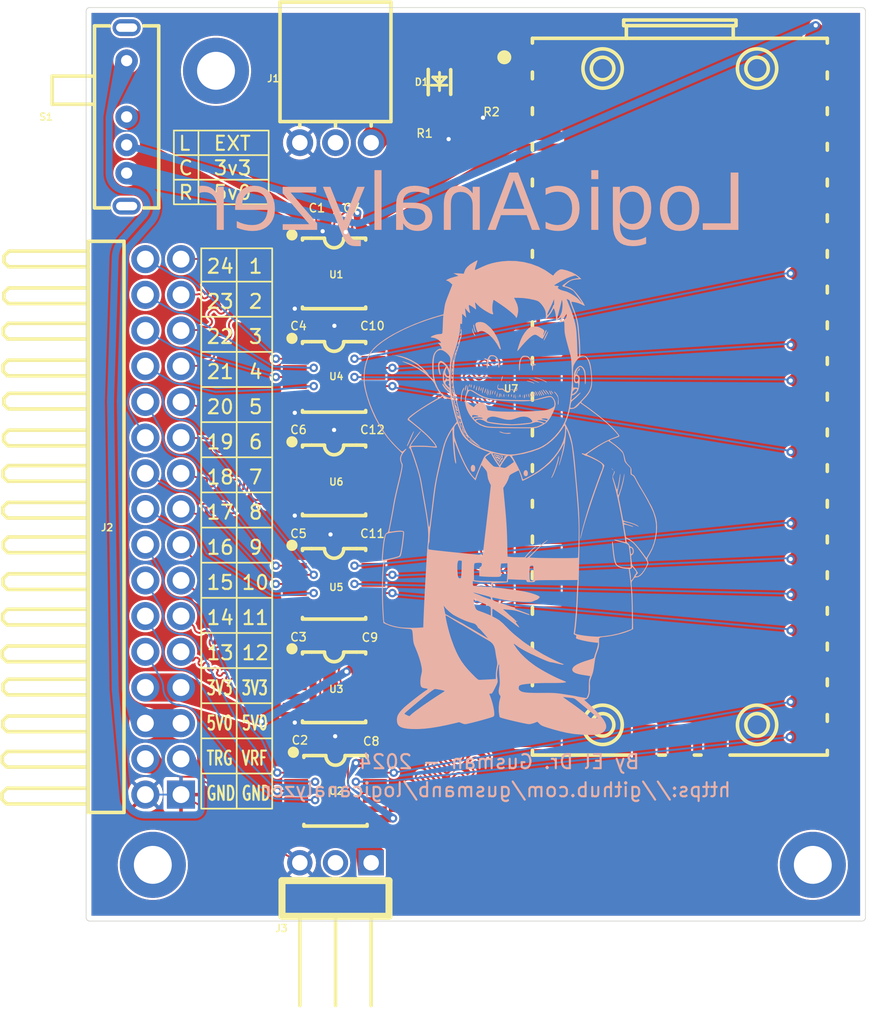
<source format=kicad_pcb>
(kicad_pcb (version 20240108) (generator "pcbnew") (generator_version "8.0")
  (layers (0 "F.Cu" signal) (1 "In1.Cu" signal) (2 "In2.Cu" signal) (31 "B.Cu" signal) (34 "B.Paste" user) (35 "F.Paste" user) (36 "B.SilkS" user "B.Silkscreen") (37 "F.SilkS" user "F.Silkscreen") (38 "B.Mask" user) (39 "F.Mask" user) (44 "Edge.Cuts" user))
  (net 0 "")
  (net 1 "DOUT20")
  (net 2 "DIN24")
  (net 3 "DOUT6")
  (net 4 "DIN14")
  (net 5 "DIN17")
  (net 6 "DOUT12")
  (net 7 "POWER_3v3")
  (net 8 "DOUT1")
  (net 9 "DOUT19")
  (net 10 "EXT_CHAIN")
  (net 11 "DIN6")
  (net 12 "DOUT22")
  (net 13 "DIN18")
  (net 14 "DIN12")
  (net 15 "EXT_VREF")
  (net 16 "DIN1")
  (net 17 "DOUT18")
  (net 18 "DOUT11")
  (net 19 "DOUT5")
  (net 20 "DIN19")
  (net 21 "DIN11")
  (net 22 "DIN5")
  (net 23 "DOUT17")
  (net 24 "DOUT10")
  (net 25 "VREF")
  (net 26 "DIN20")
  (net 27 "GND")
  (net 28 "DOUT4")
  (net 29 "DOUT16")
  (net 30 "DIN10")
  (net 31 "DIN4")
  (net 32 "DIN21")
  (net 33 "DOUT9")
  (net 34 "DOUT3")
  (net 35 "DOUT15")
  (net 36 "POWER_5v")
  (net 37 "DOUT24")
  (net 38 "DIN22")
  (net 39 "DIN9")
  (net 40 "DIN3")
  (net 41 "DOUT14")
  (net 42 "DOUT8")
  (net 43 "DIN13")
  (net 44 "DIN15")
  (net 45 "DIN23")
  (net 46 "DIN8")
  (net 47 "DOUT2")
  (net 48 "DOUT21")
  (net 49 "EXT_TRIG")
  (net 50 "DOUT7")
  (net 51 "DOUT23")
  (net 52 "DIN16")
  (net 53 "DOUT13")
  (net 54 "DIN7")
  (net 55 "DIN2")
  (footprint "jitx-design:HDR_TH_32P_P2_54_H_M_R2_C16_S2_54_1" (layer "F.Cu") (at 112.600441 112.450949 -90)
    (property "Reference" "J2")
    (property "Value" "C97095")
  )
  (footprint "jitx-design:TSSOP_14_L5_0_W4_4_P0_65_LS6_4_BL_5" (layer "F.Cu") (at 129.408407 94.417618 -90)
    (property "Reference" "U1")
    (property "Value" "TXU0104PWR")
  )
  (footprint "jitx-design:Pkg0402_2" (layer "F.Cu") (at 139.36309 82.928795)
    (property "Reference" "R2")
    (property "Value" "8K2")
  )
  (footprint "jitx-design:Pkg0402_10" (layer "F.Cu") (at 130.647747 120.320808 90)
    (property "Reference" "C9")
    (property "Value" "100n")
  )
  (footprint "MountingHole:MountingHole_2.7mm_M2.5_DIN965_Pad" (layer "F.Cu") (at 116.5 136.5)
    (property "Reference" "REF**" (hide yes))
    (property "Value" "MountingHole_2.7mm_M2.5_DIN965_Pad" (hide yes))
  )
  (footprint "jitx-design:TSSOP_14_L5_0_W4_4_P0_65_LS6_4_BL_1" (layer "F.Cu") (at 129.408407 116.505971 -90)
    (property "Reference" "U5")
    (property "Value" "TXU0104PWR")
  )
  (footprint "jitx-design:TSSOP_14_L5_0_W4_4_P0_65_LS6_4_BL_3" (layer "F.Cu") (at 129.408407 101.780402 -90)
    (property "Reference" "U4")
    (property "Value" "TXU0104PWR")
  )
  (footprint "jitx-design:TSSOP_14_L5_0_W4_4_P0_65_LS6_4_BL_2" (layer "F.Cu") (at 129.408407 109.143187 -90)
    (property "Reference" "U6")
    (property "Value" "TXU0104PWR")
  )
  (footprint "jitx-design:COMM_SMD_L51_0_W21_0_P2_54_SC0916" (layer "F.Cu") (at 154.030966 102.61541 -90)
    (property "Reference" "U7")
    (property "Value" "PICO")
  )
  (footprint "jitx-design:Pkg0402" (layer "F.Cu") (at 128.284379 127.710388 -90)
    (property "Reference" "C2")
    (property "Value" "100n")
  )
  (footprint "jitx-design:TSSOP_14_L5_0_W4_4_P0_65_LS6_4_BL" (layer "F.Cu") (at 129.408407 123.868755 -90)
    (property "Reference" "U3")
    (property "Value" "TXU0104PWR")
  )
  (footprint "jitx-design:Pkg0402_11" (layer "F.Cu") (at 130.647747 98.15207 90)
    (property "Reference" "C10")
    (property "Value" "100n")
  )
  (footprint "MountingHole:MountingHole_2.7mm_M2.5_DIN965_Pad" (layer "F.Cu") (at 163.5 136.5)
    (property "Reference" "REF**" (hide yes))
    (property "Value" "MountingHole_2.7mm_M2.5_DIN965_Pad" (hide yes))
  )
  (footprint "jitx-design:Pkg0402_3" (layer "F.Cu") (at 128.184379 90.76614 -90)
    (property "Reference" "C1")
    (property "Value" "100n")
  )
  (footprint "jitx-design:Pkg0402_5" (layer "F.Cu") (at 130.647747 90.762491 90)
    (property "Reference" "C7")
    (property "Value" "100n")
  )
  (footprint "jitx-design:HDR_TH_3P_P2_54_H_F_W10_0_N" (layer "F.Cu") (at 129.508688 80.551297 180)
    (property "Reference" "J1")
    (property "Value" "PM254-1-03-W-8.5")
  )
  (footprint "jitx-design:Pkg0402_12" (layer "F.Cu") (at 128.184379 120.321538 -90)
    (property "Reference" "C3")
    (property "Value" "100n")
  )
  (footprint "jitx-design:LL_34_L3_5_W1_5_RD" (layer "F.Cu") (at 136.915062 80.798588 90)
    (property "Reference" "D1")
    (property "Value" "LL4148")
  )
  (footprint "jitx-design:HDR_TH_3P_P2_54_H_M_W10_0" (layer "F.Cu") (at 129.508688 141.017927 180)
    (property "Reference" "J3")
    (property "Value" "DZ254W-11-03-65")
  )
  (footprint "MountingHole:MountingHole_2.7mm_M2.5_DIN965_Pad" (layer "F.Cu") (at 121 80)
    (property "Reference" "REF**" (hide yes))
    (property "Value" "MountingHole_2.7mm_M2.5_DIN965_Pad" (hide yes))
  )
  (footprint "jitx-design:Pkg0402_4" (layer "F.Cu") (at 136.915062 84.452309)
    (property "Reference" "R1")
    (property "Value" "100K")
  )
  (footprint "jitx-design:Pkg0402_9" (layer "F.Cu") (at 128.184379 105.543839 -90)
    (property "Reference" "C6")
    (property "Value" "100n")
  )
  (footprint "jitx-design:TSSOP_14_L5_0_W4_4_P0_65_LS6_4_BL_4" (layer "F.Cu") (at 129.508407 131.231539 -90)
    (property "Reference" "U2")
    (property "Value" "TXU0104PWR")
  )
  (footprint "jitx-design:SW_TH_SK_13D01_G030" (layer "F.Cu") (at 113.128033 83.279627 -90)
    (property "Reference" "S1")
    (property "Value" "SK-13D01-G030")
  )
  (footprint "jitx-design:Pkg0402_6" (layer "F.Cu") (at 128.184379 98.154989 -90)
    (property "Reference" "C4")
    (property "Value" "100n")
  )
  (footprint "jitx-design:Pkg0402_7" (layer "F.Cu") (at 128.184379 112.932689 -90)
    (property "Reference" "C5")
    (property "Value" "100n")
  )
  (footprint "jitx-design:Pkg0402_1" (layer "F.Cu") (at 130.647747 112.931229 90)
    (property "Reference" "C11")
    (property "Value" "100n")
  )
  (footprint "jitx-design:Pkg0402_13" (layer "F.Cu") (at 130.647747 105.54165 90)
    (property "Reference" "C12")
    (property "Value" "100n")
  )
  (footprint "jitx-design:Pkg0402_8" (layer "F.Cu") (at 130.747747 127.710388 90)
    (property "Reference" "C8")
    (property "Value" "100n")
  )
  (footprint "Logo:sembei_scale_small" (layer "B.Cu") (at 141.5 110.5 180)
    (property "Reference" "G***" (hide yes))
    (property "Value" "LOGO" (hide yes))
  )
  (gr_poly (pts (xy 127.458407 114.313471) (xy 125.758407 114.363471) (xy 125.758407 114.763471) (xy 127.464277 114.813557) (xy 127.482487 114.814092) (xy 127.518113 114.821724) (xy 127.534944 114.828695) (xy 127.726286 114.366755)) (fill solid) (layer "F.Cu") (net 25))
  (gr_poly (pts (xy 130.917469 91.062491) (xy 131.358407 92.675118) (xy 133.058407 92.675118) (xy 133.058407 92.275118) (xy 131.197747 90.462491) (xy 130.917469 90.462491)) (fill solid) (layer "F.Cu") (net 7))
  (gr_poly (pts (xy 127.424102 112.632689) (xy 127.634379 113.232689) (xy 127.914657 113.232689) (xy 127.924166 112.624404) (xy 127.924508 112.602551) (xy 127.928788 112.559049) (xy 127.932711 112.537548) (xy 128.158407 111.300687) (xy 127.658407 111.300687)) (fill solid) (layer "F.Cu") (net 25))
  (gr_poly (pts (xy 131.000013 127.318583) (xy 131.003651 127.339273) (xy 131.007631 127.381098) (xy 131.007959 127.402103) (xy 131.017469 128.010388) (xy 131.297747 128.010388) (xy 131.297747 127.410388) (xy 131.158407 125.376255) (xy 130.658407 125.376255)) (fill solid) (layer "F.Cu") (net 7))
  (gr_poly (pts (xy 127.458407 114.763471) (xy 127.914657 113.232689) (xy 127.914657 112.632689) (xy 127.634379 112.632689) (xy 125.758407 114.363471) (xy 125.758407 114.763471)) (fill solid) (layer "F.Cu") (net 25))
  (gr_poly (pts (xy 127.458407 100.037902) (xy 127.914657 98.454989) (xy 127.914657 97.854989) (xy 127.634379 97.854989) (xy 125.758407 99.637902) (xy 125.758407 100.037902)) (fill solid) (layer "F.Cu") (net 25))
  (gr_poly (pts (xy 128.454102 113.232689) (xy 129.153835 113.292005) (xy 129.26864 113.269169) (xy 129.365967 113.204137) (xy 129.430999 113.10681) (xy 129.453835 112.992005) (xy 129.430999 112.8772) (xy 129.365967 112.779873) (xy 129.26864 112.714841) (xy 129.153835 112.692005) (xy 128.734379 112.632689) (xy 128.454102 112.632689)) (fill solid) (layer "F.Cu") (net 27))
  (gr_poly (pts (xy 137.565062 85.162171) (xy 137.679867 85.139335) (xy 137.777194 85.074303) (xy 137.842225 84.976976) (xy 137.865062 84.862171) (xy 137.842225 84.747366) (xy 137.777194 84.650039) (xy 137.679867 84.585007) (xy 137.565062 84.562171) (xy 136.615062 84.722032) (xy 136.615062 85.002309)) (fill solid) (layer "F.Cu") (net 27))
  (gr_poly (pts (xy 130.917469 113.231229) (xy 131.358407 114.763471) (xy 133.058407 114.763471) (xy 133.058407 114.363471) (xy 131.197747 112.631229) (xy 130.917469 112.631229)) (fill solid) (layer "F.Cu") (net 7))
  (gr_poly (pts (xy 133.058407 92.675118) (xy 133.058407 92.275118) (xy 131.358407 92.275118) (xy 131.090529 92.278403) (xy 130.863433 92.430144) (xy 131.216986 92.783697) (xy 131.230391 92.770292) (xy 131.261761 92.748996) (xy 131.296573 92.733974) (xy 131.333588 92.725761) (xy 131.352538 92.725204)) (fill solid) (layer "F.Cu") (net 7))
  (gr_poly (pts (xy 136.065062 78.548588) (xy 131.376936 84.443046) (xy 131.171002 84.751248) (xy 131.098688 85.114797) (xy 131.171002 85.478347) (xy 131.376936 85.786549) (xy 131.685139 85.992483) (xy 132.048688 86.064797) (xy 132.412237 85.992483) (xy 132.720439 85.786549) (xy 135.909236 81.823215) (xy 135.911052 81.820958) (xy 135.912933 81.818754) (xy 137.765062 79.648588) (xy 137.765062 78.548588)) (fill solid) (layer "F.Cu") (net 10))
  (gr_poly (pts (xy 130.917469 105.84165) (xy 131.358407 107.400687) (xy 133.058407 107.400687) (xy 133.058407 107.000687) (xy 131.197747 105.24165) (xy 130.917469 105.24165)) (fill solid) (layer "F.Cu") (net 7))
  (gr_poly (pts (xy 127.458407 106.950687) (xy 125.758407 107.000687) (xy 125.758407 107.400687) (xy 127.464277 107.450773) (xy 127.482487 107.451308) (xy 127.518113 107.458939) (xy 127.534944 107.465911) (xy 127.726286 107.003971)) (fill solid) (layer "F.Cu") (net 25))
  (gr_poly (pts (xy 165.718466 118.89841) (xy 162.518466 118.89841) (xy 161.71137 119.608991) (xy 161.646338 119.706318) (xy 161.623502 119.821123) (xy 161.646338 119.935928) (xy 161.71137 120.033255) (xy 161.808697 120.098287) (xy 162.518466 120.49841) (xy 165.718466 120.49841)) (fill solid) (layer "F.Cu") (net 23))
  (gr_poly (pts (xy 130.882805 119.859265) (xy 130.890729 119.884027) (xy 130.901655 119.934864) (xy 130.907553 119.986527) (xy 130.907959 120.012524) (xy 130.917469 120.620808) (xy 131.197747 120.620808) (xy 131.408024 120.020808) (xy 131.32962 119.626644) (xy 130.396468 116.704813) (xy 129.934528 116.896154)) (fill solid) (layer "F.Cu") (net 7))
  (gr_poly (pts (xy 139.66309 82.659073) (xy 145.543466 82.39841) (xy 145.543466 80.79841) (xy 142.343466 80.79841) (xy 139.06309 82.378795) (xy 139.06309 82.659073)) (fill solid) (layer "F.Cu") (net 10))
  (gr_poly (pts (xy 130.881935 105.077412) (xy 130.890138 105.102582) (xy 130.901447 105.154304) (xy 130.907546 105.206896) (xy 130.907959 105.233365) (xy 130.917469 105.84165) (xy 131.197747 105.84165) (xy 131.408024 105.24165) (xy 131.32962 104.847486) (xy 130.396468 101.979244) (xy 129.934528 102.170586)) (fill solid) (layer "F.Cu") (net 7))
  (gr_poly (pts (xy 137.765062 83.048588) (xy 137.765062 81.948588) (xy 136.065062 81.948588) (xy 136.065062 83.048588) (xy 136.615062 84.182587) (xy 137.215062 84.182587)) (fill solid) (layer "F.Cu") (net 49))
  (gr_poly (pts (xy 130.965917 128.956626) (xy 130.851112 128.979462) (xy 130.753785 129.044494) (xy 130.688753 129.141821) (xy 130.665917 129.256626) (xy 130.688753 129.371431) (xy 130.753785 129.468758) (xy 130.851112 129.53379) (xy 130.965917 129.556626) (xy 131.451218 129.539169) (xy 131.451878 129.539145) (xy 131.452538 129.539126) (xy 133.158407 129.489039) (xy 133.158407 129.089039)) (fill solid) (layer "F.Cu") (net 7))
  (gr_poly (pts (xy 133.158407 129.089039) (xy 131.297747 127.410388) (xy 131.017469 127.410388) (xy 131.017469 128.010388) (xy 131.458407 129.489039) (xy 133.158407 129.489039)) (fill solid) (layer "F.Cu") (net 7))
  (gr_poly (pts (xy 130.917469 120.620808) (xy 131.358407 122.126255) (xy 133.058407 122.126255) (xy 133.058407 121.726255) (xy 131.197747 120.020808) (xy 130.917469 120.020808)) (fill solid) (layer "F.Cu") (net 7))
  (gr_poly (pts (xy 127.458407 107.400687) (xy 127.914657 105.843839) (xy 127.914657 105.243839) (xy 127.634379 105.243839) (xy 125.758407 107.000687) (xy 125.758407 107.400687)) (fill solid) (layer "F.Cu") (net 25))
  (gr_poly (pts (xy 118.496013 130.160889) (xy 118.448451 130.160416) (xy 118.353698 130.151945) (xy 118.259914 130.136) (xy 118.167686 130.112682) (xy 118.077593 130.082137) (xy 117.990201 130.044557) (xy 117.906057 130.000178) (xy 117.825689 129.949278) (xy 117.749603 129.892176) (xy 117.678275 129.829232) (xy 117.612153 129.760839) (xy 117.551651 129.687427) (xy 117.49715 129.609457) (xy 117.473071 129.568437) (xy 116.891821 128.578265) (xy 116.675048 128.253842) (xy 116.350625 128.037069) (xy 115.967941 127.960949) (xy 115.585258 128.037069) (xy 115.260835 128.253842) (xy 115.044062 128.578265) (xy 114.967941 128.960949) (xy 115.044062 129.343632) (xy 115.260835 129.668055) (xy 115.585258 129.884828) (xy 115.967941 129.960949) (xy 118.507941 130.290949) (xy 119.507941 130.300949) (xy 119.507941 130.170949)) (fill solid) (layer "F.Cu") (net 49))
  (gr_poly (pts (xy 131.358407 114.763471) (xy 133.058407 114.763471) (xy 133.058407 114.363471) (xy 130.858407 114.213471) (xy 130.475724 114.289591) (xy 130.667066 114.751531) (xy 130.695851 114.739608) (xy 130.755936 114.723093) (xy 130.817607 114.714165) (xy 130.879909 114.712963) (xy 130.910894 114.716233)) (fill solid) (layer "F.Cu") (net 7))
  (gr_poly (pts (xy 165.718466 111.27841) (xy 162.518466 111.27841) (xy 161.71137 111.988991) (xy 161.646338 112.086318) (xy 161.623502 112.201123) (xy 161.646338 112.315928) (xy 161.71137 112.413255) (xy 161.808697 112.478287) (xy 162.518466 112.87841) (xy 165.718466 112.87841)) (fill solid) (layer "F.Cu") (net 1))
  (gr_poly (pts (xy 130.328407 130.589039) (xy 131.148688 137.249927) (xy 132.948688 137.249927) (xy 132.948688 135.449927) (xy 131.10308 133.782286) (xy 131.081106 133.762431) (xy 131.041856 133.718071) (xy 131.007792 133.669615) (xy 130.979338 133.617665) (xy 130.956849 133.562869) (xy 130.940605 133.505908) (xy 130.935707 133.4767) (xy 130.465294 130.671738) (xy 130.46174 130.650546) (xy 130.458294 130.607707) (xy 130.458415 130.586219) (xy 130.465917 129.256626) (xy 130.335917 129.256626)) (fill solid) (layer "F.Cu") (net 10))
  (gr_poly (pts (xy 127.424102 97.854989) (xy 127.634379 98.454989) (xy 127.914657 98.454989) (xy 127.924166 97.846705) (xy 127.924524 97.82382) (xy 127.929183 97.778282) (xy 127.933466 97.755799) (xy 128.158407 96.575118) (xy 127.658407 96.575118)) (fill solid) (layer "F.Cu") (net 25))
  (gr_poly (pts (xy 115.260835 123.173842) (xy 115.044062 123.498265) (xy 114.967941 123.880949) (xy 115.044062 124.263632) (xy 115.260835 124.588055) (xy 115.585258 124.804828) (xy 115.967941 124.880949) (xy 118.507941 124.880949) (xy 118.890625 124.804828) (xy 119.215048 124.588055) (xy 119.431821 124.263632) (xy 119.507941 123.880949) (xy 119.431821 123.498265) (xy 119.215048 123.173842) (xy 118.890625 122.957069) (xy 118.507941 122.880949) (xy 115.967941 122.880949) (xy 115.585258 122.957069)) (fill solid) (layer "F.Cu") (net 7))
  (gr_poly (pts (xy 129.937885 91.475435) (xy 129.960721 91.59024) (xy 130.025753 91.687567) (xy 130.12308 91.752599) (xy 130.237885 91.775435) (xy 130.35269 91.752599) (xy 130.450017 91.687567) (xy 130.515049 91.59024) (xy 130.537885 91.475435) (xy 130.378024 90.462491) (xy 130.097747 90.462491)) (fill solid) (layer "F.Cu") (net 27))
  (gr_poly (pts (xy 165.718466 93.49841) (xy 162.518466 93.49841) (xy 161.71137 94.208991) (xy 161.646338 94.306318) (xy 161.623502 94.421123) (xy 161.646338 94.535928) (xy 161.71137 94.633255) (xy 161.808697 94.698287) (xy 162.518466 95.09841) (xy 165.718466 95.09841)) (fill solid) (layer "F.Cu") (net 37))
  (gr_poly (pts (xy 145.543466 85.67841) (xy 145.556016 85.67841) (xy 145.580918 85.681547) (xy 145.593076 85.68466) (xy 162.518466 90.01841) (xy 165.718466 90.01841) (xy 165.718466 88.41841) (xy 145.543466 85.17841) (xy 142.343466 85.17841) (xy 142.343466 85.67841)) (fill solid) (layer "F.Cu") (net 7))
  (gr_poly (pts (xy 165.718466 101.11841) (xy 162.518466 101.11841) (xy 161.71137 101.828991) (xy 161.646338 101.926318) (xy 161.623502 102.041123) (xy 161.646338 102.155928) (xy 161.71137 102.253255) (xy 161.808697 102.318287) (xy 162.518466 102.71841) (xy 165.718466 102.71841)) (fill solid) (layer "F.Cu") (net 12))
  (gr_poly (pts (xy 130.90372 112.563821) (xy 130.907495 112.593264) (xy 130.907959 112.622944) (xy 130.917469 113.231229) (xy 131.197747 113.231229) (xy 131.197747 112.631229) (xy 131.158407 110.650687) (xy 130.658407 110.650687)) (fill solid) (layer "F.Cu") (net 7))
  (gr_poly (pts (xy 128.834379 128.010388) (xy 129.600432 127.626335) (xy 129.697759 127.561303) (xy 129.762791 127.463976) (xy 129.785627 127.349171) (xy 129.762791 127.234366) (xy 129.697759 127.137039) (xy 129.600432 127.072007) (xy 129.485627 127.049171) (xy 129.370822 127.072007) (xy 128.554102 127.410388) (xy 128.554102 128.010388)) (fill solid) (layer "F.Cu") (net 27))
  (gr_poly (pts (xy 130.903471 97.782752) (xy 130.90748 97.813139) (xy 130.907959 97.843785) (xy 130.917469 98.45207) (xy 131.197747 98.45207) (xy 131.197747 97.85207) (xy 131.158407 95.925118) (xy 130.658407 95.925118)) (fill solid) (layer "F.Cu") (net 7))
  (gr_poly (pts (xy 127.458407 99.587902) (xy 125.758407 99.637902) (xy 125.758407 100.037902) (xy 127.464277 100.087989) (xy 127.482487 100.088523) (xy 127.518113 100.096155) (xy 127.534944 100.103127) (xy 127.726286 99.641187)) (fill solid) (layer "F.Cu") (net 25))
  (gr_poly (pts (xy 165.718466 113.81841) (xy 162.518466 113.81841) (xy 161.71137 114.528991) (xy 161.646338 114.626318) (xy 161.623502 114.741123) (xy 161.646338 114.855928) (xy 161.71137 114.953255) (xy 161.808697 115.018287) (xy 162.518466 115.41841) (xy 165.718466 115.41841)) (fill solid) (layer "F.Cu") (net 9))
  (gr_poly (pts (xy 140.01309 83.638656) (xy 140.127895 83.61582) (xy 140.225222 83.550788) (xy 140.290254 83.453461) (xy 140.31309 83.338656) (xy 140.290254 83.223851) (xy 140.225222 83.126524) (xy 140.127895 83.061492) (xy 140.01309 83.038656) (xy 139.06309 83.198518) (xy 139.06309 83.478795)) (fill solid) (layer "F.Cu") (net 27))
  (gr_poly (pts (xy 131.358407 100.037902) (xy 133.058407 100.037902) (xy 133.058407 99.637902) (xy 130.858407 99.487902) (xy 130.475724 99.564023) (xy 130.667066 100.025963) (xy 130.695851 100.01404) (xy 130.755936 99.997525) (xy 130.817607 99.988597) (xy 130.879909 99.987394) (xy 130.910894 99.990665)) (fill solid) (layer "F.Cu") (net 7))
  (gr_poly (pts (xy 127.634379 90.46614) (xy 125.758407 92.275118) (xy 125.758407 92.675118) (xy 127.458407 92.675118) (xy 127.914657 91.06614) (xy 127.914657 90.46614)) (fill solid) (layer "F.Cu") (net 25))
  (gr_poly (pts (xy 131.358407 96.175118) (xy 130.917469 97.85207) (xy 130.917469 98.45207) (xy 131.197747 98.45207) (xy 133.058407 96.575118) (xy 133.058407 96.175118)) (fill solid) (layer "F.Cu") (net 7))
  (gr_poly (pts (xy 130.917469 98.45207) (xy 131.358407 100.037902) (xy 133.058407 100.037902) (xy 133.058407 99.637902) (xy 131.197747 97.85207) (xy 130.917469 97.85207)) (fill solid) (layer "F.Cu") (net 7))
  (gr_poly (pts (xy 139.66309 82.378795) (xy 137.765062 78.548588) (xy 136.065062 78.548588) (xy 136.065062 79.648588) (xy 139.06309 82.659073) (xy 139.66309 82.659073)) (fill solid) (layer "F.Cu") (net 10))
  (gr_poly (pts (xy 161.623502 124.901123) (xy 161.646338 125.015928) (xy 161.71137 125.113255) (xy 161.808697 125.178287) (xy 162.518466 125.57841) (xy 165.718466 125.57841) (xy 165.718466 123.97841) (xy 162.518466 123.97841) (xy 161.71137 124.688991) (xy 161.646338 124.786318)) (fill solid) (layer "F.Cu") (net 29))
  (gr_poly (pts (xy 128.29424 91.41614) (xy 128.317076 91.530945) (xy 128.382108 91.628272) (xy 128.479435 91.693304) (xy 128.59424 91.71614) (xy 128.709045 91.693304) (xy 128.806372 91.628272) (xy 128.871404 91.530945) (xy 128.89424 91.41614) (xy 128.734379 90.46614) (xy 128.454102 90.46614)) (fill solid) (layer "F.Cu") (net 27))
  (gr_poly (pts (xy 165.718466 98.57841) (xy 162.518466 98.57841) (xy 161.71137 99.288991) (xy 161.646338 99.386318) (xy 161.623502 99.501123) (xy 161.646338 99.615928) (xy 161.71137 99.713255) (xy 161.808697 99.778287) (xy 162.518466 100.17841) (xy 165.718466 100.17841)) (fill solid) (layer "F.Cu") (net 51))
  (gr_poly (pts (xy 163.706385 76.468068) (xy 163.59158 76.490904) (xy 163.494252 76.555936) (xy 163.429221 76.653263) (xy 162.518466 78.25841) (xy 162.518466 79.85841) (xy 165.718466 79.85841) (xy 165.718466 78.25841) (xy 163.918517 76.555936) (xy 163.82119 76.490904)) (fill solid) (layer "F.Cu") (net 36))
  (gr_poly (pts (xy 136.488666 84.567034) (xy 136.496512 84.560637) (xy 136.513414 84.549492) (xy 136.522384 84.544801) (xy 137.215062 84.182587) (xy 137.215062 83.902309) (xy 136.615062 83.902309) (xy 129.631056 89.9958) (xy 129.487986 90.20992) (xy 129.60809 90.259669) (xy 129.618118 90.23546) (xy 129.642851 90.189257) (xy 129.672021 90.145719) (xy 129.705343 90.105271) (xy 129.742492 90.068307) (xy 129.762799 90.051747)) (fill solid) (layer "F.Cu") (net 49))
  (gr_poly (pts (xy 127.734379 127.410388) (xy 125.858407 129.089039) (xy 125.858407 129.489039) (xy 127.558407 129.489039) (xy 128.014657 128.010388) (xy 128.014657 127.410388)) (fill solid) (layer "F.Cu") (net 25))
  (gr_poly (pts (xy 165.718466 106.19841) (xy 162.518466 106.19841) (xy 161.71137 106.908991) (xy 161.646338 107.006318) (xy 161.623502 107.121123) (xy 161.646338 107.235928) (xy 161.71137 107.333255) (xy 161.808697 107.398287) (xy 162.518466 107.79841) (xy 165.718466 107.79841)) (fill solid) (layer "F.Cu") (net 48))
  (gr_poly (pts (xy 127.502506 104.849675) (xy 127.424102 105.243839) (xy 127.634379 105.843839) (xy 127.914657 105.843839) (xy 127.924166 105.235554) (xy 127.924556 105.210606) (xy 127.93002 105.161005) (xy 127.94012 105.112136) (xy 127.954767 105.064431) (xy 127.964298 105.041373) (xy 128.882287 102.820586) (xy 128.420347 102.629244)) (fill solid) (layer "F.Cu") (net 25))
  (gr_poly (pts (xy 131.358407 110.900687) (xy 130.917469 112.631229) (xy 130.917469 113.231229) (xy 131.197747 113.231229) (xy 133.058407 111.300687) (xy 133.058407 110.900687)) (fill solid) (layer "F.Cu") (net 7))
  (gr_poly (pts (xy 127.458407 122.126255) (xy 127.914657 120.621538) (xy 127.914657 120.021538) (xy 127.634379 120.021538) (xy 125.758407 121.726255) (xy 125.758407 122.126255)) (fill solid) (layer "F.Cu") (net 25))
  (gr_poly (pts (xy 142.343466 78.25841) (xy 142.343466 79.85841) (xy 142.343466 80.79841) (xy 142.343466 82.39841) (xy 145.543466 82.39841) (xy 145.543466 80.79841) (xy 145.543466 79.85841) (xy 145.543466 78.25841)) (fill solid) (layer "F.Cu") (net 10))
  (gr_poly (pts (xy 131.357608 90.112491) (xy 131.334772 89.997686) (xy 131.26974 89.900359) (xy 131.172413 89.835327) (xy 131.057608 89.812491) (xy 130.942803 89.835327) (xy 130.845476 89.900359) (xy 130.780444 89.997686) (xy 130.757608 90.112491) (xy 130.917469 91.062491) (xy 131.197747 91.062491)) (fill solid) (layer "F.Cu") (net 7))
  (gr_poly (pts (xy 131.358407 118.263471) (xy 130.917469 120.020808) (xy 130.917469 120.620808) (xy 131.197747 120.620808) (xy 133.058407 118.663471) (xy 133.058407 118.263471)) (fill solid) (layer "F.Cu") (net 7))
  (gr_poly (pts (xy 133.058407 122.126255) (xy 133.058407 121.726255) (xy 131.358407 121.726255) (xy 131.090529 121.72954) (xy 130.863433 121.881281) (xy 131.216986 122.234834) (xy 131.230391 122.221429) (xy 131.261761 122.200133) (xy 131.296573 122.185111) (xy 131.333588 122.176898) (xy 131.352538 122.176341)) (fill solid) (layer "F.Cu") (net 7))
  (gr_poly (pts (xy 165.718466 116.35841) (xy 162.518466 116.35841) (xy 161.71137 117.068991) (xy 161.646338 117.166318) (xy 161.623502 117.281123) (xy 161.646338 117.395928) (xy 161.71137 117.493255) (xy 161.808697 117.558287) (xy 162.518466 117.95841) (xy 165.718466 117.95841)) (fill solid) (layer "F.Cu") (net 17))
  (gr_poly (pts (xy 128.734379 98.454989) (xy 129.429593 98.4455) (xy 129.544398 98.422664) (xy 129.641725 98.357632) (xy 129.706757 98.260305) (xy 129.729593 98.1455) (xy 129.706757 98.030695) (xy 129.641725 97.933368) (xy 129.544398 97.868337) (xy 129.429593 97.8455) (xy 128.454102 97.854989) (xy 128.454102 98.454989)) (fill solid) (layer "F.Cu") (net 27))
  (gr_poly (pts (xy 127.458407 92.225118) (xy 125.758407 92.275118) (xy 125.758407 92.675118) (xy 127.464277 92.725204) (xy 127.482487 92.725739) (xy 127.518113 92.733371) (xy 127.534944 92.740342) (xy 127.726286 92.278403)) (fill solid) (layer "F.Cu") (net 25))
  (gr_poly (pts (xy 133.602374 133.489104) (xy 133.717179 133.466268) (xy 133.814506 133.401236) (xy 133.879538 133.303909) (xy 133.902374 133.189104) (xy 133.879538 133.074299) (xy 133.814506 132.976972) (xy 133.717179 132.91194) (xy 133.602374 132.889104) (xy 133.181349 132.937719) (xy 133.172839 132.938702) (xy 133.164277 132.938953) (xy 131.458407 132.989039) (xy 131.458407 133.389039)) (fill solid) (layer "F.Cu") (net 7))
  (gr_poly (pts (xy 133.058407 107.400687) (xy 133.058407 107.000687) (xy 131.358407 107.000687) (xy 131.090529 107.003971) (xy 130.863433 107.155712) (xy 131.216986 107.509265) (xy 131.230391 107.49586) (xy 131.261761 107.474565) (xy 131.296573 107.459543) (xy 131.333588 107.451329) (xy 131.352538 107.450773)) (fill solid) (layer "F.Cu") (net 7))
  (gr_poly (pts (xy 131.297747 128.010388) (xy 133.058407 126.026255) (xy 133.058407 125.626255) (xy 131.358407 125.626255) (xy 131.017469 127.410388) (xy 131.017469 128.010388)) (fill solid) (layer "F.Cu") (net 7))
  (gr_poly (pts (xy 127.502506 119.627374) (xy 127.424102 120.021538) (xy 127.634379 120.621538) (xy 127.914657 120.621538) (xy 127.924166 120.013253) (xy 127.924675 119.98069) (xy 127.93366 119.916178) (xy 127.950474 119.853252) (xy 127.962671 119.823054) (xy 128.882287 117.546154) (xy 128.420347 117.354813)) (fill solid) (layer "F.Cu") (net 25))
  (gr_poly (pts (xy 118.125258 122.957069) (xy 117.800835 123.173842) (xy 117.584062 123.498265) (xy 117.507941 123.880949) (xy 117.584062 124.263632) (xy 117.800835 124.588055) (xy 118.125258 124.804828) (xy 124.129625 126.560898) (xy 124.24443 126.583734) (xy 124.359235 126.560898) (xy 124.456562 126.495866) (xy 124.521594 126.398539) (xy 124.54443 126.283734) (xy 124.521594 126.168929) (xy 124.456562 126.071602) (xy 124.359235 126.00657) (xy 118.890625 122.957069) (xy 118.507941 122.880949)) (fill solid) (layer "F.Cu") (net 7))
  (gr_poly (pts (xy 131.358407 121.726255) (xy 130.18142 122.472276) (xy 130.084093 122.537308) (xy 130.019061 122.634635) (xy 129.996225 122.74944) (xy 130.019061 122.864245) (xy 130.084093 122.961572) (xy 130.18142 123.026604) (xy 130.296225 123.04944) (xy 130.41103 123.026604) (xy 130.508357 122.961572) (xy 131.215211 122.236631) (xy 131.228668 122.22283) (xy 131.260359 122.200875) (xy 131.295659 122.185378) (xy 131.33327 122.176907) (xy 131.352538 122.176341) (xy 133.058407 122.126255) (xy 133.058407 121.726255)) (fill solid) (layer "F.Cu") (net 7))
  (gr_poly (pts (xy 131.358407 92.275118) (xy 131.358407 92.675118) (xy 133.058407 92.675118) (xy 133.302988 91.44927) (xy 133.310009 91.414078) (xy 133.329913 91.345121) (xy 133.355536 91.278079) (xy 133.386698 91.213426) (xy 133.423179 91.151617) (xy 133.464721 91.09309) (xy 133.511031 91.038257) (xy 133.536406 91.012882) (xy 133.182852 90.659329)) (fill solid) (layer "F.Cu") (net 7))
  (gr_poly (pts (xy 127.524102 127.410388) (xy 127.734379 128.010388) (xy 128.014657 128.010388) (xy 128.024166 127.402103) (xy 128.02451 127.380112) (xy 128.026675 127.358225) (xy 128.158407 126.026255) (xy 127.658407 126.026255)) (fill solid) (layer "F.Cu") (net 25))
  (gr_poly (pts (xy 161.56241 127.403611) (xy 161.585246 127.518416) (xy 161.650278 127.615743) (xy 161.747605 127.680775) (xy 162.518466 128.11841) (xy 165.718466 128.11841) (xy 165.718466 126.51841) (xy 162.518466 126.51841) (xy 161.650278 127.191479) (xy 161.585246 127.288806)) (fill solid) (layer "F.Cu") (net 35))
  (gr_poly (pts (xy 138.875455 83.129285) (xy 138.881838 83.111985) (xy 138.900716 83.080304) (xy 138.925067 83.052608) (xy 138.954072 83.029831) (xy 138.970413 83.021286) (xy 139.66309 82.659073) (xy 139.66309 82.378795) (xy 139.06309 82.378795) (xy 138.75821 83.072232) (xy 138.027001 85.053512) (xy 138.147106 85.103261)) (fill solid) (layer "F.Cu") (net 10))
  (gr_poly (pts (xy 127.458407 121.676255) (xy 125.758407 121.726255) (xy 125.758407 122.126255) (xy 127.464277 122.176341) (xy 127.482487 122.176876) (xy 127.518113 122.184508) (xy 127.534944 122.191479) (xy 127.726286 121.72954)) (fill solid) (layer "F.Cu") (net 25))
  (gr_poly (pts (xy 131.358407 103.537902) (xy 130.917469 105.24165) (xy 130.917469 105.84165) (xy 131.197747 105.84165) (xy 133.058407 103.937902) (xy 133.058407 103.537902)) (fill solid) (layer "F.Cu") (net 7))
  (gr_poly (pts (xy 114.328886 82.540524) (xy 114.069347 82.713942) (xy 113.895929 82.97348) (xy 113.835033 83.279627) (xy 113.895929 83.585774) (xy 114.069347 83.845313) (xy 114.328886 84.018731) (xy 115.072404 84.380346) (xy 115.088803 84.388322) (xy 115.1049 84.39689) (xy 127.634379 91.06614) (xy 127.914657 91.06614) (xy 127.914657 90.46614) (xy 114.941179 82.540524) (xy 114.635033 82.479627)) (fill solid) (layer "F.Cu") (net 25))
  (gr_poly (pts (xy 163.983548 76.882873) (xy 164.006385 76.768068) (xy 163.983548 76.653263) (xy 163.918517 76.555936) (xy 163.82119 76.490904) (xy 163.706385 76.468068) (xy 163.59158 76.490904) (xy 131.257228 90.570914) (xy 131.232024 90.581889) (xy 131.179514 90.598181) (xy 131.125534 90.608618) (xy 131.070735 90.613074) (xy 131.015778 90.611496) (xy 130.961326 90.603902) (xy 130.934679 90.597144) (xy 114.941179 86.540524) (xy 114.635033 86.479627) (xy 114.328886 86.540524) (xy 114.069347 86.713942) (xy 113.895929 86.97348) (xy 113.835033 87.279627) (xy 113.895929 87.585774) (xy 114.069347 87.845313) (xy 114.328886 88.018731) (xy 114.635033 88.079627) (xy 115.161896 88.134463) (xy 115.165698 88.134858) (xy 115.169496 88.135286) (xy 115.236463 88.142832) (xy 115.269342 88.146536) (xy 115.30186 88.152645) (xy 131.057608 91.112491) (xy 131.440291 91.03637) (xy 163.82119 77.045232) (xy 163.918517 76.9802)) (fill solid) (layer "B.Cu") (net 36))
  (gr_poly (pts (xy 130.51293 131.034517) (xy 133.390242 133.401236) (xy 133.487569 133.466268) (xy 133.602374 133.489104) (xy 133.717179 133.466268) (xy 133.814506 133.401236) (xy 133.879538 133.303909) (xy 133.902374 133.189104) (xy 133.879538 133.074299) (xy 133.814506 132.976972) (xy 133.717179 132.91194) (xy 130.692498 131.012469) (xy 130.666324 130.996032) (xy 130.618424 130.956961) (xy 130.5757 130.912289) (xy 130.538803 130.862696) (xy 130.508295 130.808935) (xy 130.496468 130.780381) (xy 130.376363 130.83013)) (fill solid) (layer "B.Cu") (net 7))
  (gr_poly (pts (xy 113.635033 83.279627) (xy 113.635033 83.240761) (xy 113.641066 83.163263) (xy 113.653096 83.086467) (xy 113.67105 83.010836) (xy 113.694821 82.936827) (xy 113.724264 82.864886) (xy 113.741732 82.830167) (xy 115.374136 79.585774) (xy 115.435033 79.279627) (xy 115.374136 78.97348) (xy 115.200718 78.713942) (xy 114.941179 78.540524) (xy 114.635033 78.479627) (xy 114.328886 78.540524) (xy 114.069347 78.713942) (xy 113.895929 78.97348) (xy 113.835033 79.279627) (xy 113.135033 83.279627) (xy 113.135033 85.279627) (xy 113.635033 85.279627)) (fill solid) (layer "B.Cu") (net 15))
  (gr_poly (pts (xy 116.577687 88.356304) (xy 115.200718 86.713942) (xy 114.941179 86.540524) (xy 114.635033 86.479627) (xy 114.328886 86.540524) (xy 114.069347 86.713942) (xy 113.895929 86.97348) (xy 113.835033 87.279627) (xy 113.895929 87.585774) (xy 114.069347 87.845313) (xy 114.328886 88.018731) (xy 114.635033 88.079627) (xy 115.161896 88.134463) (xy 115.165698 88.134858) (xy 115.169496 88.135286) (xy 115.236463 88.142832) (xy 115.261556 88.145659) (xy 115.311345 88.154118) (xy 115.335964 88.159737) (xy 115.401665 88.174733) (xy 115.426283 88.180352) (xy 115.474812 88.194333) (xy 115.498647 88.202673) (xy 115.562256 88.224931) (xy 115.58609 88.233271) (xy 115.632749 88.252598) (xy 115.6555 88.263554) (xy 115.716217 88.292794) (xy 115.738968 88.30375) (xy 115.783169 88.328179) (xy 115.80455 88.341614) (xy 115.861611 88.377468) (xy 115.882992 88.390903) (xy 115.924181 88.420127) (xy 115.943923 88.435871) (xy 115.996611 88.477889) (xy 116.016354 88.493633) (xy 116.054011 88.527285) (xy 116.071867 88.545141) (xy 116.119519 88.592793) (xy 116.137375 88.610649) (xy 116.171027 88.648306) (xy 116.186771 88.668049) (xy 116.228789 88.720737) (xy 116.619704 88.408992)) (fill solid) (layer "B.Cu") (net 36))
  (gr_poly (pts (xy 123.967266 126.168929) (xy 123.94443 126.283734) (xy 123.967266 126.398539) (xy 124.032298 126.495866) (xy 124.129625 126.560898) (xy 124.24443 126.583734) (xy 124.359235 126.560898) (xy 130.41103 123.026604) (xy 130.508357 122.961572) (xy 130.573388 122.864245) (xy 130.596225 122.74944) (xy 130.573388 122.634635) (xy 130.508357 122.537308) (xy 130.41103 122.472276) (xy 130.296225 122.44944) (xy 130.18142 122.472276) (xy 124.129625 126.00657) (xy 124.032298 126.071602)) (fill solid) (layer "B.Cu") (net 7))
  (gr_poly (pts (xy 120.154657 130.23307) (xy 119.431821 128.578265) (xy 119.215048 128.253842) (xy 118.890625 128.037069) (xy 118.507941 127.960949) (xy 118.125258 128.037069) (xy 117.800835 128.253842) (xy 117.584062 128.578265) (xy 117.507941 128.960949) (xy 117.584062 129.343632) (xy 117.800835 129.668055) (xy 118.125258 129.884828) (xy 119.564495 130.309111) (xy 119.58214 130.314313) (xy 119.614941 130.330979) (xy 119.644151 130.35335) (xy 119.66879 130.380674) (xy 119.688032 130.412034) (xy 119.70123 130.446377) (xy 119.707941 130.482552) (xy 119.707941 130.500949) (xy 120.207941 130.500949)) (fill solid) (layer "B.Cu") (net 15))
  (gr_poly (pts (xy 130.496468 130.397698) (xy 130.504581 130.378111) (xy 130.524065 130.340452) (xy 130.546666 130.304577) (xy 130.559445 130.287661) (xy 131.178049 129.468758) (xy 131.243081 129.371431) (xy 131.265917 129.256626) (xy 131.243081 129.141821) (xy 131.178049 129.044494) (xy 131.080722 128.979462) (xy 130.965917 128.956626) (xy 130.851112 128.979462) (xy 130.753785 129.044494) (xy 130.688753 129.141821) (xy 130.376363 130.347949) (xy 130.496468 130.397698)) (fill solid) (layer "B.Cu") (net 7))
  (gr_poly (pts (xy 115.044062 126.803632) (xy 115.260835 127.128055) (xy 115.585258 127.344828) (xy 115.967941 127.420949) (xy 116.350625 127.344828) (xy 116.675048 127.128055) (xy 116.891821 126.803632) (xy 116.967941 126.420949) (xy 116.891821 126.038265) (xy 116.675048 125.713842) (xy 116.350625 125.497069) (xy 115.360453 124.915819) (xy 115.318564 124.89123) (xy 115.239036 124.835441) (xy 115.164277 124.773408) (xy 115.094777 124.705535) (xy 115.030989 124.632267) (xy 114.973331 124.554083) (xy 114.922182 124.471495) (xy 114.877874 124.385044) (xy 114.859286 124.340169) (xy 114.397346 124.53151)) (fill solid) (layer "B.Cu") (net 36))
  (gr_poly (pts (xy 119.215048 127.128055) (xy 119.431821 126.803632) (xy 119.507941 126.420949) (xy 119.431821 126.038265) (xy 119.215048 125.713842) (xy 118.890625 125.497069) (xy 118.507941 125.420949) (xy 115.967941 125.420949) (xy 115.585258 125.497069) (xy 115.260835 125.713842) (xy 115.044062 126.038265) (xy 114.967941 126.420949) (xy 115.044062 126.803632) (xy 115.260835 127.128055) (xy 115.585258 127.344828) (xy 115.967941 127.420949) (xy 118.507941 127.420949) (xy 118.890625 127.344828)) (fill solid) (layer "B.Cu") (net 36))
  (gr_line (start 120 105) (end 125 105) (stroke (width 0.12)) (layer "F.SilkS"))
  (gr_line (start 120 115) (end 125 115) (stroke (width 0.12)) (layer "F.SilkS"))
  (gr_line (start 120 120) (end 125 120) (stroke (width 0.12)) (layer "F.SilkS"))
  (gr_rect (start 119.947941 92.630949) (end 125 132.5) (stroke (width 0.12)) (fill none) (layer "F.SilkS"))
  (gr_line (start 119.75 84.25) (end 119.75 89.5) (stroke (width 0.12)) (layer "F.SilkS"))
  (gr_line (start 120 102.5) (end 125 102.5) (stroke (width 0.12)) (layer "F.SilkS"))
  (gr_line (start 120 112.5) (end 125 112.5) (stroke (width 0.12)) (layer "F.SilkS"))
  (gr_line (start 120 97.5) (end 125 97.5) (stroke (width 0.12)) (layer "F.SilkS"))
  (gr_line (start 118 87.75) (end 124.75 87.75) (stroke (width 0.12)) (layer "F.SilkS"))
  (gr_line (start 120 107.5) (end 125 107.5) (stroke (width 0.12)) (layer "F.SilkS"))
  (gr_line (start 120 100) (end 125 100) (stroke (width 0.12)) (layer "F.SilkS"))
  (gr_line (start 120 125) (end 125 125) (stroke (width 0.12)) (layer "F.SilkS"))
  (gr_line (start 120 130) (end 125 130) (stroke (width 0.12)) (layer "F.SilkS"))
  (gr_line (start 120 117.5) (end 125 117.5) (stroke (width 0.12)) (layer "F.SilkS"))
  (gr_line (start 120 122.5) (end 125 122.5) (stroke (width 0.12)) (layer "F.SilkS"))
  (gr_line (start 122.473971 92.630949) (end 122.47397 132.5) (stroke (width 0.12)) (layer "F.SilkS"))
  (gr_line (start 120 110) (end 125 110) (stroke (width 0.12)) (layer "F.SilkS"))
  (gr_line (start 118 86) (end 124.75 86) (stroke (width 0.12)) (layer "F.SilkS"))
  (gr_line (start 120 95) (end 125 95) (stroke (width 0.12)) (layer "F.SilkS"))
  (gr_rect (start 118 84.25) (end 124.75 89.5) (stroke (width 0.12)) (fill none) (layer "F.SilkS"))
  (gr_line (start 120 127.5) (end 125 127.5) (stroke (width 0.12)) (layer "F.SilkS"))
  (gr_line (start 167.207867 75.611107) (end 167.176777 75.573223) (stroke (width 0.05)) (layer "Edge.Cuts"))
  (gr_line (start 167.176777 75.573223) (end 167.138893 75.542133) (stroke (width 0.05)) (layer "Edge.Cuts"))
  (gr_line (start 111.861107 140.457867) (end 111.904329 140.48097) (stroke (width 0.05)) (layer "Edge.Cuts"))
  (gr_line (start 111.951227 75.504804) (end 111.904329 75.51903) (stroke (width 0.05)) (layer "Edge.Cuts"))
  (gr_line (start 167.245196 75.701227) (end 167.23097 75.654329) (stroke (width 0.05)) (layer "Edge.Cuts"))
  (gr_line (start 111.754804 140.298773) (end 111.76903 140.345671) (stroke (width 0.05)) (layer "Edge.Cuts"))
  (gr_line (start 167.207867 140.388893) (end 167.23097 140.345671) (stroke (width 0.05)) (layer "Edge.Cuts"))
  (gr_line (start 111.861107 75.542133) (end 111.823223 75.573223) (stroke (width 0.05)) (layer "Edge.Cuts"))
  (gr_line (start 167.176777 140.426777) (end 167.207867 140.388893) (stroke (width 0.05)) (layer "Edge.Cuts"))
  (gr_line (start 111.904329 75.51903) (end 111.861107 75.542133) (stroke (width 0.05)) (layer "Edge.Cuts"))
  (gr_line (start 112 75.5) (end 111.951227 75.504804) (stroke (width 0.05)) (layer "Edge.Cuts"))
  (gr_line (start 111.823223 75.573223) (end 111.792133 75.611107) (stroke (width 0.05)) (layer "Edge.Cuts"))
  (gr_line (start 112 140.5) (end 167 140.5) (stroke (width 0.05)) (layer "Edge.Cuts"))
  (gr_line (start 111.76903 140.345671) (end 111.792133 140.388893) (stroke (width 0.05)) (layer "Edge.Cuts"))
  (gr_line (start 167.095671 140.48097) (end 167.138893 140.457867) (stroke (width 0.05)) (layer "Edge.Cuts"))
  (gr_line (start 167.095671 75.51903) (end 167.048773 75.504804) (stroke (width 0.05)) (layer "Edge.Cuts"))
  (gr_line (start 111.904329 140.48097) (end 111.951227 140.495196) (stroke (width 0.05)) (layer "Edge.Cuts"))
  (gr_line (start 167 75.5) (end 112 75.5) (stroke (width 0.05)) (layer "Edge.Cuts"))
  (gr_line (start 167.25 75.75) (end 167.245196 75.701227) (stroke (width 0.05)) (layer "Edge.Cuts"))
  (gr_line (start 111.75 140.25) (end 111.754804 140.298773) (stroke (width 0.05)) (layer "Edge.Cuts"))
  (gr_line (start 111.75 75.75) (end 111.75 140.25) (stroke (width 0.05)) (layer "Edge.Cuts"))
  (gr_line (start 167.048773 75.504804) (end 167 75.5) (stroke (width 0.05)) (layer "Edge.Cuts"))
  (gr_line (start 111.792133 75.611107) (end 111.76903 75.654329) (stroke (width 0.05)) (layer "Edge.Cuts"))
  (gr_line (start 167 140.5) (end 167.048773 140.495196) (stroke (width 0.05)) (layer "Edge.Cuts"))
  (gr_line (start 167.25 140.25) (end 167.25 75.75) (stroke (width 0.05)) (layer "Edge.Cuts"))
  (gr_line (start 111.951227 140.495196) (end 112 140.5) (stroke (width 0.05)) (layer "Edge.Cuts"))
  (gr_line (start 167.048773 140.495196) (end 167.095671 140.48097) (stroke (width 0.05)) (layer "Edge.Cuts"))
  (gr_line (start 111.823223 140.426777) (end 111.861107 140.457867) (stroke (width 0.05)) (layer "Edge.Cuts"))
  (gr_line (start 167.138893 75.542133) (end 167.095671 75.51903) (stroke (width 0.05)) (layer "Edge.Cuts"))
  (gr_line (start 111.792133 140.388893) (end 111.823223 140.426777) (stroke (width 0.05)) (layer "Edge.Cuts"))
  (gr_line (start 111.76903 75.654329) (end 111.754804 75.701227) (stroke (width 0.05)) (layer "Edge.Cuts"))
  (gr_line (start 167.23097 75.654329) (end 167.207867 75.611107) (stroke (width 0.05)) (layer "Edge.Cuts"))
  (gr_line (start 111.754804 75.701227) (end 111.75 75.75) (stroke (width 0.05)) (layer "Edge.Cuts"))
  (gr_line (start 167.138893 140.457867) (end 167.176777 140.426777) (stroke (width 0.05)) (layer "Edge.Cuts"))
  (gr_line (start 167.23097 140.345671) (end 167.245196 140.298773) (stroke (width 0.05)) (layer "Edge.Cuts"))
  (gr_line (start 167.245196 140.298773) (end 167.25 140.25) (stroke (width 0.05)) (layer "Edge.Cuts"))
  (gr_text "By El Dr. Gusman - 2024" (at 151.25 129.75 0) (layer "B.SilkS") (effects (font (size 1 1)) (justify left bottom mirror)))
  (gr_text "LogicAnalyzer" (at 158.75 92 0) (layer "B.SilkS") (effects (font (size 4 4)) (justify left bottom mirror)))
  (gr_text "https://github.com/gusmanb/logicanalyzer" (at 157.75 131.75 0) (layer "B.SilkS") (effects (font (size 1 1)) (justify left bottom mirror)))
  (gr_text "10" (at 122.75 117 0) (layer "F.SilkS") (effects (font (size 1 1)) (justify left bottom)))
  (gr_text "7" (at 123.25 109.5 0) (layer "F.SilkS") (effects (font (size 1 1)) (justify left bottom)))
  (gr_text "3V3" (at 120.25 124.5 0) (layer "F.SilkS") (effects (font (size 1 0.66)) (justify left bottom)))
  (gr_text "C" (at 118.25 87.5 0) (layer "F.SilkS") (effects (font (size 1 1)) (justify left bottom)))
  (gr_text "11" (at 122.75 119.5 0) (layer "F.SilkS") (effects (font (size 1 1)) (justify left bottom)))
  (gr_text "1" (at 123.25 94.5 0) (layer "F.SilkS") (effects (font (size 1 1)) (justify left bottom)))
  (gr_text "12" (at 122.75 122 0) (layer "F.SilkS") (effects (font (size 1 1)) (justify left bottom)))
  (gr_text "16" (at 120.25 114.5 0) (layer "F.SilkS") (effects (font (size 1 1)) (justify left bottom)))
  (gr_text "18" (at 120.25 109.5 0) (layer "F.SilkS") (effects (font (size 1 1)) (justify left bottom)))
  (gr_text "GND" (at 120.25 132 0) (layer "F.SilkS") (effects (font (size 1 0.66)) (justify left bottom)))
  (gr_text "17" (at 120.25 112 0) (layer "F.SilkS") (effects (font (size 1 1)) (justify left bottom)))
  (gr_text "TRG" (at 120.25 129.5 0) (layer "F.SilkS") (effects (font (size 1 0.66)) (justify left bottom)))
  (gr_text "24" (at 120.25 94.5 0) (layer "F.SilkS") (effects (font (size 1 1)) (justify left bottom)))
  (gr_text "20" (at 120.25 104.5 0) (layer "F.SilkS") (effects (font (size 1 1)) (justify left bottom)))
  (gr_text "8" (at 123.25 112 0) (layer "F.SilkS") (effects (font (size 1 1)) (justify left bottom)))
  (gr_text "2" (at 123.25 97 0) (layer "F.SilkS") (effects (font (size 1 1)) (justify left bottom)))
  (gr_text "L" (at 118.25 85.75 0) (layer "F.SilkS") (effects (font (size 1 1)) (justify left bottom)))
  (gr_text "21" (at 120.25 102 0) (layer "F.SilkS") (effects (font (size 1 1)) (justify left bottom)))
  (gr_text "6" (at 123.25 107 0) (layer "F.SilkS") (effects (font (size 1 1)) (justify left bottom)))
  (gr_text "3" (at 123.25 99.5 0) (layer "F.SilkS") (effects (font (size 1 1)) (justify left bottom)))
  (gr_text "23" (at 120.25 97 0) (layer "F.SilkS") (effects (font (size 1 1)) (justify left bottom)))
  (gr_text "5v0" (at 120.75 89.25 0) (layer "F.SilkS") (effects (font (size 1 1)) (justify left bottom)))
  (gr_text "GND" (at 122.75 132 0) (layer "F.SilkS") (effects (font (size 1 0.66)) (justify left bottom)))
  (gr_text "9" (at 123.25 114.5 0) (layer "F.SilkS") (effects (font (size 1 1)) (justify left bottom)))
  (gr_text "19" (at 120.25 107 0) (layer "F.SilkS") (effects (font (size 1 1)) (justify left bottom)))
  (gr_text "VRF" (at 122.75 129.5 0) (layer "F.SilkS") (effects (font (size 1 0.66)) (justify left bottom)))
  (gr_text "15" (at 120.25 117 0) (layer "F.SilkS") (effects (font (size 1 1)) (justify left bottom)))
  (gr_text "EXT" (at 120.75 85.75 0) (layer "F.SilkS") (effects (font (size 1 1)) (justify left bottom)))
  (gr_text "22" (at 120.25 99.5 0) (layer "F.SilkS") (effects (font (size 1 1)) (justify left bottom)))
  (gr_text "3v3" (at 120.75 87.5 0) (layer "F.SilkS") (effects (font (size 1 1)) (justify left bottom)))
  (gr_text "R" (at 118.25 89.25 0) (layer "F.SilkS") (effects (font (size 1 1)) (justify left bottom)))
  (gr_text "3V3" (at 122.75 124.5 0) (layer "F.SilkS") (effects (font (size 1 0.66)) (justify left bottom)))
  (gr_text "13" (at 120.25 122 0) (layer "F.SilkS") (effects (font (size 1 1)) (justify left bottom)))
  (gr_text "4" (at 123.25 102 0) (layer "F.SilkS") (effects (font (size 1 1)) (justify left bottom)))
  (gr_text "14" (at 120.25 119.5 0) (layer "F.SilkS") (effects (font (size 1 1)) (justify left bottom)))
  (gr_text "5" (at 123.25 104.5 0) (layer "F.SilkS") (effects (font (size 1 1)) (justify left bottom)))
  (gr_text "5V0" (at 120.25 127 0) (layer "F.SilkS") (effects (font (size 1 0.66)) (justify left bottom)))
  (gr_text "5V0" (at 122.75 127 0) (layer "F.SilkS") (effects (font (size 1 0.66)) (justify left bottom)))
  (segment (start 132.208407 115.213471) (end 130.858407 115.213471) (width 0.13) (layer "F.Cu") (net 1))
  (via (at 130.858407 115.213471) (size 0.6) (drill 0.3) (layers "F.Cu" "B.Cu") (net 1))
  (via (at 161.923502 112.201123) (size 0.6) (drill 0.3) (layers "F.Cu" "B.Cu") (net 1))
  (segment (start 130.858407 115.213471) (end 131.225659 115.224995) (width 0.13) (layer "B.Cu") (net 1))
  (segment (start 131.225659 115.224995) (end 161.557868 112.164818) (width 0.13) (layer "B.Cu") (net 1))
  (segment (start 161.557868 112.164818) (end 161.923502 112.201123) (width 0.13) (layer "B.Cu") (net 1))
  (segment (start 126.608407 100.487902) (end 125.258407 100.487902) (width 0.13) (layer "F.Cu") (net 2))
  (via (at 125.258407 100.487902) (size 0.6) (drill 0.3) (layers "F.Cu" "B.Cu") (net 2))
  (segment (start 120.569767 96.099097) (end 125.258407 100.487902) (width 0.13) (layer "B.Cu") (net 2))
  (segment (start 118.395801 94.660968) (end 118.620082 94.680929) (width 0.13) (layer "B.Cu") (net 2))
  (segment (start 115.967941 93.400949) (end 117.877932 94.497905) (width 0.13) (layer "B.Cu") (net 2))
  (segment (start 119.356054 95.00237) (end 120.569767 96.099097) (width 0.13) (layer "B.Cu") (net 2))
  (arc (start 118.620082 94.680929) (mid 119.014254 94.781693) (end 119.356054 95.00237) (width 0.13) (layer "B.Cu") (net 2))
  (arc (start 117.877932 94.497905) (mid 118.128015 94.607548) (end 118.395801 94.660968) (width 0.13) (layer "B.Cu") (net 2))
  (segment (start 135.164475 106.228881) (end 135.027288 106.323731) (width 0.13) (layer "F.Cu") (net 3))
  (segment (start 137.964626 105.439904) (end 137.827438 105.534754) (width 0.13) (layer "F.Cu") (net 3))
  (segment (start 138.786226 103.724834) (end 138.649038 103.819684) (width 0.13) (layer "F.Cu") (net 3))
  (segment (start 139.505788 103.460516) (end 139.824189 103.921037) (width 0.13) (layer "F.Cu") (net 3))
  (segment (start 137.880788 104.350846) (end 137.743601 104.445696) (width 0.13) (layer "F.Cu") (net 3))
  (segment (start 140.699038 102.634692) (end 140.568607 102.72487) (width 0.13) (layer "F.Cu") (net 3))
  (segment (start 135.749719 106.73809) (end 135.431319 106.277569) (width 0.13) (layer "F.Cu") (net 3))
  (segment (start 140.51992 102.991714) (end 140.729626 103.295025) (width 0.13) (layer "F.Cu") (net 3))
  (segment (start 136.069913 105.602869) (end 135.932725 105.697719) (width 0.13) (layer "F.Cu") (net 3))
  (segment (start 140.680939 103.561869) (end 140.543751 103.656719) (width 0.13) (layer "F.Cu") (net 3))
  (segment (start 134.844281 107.364102) (end 134.794159 107.291607) (width 0.13) (layer "F.Cu") (net 3))
  (segment (start 136.15375 106.691928) (end 136.016563 106.786778) (width 0.13) (layer "F.Cu") (net 3))
  (segment (start 140.276908 103.608031) (end 139.958507 103.14751) (width 0.13) (layer "F.Cu") (net 3))
  (segment (start 134.527316 107.242919) (end 133.221202 108.259787) (width 0.13) (layer "F.Cu") (net 3))
  (segment (start 136.975351 104.976857) (end 136.838163 105.071708) (width 0.13) (layer "F.Cu") (net 3))
  (segment (start 137.560595 105.486067) (end 137.242194 105.025545) (width 0.13) (layer "F.Cu") (net 3))
  (segment (start 137.059188 106.065916) (end 136.922 106.160766) (width 0.13) (layer "F.Cu") (net 3))
  (segment (start 134.9786 106.590575) (end 135.297 107.051096) (width 0.13) (layer "F.Cu") (net 3))
  (segment (start 138.870063 104.813892) (end 138.732876 104.908743) (width 0.13) (layer "F.Cu") (net 3))
  (segment (start 135.248312 107.317939) (end 135.111125 107.41279) (width 0.13) (layer "F.Cu") (net 3))
  (segment (start 139.775501 104.187881) (end 139.638313 104.282731) (width 0.13) (layer "F.Cu") (net 3))
  (segment (start 138.600351 104.086528) (end 138.918751 104.547049) (width 0.13) (layer "F.Cu") (net 3))
  (segment (start 139.37147 104.234043) (end 139.053069 103.773522) (width 0.13) (layer "F.Cu") (net 3))
  (segment (start 139.691664 103.098822) (end 139.554476 103.193672) (width 0.13) (layer "F.Cu") (net 3))
  (segment (start 143.943466 101.91841) (end 141.162569 102.655363) (width 0.13) (layer "F.Cu") (net 3))
  (segment (start 138.466032 104.860055) (end 138.147632 104.399534) (width 0.13) (layer "F.Cu") (net 3))
  (segment (start 137.694913 104.712539) (end 138.013313 105.173061) (width 0.13) (layer "F.Cu") (net 3))
  (segment (start 136.655157 106.112078) (end 136.336756 105.651557) (width 0.13) (layer "F.Cu") (net 3))
  (segment (start 133.113067 108.309988) (end 132.208407 108.500687) (width 0.13) (layer "F.Cu") (net 3))
  (segment (start 135.884038 105.964563) (end 136.202438 106.425084) (width 0.13) (layer "F.Cu") (net 3))
  (segment (start 140.930803 102.645027) (end 140.930803 102.645027) (width 0.13) (layer "F.Cu") (net 3))
  (segment (start 136.789475 105.338551) (end 137.107876 105.799072) (width 0.13) (layer "F.Cu") (net 3))
  (arc (start 138.147632 104.399534) (mid 138.024294 104.319924) (end 137.880788 104.350846) (width 0.13) (layer "F.Cu") (net 3))
  (arc (start 138.649038 103.819684) (mid 138.569429 103.943022) (end 138.600351 104.086528) (width 0.13) (layer "F.Cu") (net 3))
  (arc (start 135.431319 106.277569) (mid 135.307981 106.19796) (end 135.164475 106.228881) (width 0.13) (layer "F.Cu") (net 3))
  (arc (start 139.958507 103.14751) (mid 139.835169 103.067901) (end 139.691664 103.098822) (width 0.13) (layer "F.Cu") (net 3))
  (arc (start 136.202438 106.425084) (mid 136.233359 106.56859) (end 136.15375 106.691928) (width 0.13) (layer "F.Cu") (net 3))
  (arc (start 135.932725 105.697719) (mid 135.853116 105.821058) (end 135.884038 105.964563) (width 0.13) (layer "F.Cu") (net 3))
  (arc (start 138.918751 104.547049) (mid 138.949672 104.690554) (end 138.870063 104.813892) (width 0.13) (layer "F.Cu") (net 3))
  (arc (start 141.162569 102.655363) (mid 141.044946 102.689208) (end 140.930803 102.645027) (width 0.13) (layer "F.Cu") (net 3))
  (arc (start 138.732876 104.908743) (mid 138.58937 104.939664) (end 138.466032 104.860055) (width 0.13) (layer "F.Cu") (net 3))
  (arc (start 136.016563 106.786778) (mid 135.873057 106.817699) (end 135.749719 106.73809) (width 0.13) (layer "F.Cu") (net 3))
  (arc (start 134.794159 107.291607) (mid 134.670821 107.211998) (end 134.527316 107.242919) (width 0.13) (layer "F.Cu") (net 3))
  (arc (start 137.743601 104.445696) (mid 137.663992 104.569034) (end 137.694913 104.712539) (width 0.13) (layer "F.Cu") (net 3))
  (arc (start 136.336756 105.651557) (mid 136.213418 105.571948) (end 136.069913 105.602869) (width 0.13) (layer "F.Cu") (net 3))
  (arc (start 140.568607 102.72487) (mid 140.488998 102.848209) (end 140.51992 102.991714) (width 0.13) (layer "F.Cu") (net 3))
  (arc (start 138.013313 105.173061) (mid 138.044235 105.316566) (end 137.964626 105.439904) (width 0.13) (layer "F.Cu") (net 3))
  (arc (start 140.729626 103.295025) (mid 140.760548 103.438531) (end 140.680939 103.561869) (width 0.13) (layer "F.Cu") (net 3))
  (arc (start 137.827438 105.534754) (mid 137.683933 105.565676) (end 137.560595 105.486067) (width 0.13) (layer "F.Cu") (net 3))
  (arc (start 139.824189 103.921037) (mid 139.85511 104.064543) (end 139.775501 104.187881) (width 0.13) (layer "F.Cu") (net 3))
  (arc (start 137.242194 105.025545) (mid 137.118856 104.945936) (end 136.975351 104.976857) (width 0.13) (layer "F.Cu") (net 3))
  (arc (start 136.922 106.160766) (mid 136.778495 106.191687) (end 136.655157 106.112078) (width 0.13) (layer "F.Cu") (net 3))
  (arc (start 135.111125 107.41279) (mid 134.96762 107.443711) (end 134.844281 107.364102) (width 0.13) (layer "F.Cu") (net 3))
  (arc (start 133.221202 108.259787) (mid 133.169994 108.291048) (end 133.113067 108.309988) (width 0.13) (layer "F.Cu") (net 3))
  (arc (start 135.297 107.051096) (mid 135.327921 107.194601) (end 135.248312 107.317939) (width 0.13) (layer "F.Cu") (net 3))
  (arc (start 139.554476 103.193672) (mid 139.474867 103.317011) (end 139.505788 103.460516) (width 0.13) (layer "F.Cu") (net 3))
  (arc (start 140.930803 102.645027) (mid 140.81666 102.600846) (end 140.699038 102.634692) (width 0.13) (layer "F.Cu") (net 3))
  (arc (start 140.543751 103.656719) (mid 140.400246 103.68764) (end 140.276908 103.608031) (width 0.13) (layer "F.Cu") (net 3))
  (arc (start 139.053069 103.773522) (mid 138.929731 103.693913) (end 138.786226 103.724834) (width 0.13) (layer "F.Cu") (net 3))
  (arc (start 139.638313 104.282731) (mid 139.494808 104.313652) (end 139.37147 104.234043) (width 0.13) (layer "F.Cu") (net 3))
  (arc (start 135.027288 106.323731) (mid 134.947679 106.447069) (end 134.9786 106.590575) (width 0.13) (layer "F.Cu") (net 3))
  (arc (start 137.107876 105.799072) (mid 137.138797 105.942578) (end 137.059188 106.065916) (width 0.13) (layer "F.Cu") (net 3))
  (arc (start 136.838163 105.071708) (mid 136.758554 105.195046) (end 136.789475 105.338551) (width 0.13) (layer "F.Cu") (net 3))
  (segment (start 126.708407 131.239039) (end 125.358407 131.239039) (width 0.13) (layer "F.Cu") (net 4))
  (via (at 125.358407 131.239039) (size 0.6) (drill 0.3) (layers "F.Cu" "B.Cu") (net 4))
  (segment (start 115.967941 118.800949) (end 117.064897 120.710939) (width 0.13) (layer "B.Cu") (net 4))
  (segment (start 117.227961 121.228809) (end 117.247922 121.453089) (width 0.13) (layer "B.Cu") (net 4))
  (segment (start 122.303358 127.578426) (end 123.424079 129.25867) (width 0.13) (layer "B.Cu") (net 4))
  (segment (start 118.395801 122.600968) (end 118.620082 122.620929) (width 0.13) (layer "B.Cu") (net 4))
  (segment (start 119.568764 123.191833) (end 120.107501 124.021163) (width 0.13) (layer "B.Cu") (net 4))
  (segment (start 123.424079 129.25867) (end 125.358407 131.239039) (width 0.13) (layer "B.Cu") (net 4))
  (segment (start 120.107501 124.021163) (end 122.258568 127.508617) (width 0.13) (layer "B.Cu") (net 4))
  (arc (start 117.064897 120.710939) (mid 117.17454 120.961022) (end 117.227961 121.228809) (width 0.13) (layer "B.Cu") (net 4))
  (arc (start 118.620082 122.620929) (mid 119.160202 122.797075) (end 119.568764 123.191833) (width 0.13) (layer "B.Cu") (net 4))
  (arc (start 117.247922 121.453089) (mid 117.613451 122.235439) (end 118.395801 122.600968) (width 0.13) (layer "B.Cu") (net 4))
  (arc (start 122.258568 127.508617) (mid 122.280653 127.54372) (end 122.303358 127.578426) (width 0.13) (layer "B.Cu") (net 4))
  (segment (start 126.608407 117.163471) (end 127.958407 117.163471) (width 0.13) (layer "F.Cu") (net 5))
  (via (at 127.958407 117.163471) (size 0.6) (drill 0.3) (layers "F.Cu" "B.Cu") (net 5))
  (segment (start 115.967941 111.180949) (end 117.877932 112.277905) (width 0.13) (layer "B.Cu") (net 5))
  (segment (start 119.601492 113.085045) (end 120.332255 114.341725) (width 0.13) (layer "B.Cu") (net 5))
  (segment (start 120.332255 114.341725) (end 124.803588 117.220018) (width 0.13) (layer "B.Cu") (net 5))
  (segment (start 118.395801 112.440968) (end 118.620082 112.460929) (width 0.13) (layer "B.Cu") (net 5))
  (segment (start 124.936846 117.289788) (end 125.258407 117.353751) (width 0.13) (layer "B.Cu") (net 5))
  (segment (start 125.258407 117.353751) (end 127.958407 117.163471) (width 0.13) (layer "B.Cu") (net 5))
  (arc (start 118.620082 112.460929) (mid 119.186766 112.653511) (end 119.601492 113.085045) (width 0.13) (layer "B.Cu") (net 5))
  (arc (start 117.877932 112.277905) (mid 118.128015 112.387548) (end 118.395801 112.440968) (width 0.13) (layer "B.Cu") (net 5))
  (arc (start 124.803588 117.220018) (mid 124.868653 117.257891) (end 124.936846 117.289788) (width 0.13) (layer "B.Cu") (net 5))
  (segment (start 139.967826 121.51403) (end 139.681574 121.142837) (width 0.13) (layer "F.Cu") (net 6))
  (segment (start 140.813958 120.861523) (end 140.635807 120.630507) (width 0.13) (layer "F.Cu") (net 6))
  (segment (start 139.121694 122.166538) (end 138.835442 121.795345) (width 0.13) (layer "F.Cu") (net 6))
  (segment (start 136.409934 124.492862) (end 136.549559 124.385188) (width 0.13) (layer "F.Cu") (net 6))
  (segment (start 135.66396 124.767718) (end 135.423961 124.366734) (width 0.13) (layer "F.Cu") (net 6))
  (segment (start 137.566244 122.774106) (end 137.852495 123.1453) (width 0.13) (layer "F.Cu") (net 6))
  (segment (start 132.208407 124.526255) (end 133.113067 124.716954) (width 0.13) (layer "F.Cu") (net 6))
  (segment (start 137.176915 122.839233) (end 137.305117 122.740369) (width 0.13) (layer "F.Cu") (net 6))
  (segment (start 137.26749 123.831545) (end 137.395691 123.73268) (width 0.13) (layer "F.Cu") (net 6))
  (segment (start 138.113622 123.179037) (end 138.241824 123.080173) (width 0.13) (layer "F.Cu") (net 6))
  (segment (start 136.330783 123.491741) (end 136.458985 123.392876) (width 0.13) (layer "F.Cu") (net 6))
  (segment (start 134.3106 125.485168) (end 134.464025 125.433488) (width 0.13) (layer "F.Cu") (net 6))
  (segment (start 138.959754 122.52653) (end 139.087956 122.427665) (width 0.13) (layer "F.Cu") (net 6))
  (segment (start 134.548402 124.517523) (end 134.701826 124.465843) (width 0.13) (layer "F.Cu") (net 6))
  (segment (start 140.652019 121.221514) (end 140.780221 121.122649) (width 0.13) (layer "F.Cu") (net 6))
  (segment (start 134.937697 124.582849) (end 135.087069 125.026291) (width 0.13) (layer "F.Cu") (net 6))
  (segment (start 139.805886 121.874022) (end 139.934088 121.775157) (width 0.13) (layer "F.Cu") (net 6))
  (segment (start 139.715312 120.88171) (end 139.843514 120.782845) (width 0.13) (layer "F.Cu") (net 6))
  (segment (start 135.869941 124.073594) (end 136.145366 124.454518) (width 0.13) (layer "F.Cu") (net 6))
  (segment (start 133.214385 124.762022) (end 133.823474 125.205484) (width 0.13) (layer "F.Cu") (net 6))
  (segment (start 135.587057 125.030064) (end 135.587057 125.030064) (width 0.13) (layer "F.Cu") (net 6))
  (segment (start 138.412376 122.121598) (end 138.698627 122.492792) (width 0.13) (layer "F.Cu") (net 6))
  (segment (start 141.010835 120.259958) (end 141.010835 120.259958) (width 0.13) (layer "F.Cu") (net 6))
  (segment (start 137.429429 123.471554) (end 137.143177 123.10036) (width 0.13) (layer "F.Cu") (net 6))
  (segment (start 134.581031 125.197617) (end 134.431396 124.753394) (width 0.13) (layer "F.Cu") (net 6))
  (segment (start 138.86918 121.534218) (end 138.997382 121.435353) (width 0.13) (layer "F.Cu") (net 6))
  (segment (start 138.275561 122.819046) (end 137.98931 122.447852) (width 0.13) (layer "F.Cu") (net 6))
  (segment (start 135.481878 124.115259) (end 135.617233 124.026821) (width 0.13) (layer "F.Cu") (net 6))
  (segment (start 136.720111 123.426614) (end 137.006363 123.797808) (width 0.13) (layer "F.Cu") (net 6))
  (segment (start 140.669545 120.36938) (end 140.798148 120.270206) (width 0.13) (layer "F.Cu") (net 6))
  (segment (start 135.327557 125.141673) (end 135.327557 125.141673) (width 0.13) (layer "F.Cu") (net 6))
  (segment (start 139.258508 121.469091) (end 139.54476 121.840284) (width 0.13) (layer "F.Cu") (net 6))
  (segment (start 141.223523 120.24971) (end 143.943466 119.69841) (width 0.13) (layer "F.Cu") (net 6))
  (segment (start 138.023047 122.186726) (end 138.151249 122.087861) (width 0.13) (layer "F.Cu") (net 6))
  (segment (start 140.104641 120.816583) (end 140.390892 121.187776) (width 0.13) (layer "F.Cu") (net 6))
  (segment (start 134.059345 125.322489) (end 134.074729 125.368163) (width 0.13) (layer "F.Cu") (net 6))
  (segment (start 136.583297 124.124062) (end 136.297045 123.752868) (width 0.13) (layer "F.Cu") (net 6))
  (arc (start 138.698627 122.492792) (mid 138.822204 122.563742) (end 138.959754 122.52653) (width 0.13) (layer "F.Cu") (net 6))
  (arc (start 135.617233 124.026821) (mid 135.752952 123.999611) (end 135.869941 124.073594) (width 0.13) (layer "F.Cu") (net 6))
  (arc (start 137.006363 123.797808) (mid 137.129939 123.868758) (end 137.26749 123.831545) (width 0.13) (layer "F.Cu") (net 6))
  (arc (start 133.823474 125.205484) (mid 133.965642 125.215136) (end 134.059345 125.322489) (width 0.13) (layer "F.Cu") (net 6))
  (arc (start 136.549559 124.385188) (mid 136.620509 124.261612) (end 136.583297 124.124062) (width 0.13) (layer "F.Cu") (net 6))
  (arc (start 135.423961 124.366734) (mid 135.402283 124.229335) (end 135.481878 124.115259) (width 0.13) (layer "F.Cu") (net 6))
  (arc (start 135.327557 125.141673) (mid 135.458841 125.089436) (end 135.587057 125.030064) (width 0.13) (layer "F.Cu") (net 6))
  (arc (start 139.843514 120.782845) (mid 139.981064 120.745633) (end 140.104641 120.816583) (width 0.13) (layer "F.Cu") (net 6))
  (arc (start 137.305117 122.740369) (mid 137.442668 122.703156) (end 137.566244 122.774106) (width 0.13) (layer "F.Cu") (net 6))
  (arc (start 137.143177 123.10036) (mid 137.105965 122.962809) (end 137.176915 122.839233) (width 0.13) (layer "F.Cu") (net 6))
  (arc (start 134.701826 124.465843) (mid 134.843994 124.475495) (end 134.937697 124.582849) (width 0.13) (layer "F.Cu") (net 6))
  (arc (start 134.464025 125.433488) (mid 134.571378 125.339785) (end 134.581031 125.197617) (width 0.13) (layer "F.Cu") (net 6))
  (arc (start 134.074729 125.368163) (mid 134.168432 125.475516) (end 134.3106 125.485168) (width 0.13) (layer "F.Cu") (net 6))
  (arc (start 139.934088 121.775157) (mid 140.005038 121.651581) (end 139.967826 121.51403) (width 0.13) (layer "F.Cu") (net 6))
  (arc (start 140.635807 120.630507) (mid 140.598595 120.492956) (end 140.669545 120.36938) (width 0.13) (layer "F.Cu") (net 6))
  (arc (start 137.395691 123.73268) (mid 137.466641 123.609104) (end 137.429429 123.471554) (width 0.13) (layer "F.Cu") (net 6))
  (arc (start 134.431396 124.753394) (mid 134.441048 124.611226) (end 134.548402 124.517523) (width 0.13) (layer "F.Cu") (net 6))
  (arc (start 137.98931 122.447852) (mid 137.952097 122.310302) (end 138.023047 122.186726) (width 0.13) (layer "F.Cu") (net 6))
  (arc (start 141.010835 120.259958) (mid 141.118789 120.288241) (end 141.223523 120.24971) (width 0.13) (layer "F.Cu") (net 6))
  (arc (start 135.587057 125.030064) (mid 135.68287 124.915706) (end 135.66396 124.767718) (width 0.13) (layer "F.Cu") (net 6))
  (arc (start 133.113067 124.716954) (mid 133.16611 124.734129) (end 133.214385 124.762022) (width 0.13) (layer "F.Cu") (net 6))
  (arc (start 138.151249 122.087861) (mid 138.2888 122.050649) (end 138.412376 122.121598) (width 0.13) (layer "F.Cu") (net 6))
  (arc (start 136.297045 123.752868) (mid 136.259833 123.615317) (end 136.330783 123.491741) (width 0.13) (layer "F.Cu") (net 6))
  (arc (start 139.54476 121.840284) (mid 139.668336 121.911234) (end 139.805886 121.874022) (width 0.13) (layer "F.Cu") (net 6))
  (arc (start 138.241824 123.080173) (mid 138.312774 122.956597) (end 138.275561 122.819046) (width 0.13) (layer "F.Cu") (net 6))
  (arc (start 138.835442 121.795345) (mid 138.79823 121.657794) (end 138.86918 121.534218) (width 0.13) (layer "F.Cu") (net 6))
  (arc (start 140.780221 121.122649) (mid 140.851171 120.999073) (end 140.813958 120.861523) (width 0.13) (layer "F.Cu") (net 6))
  (arc (start 138.997382 121.435353) (mid 139.134932 121.398141) (end 139.258508 121.469091) (width 0.13) (layer "F.Cu") (net 6))
  (arc (start 139.681574 121.142837) (mid 139.644362 121.005286) (end 139.715312 120.88171) (width 0.13) (layer "F.Cu") (net 6))
  (arc (start 140.390892 121.187776) (mid 140.514468 121.258726) (end 140.652019 121.221514) (width 0.13) (layer "F.Cu") (net 6))
  (arc (start 137.852495 123.1453) (mid 137.976071 123.21625) (end 138.113622 123.179037) (width 0.13) (layer "F.Cu") (net 6))
  (arc (start 139.087956 122.427665) (mid 139.158906 122.304089) (end 139.121694 122.166538) (width 0.13) (layer "F.Cu") (net 6))
  (arc (start 136.458985 123.392876) (mid 136.596535 123.355664) (end 136.720111 123.426614) (width 0.13) (layer "F.Cu") (net 6))
  (arc (start 136.145366 124.454518) (mid 136.269535 124.529684) (end 136.409934 124.492862) (width 0.13) (layer "F.Cu") (net 6))
  (arc (start 140.798148 120.270206) (mid 140.902882 120.231675) (end 141.010835 120.259958) (width 0.13) (layer "F.Cu") (net 6))
  (arc (start 135.087069 125.026291) (mid 135.182971 125.134717) (end 135.327557 125.141673) (width 0.13) (layer "F.Cu") (net 6))
  (segment (start 130.108407 115.213471) (end 130.108407 116.513471) (width 0.5) (layer "F.Cu") (net 7))
  (segment (start 130.908407 125.376255) (end 130.908407 122.376255) (width 0.5) (layer "F.Cu") (net 7))
  (segment (start 130.908407 107.650687) (end 130.908407 110.650687) (width 0.5) (layer "F.Cu") (net 7))
  (segment (start 130.908407 92.925118) (end 130.908407 95.925118) (width 0.5) (layer "F.Cu") (net 7))
  (segment (start 133.567766 90.672822) (end 142.110165 85.493611) (width 0.5) (layer "F.Cu") (net 7))
  (segment (start 130.108407 100.487902) (end 130.108407 101.787902) (width 0.5) (layer "F.Cu") (net 7))
  (via (at 130.296225 122.74944) (size 0.6) (drill 0.3) (layers "F.Cu" "B.Cu") (net 7))
  (via (at 130.965917 129.256626) (size 0.6) (drill 0.3) (layers "F.Cu" "B.Cu") (net 7))
  (via (at 131.057608 90.112491) (size 0.6) (drill 0.3) (layers "F.Cu" "B.Cu") (net 7))
  (via (at 133.602374 133.189104) (size 0.6) (drill 0.3) (layers "F.Cu" "B.Cu") (net 7))
  (via (at 124.24443 126.283734) (size 0.6) (drill 0.3) (layers "F.Cu" "B.Cu") (net 7))
  (arc (start 130.108407 101.787902) (mid 130.122818 101.93422) (end 130.165498 102.074915) (width 0.5) (layer "F.Cu") (net 7))
  (arc (start 130.108407 116.513471) (mid 130.122818 116.659789) (end 130.165498 116.800484) (width 0.5) (layer "F.Cu") (net 7))
  (arc (start 130.908407 122.376255) (mid 130.942662 122.204048) (end 131.040209 122.058057) (width 0.5) (layer "F.Cu") (net 7))
  (arc (start 130.571395 99.794993) (mid 130.234805 100.071225) (end 130.108407 100.487902) (width 0.5) (layer "F.Cu") (net 7))
  (arc (start 142.110165 85.493611) (mid 142.222346 85.445017) (end 142.343466 85.42841) (width 0.5) (layer "F.Cu") (net 7))
  (arc (start 133.359629 90.836105) (mid 133.458786 90.748203) (end 133.567766 90.672822) (width 0.5) (layer "F.Cu") (net 7))
  (arc (start 130.571395 114.520561) (mid 130.234805 114.796793) (end 130.108407 115.213471) (width 0.5) (layer "F.Cu") (net 7))
  (arc (start 131.040209 92.60692) (mid 130.942662 92.752911) (end 130.908407 92.925118) (width 0.5) (layer "F.Cu") (net 7))
  (arc (start 131.040209 107.332489) (mid 130.942662 107.478479) (end 130.908407 107.650687) (width 0.5) (layer "F.Cu") (net 7))
  (segment (start 131.057608 90.112491) (end 114.635033 85.279627) (width 0.5) (layer "B.Cu") (net 7))
  (arc (start 130.436415 130.372823) (mid 130.393407 130.589039) (end 130.436415 130.805256) (width 0.13) (layer "B.Cu") (net 7))
  (segment (start 137.143649 89.512474) (end 137.48897 90.122274) (width 0.13) (layer "F.Cu") (net 8))
  (segment (start 137.399203 90.446451) (end 137.219228 90.548369) (width 0.13) (layer "F.Cu") (net 8))
  (segment (start 135.037715 90.431692) (end 134.85774 90.533609) (width 0.13) (layer "F.Cu") (net 8))
  (segment (start 136.211365 91.119107) (end 136.03139 91.221025) (width 0.13) (layer "F.Cu") (net 8))
  (segment (start 134.767973 90.857786) (end 135.113294 91.467586) (width 0.13) (layer "F.Cu") (net 8))
  (segment (start 139.77488 89.10114) (end 139.594904 89.203057) (width 0.13) (layer "F.Cu") (net 8))
  (segment (start 139.270727 89.113291) (end 138.925406 88.503491) (width 0.13) (layer "F.Cu") (net 8))
  (segment (start 138.587042 89.773795) (end 138.407066 89.875713) (width 0.13) (layer "F.Cu") (net 8))
  (segment (start 136.895051 90.458602) (end 136.54973 89.848802) (width 0.13) (layer "F.Cu") (net 8))
  (segment (start 135.023527 91.791763) (end 134.843552 91.89368) (width 0.13) (layer "F.Cu") (net 8))
  (segment (start 143.943466 86.67841) (end 141.081692 87.685092) (width 0.13) (layer "F.Cu") (net 8))
  (segment (start 138.331487 88.839819) (end 138.676808 89.449619) (width 0.13) (layer "F.Cu") (net 8))
  (segment (start 139.519325 88.167163) (end 139.864646 88.776963) (width 0.13) (layer "F.Cu") (net 8))
  (segment (start 137.413391 89.08638) (end 137.233416 89.188298) (width 0.13) (layer "F.Cu") (net 8))
  (segment (start 135.707213 91.131258) (end 135.361892 90.521458) (width 0.13) (layer "F.Cu") (net 8))
  (segment (start 133.113067 92.93442) (end 132.208407 93.125118) (width 0.13) (layer "F.Cu") (net 8))
  (segment (start 134.519375 91.803914) (end 134.46392 91.705986) (width 0.13) (layer "F.Cu") (net 8))
  (segment (start 139.789067 87.741068) (end 139.609092 87.842986) (width 0.13) (layer "F.Cu") (net 8))
  (segment (start 134.139743 91.616219) (end 133.274104 92.829066) (width 0.13) (layer "F.Cu") (net 8))
  (segment (start 138.601229 88.413724) (end 138.421254 88.515642) (width 0.13) (layer "F.Cu") (net 8))
  (segment (start 140.991925 88.009269) (end 141.02247 88.063208) (width 0.13) (layer "F.Cu") (net 8))
  (segment (start 135.955811 90.18513) (end 136.301132 90.79493) (width 0.13) (layer "F.Cu") (net 8))
  (segment (start 136.225553 89.759036) (end 136.045578 89.860953) (width 0.13) (layer "F.Cu") (net 8))
  (segment (start 140.433655 88.396646) (end 140.113244 87.830835) (width 0.13) (layer "F.Cu") (net 8))
  (segment (start 138.082889 89.785946) (end 137.737568 89.176147) (width 0.13) (layer "F.Cu") (net 8))
  (segment (start 140.932704 88.387385) (end 140.757832 88.486413) (width 0.13) (layer "F.Cu") (net 8))
  (arc (start 136.045578 89.860953) (mid 135.933555 90.00445) (end 135.955811 90.18513) (width 0.13) (layer "F.Cu") (net 8))
  (arc (start 140.757832 88.486413) (mid 140.577152 88.508669) (end 140.433655 88.396646) (width 0.13) (layer "F.Cu") (net 8))
  (arc (start 136.301132 90.79493) (mid 136.323388 90.97561) (end 136.211365 91.119107) (width 0.13) (layer "F.Cu") (net 8))
  (arc (start 134.843552 91.89368) (mid 134.662872 91.915936) (end 134.519375 91.803914) (width 0.13) (layer "F.Cu") (net 8))
  (arc (start 138.676808 89.449619) (mid 138.699064 89.630298) (end 138.587042 89.773795) (width 0.13) (layer "F.Cu") (net 8))
  (arc (start 138.407066 89.875713) (mid 138.226386 89.897969) (end 138.082889 89.785946) (width 0.13) (layer "F.Cu") (net 8))
  (arc (start 137.737568 89.176147) (mid 137.594071 89.064124) (end 137.413391 89.08638) (width 0.13) (layer "F.Cu") (net 8))
  (arc (start 136.54973 89.848802) (mid 136.406233 89.73678) (end 136.225553 89.759036) (width 0.13) (layer "F.Cu") (net 8))
  (arc (start 134.46392 91.705986) (mid 134.320422 91.593963) (end 134.139743 91.616219) (width 0.13) (layer "F.Cu") (net 8))
  (arc (start 141.02247 88.063208) (mid 141.044726 88.243888) (end 140.932704 88.387385) (width 0.13) (layer "F.Cu") (net 8))
  (arc (start 133.274104 92.829066) (mid 133.203487 92.896877) (end 133.113067 92.93442) (width 0.13) (layer "F.Cu") (net 8))
  (arc (start 138.421254 88.515642) (mid 138.309231 88.659139) (end 138.331487 88.839819) (width 0.13) (layer "F.Cu") (net 8))
  (arc (start 137.219228 90.548369) (mid 137.038548 90.570625) (end 136.895051 90.458602) (width 0.13) (layer "F.Cu") (net 8))
  (arc (start 135.361892 90.521458) (mid 135.218395 90.409436) (end 135.037715 90.431692) (width 0.13) (layer "F.Cu") (net 8))
  (arc (start 139.864646 88.776963) (mid 139.886902 88.957642) (end 139.77488 89.10114) (width 0.13) (layer "F.Cu") (net 8))
  (arc (start 141.081692 87.685092) (mid 140.969669 87.828589) (end 140.991925 88.009269) (width 0.13) (layer "F.Cu") (net 8))
  (arc (start 137.48897 90.122274) (mid 137.511226 90.302954) (end 137.399203 90.446451) (width 0.13) (layer "F.Cu") (net 8))
  (arc (start 134.85774 90.533609) (mid 134.745717 90.677106) (end 134.767973 90.857786) (width 0.13) (layer "F.Cu") (net 8))
  (arc (start 136.03139 91.221025) (mid 135.85071 91.243281) (end 135.707213 91.131258) (width 0.13) (layer "F.Cu") (net 8))
  (arc (start 140.113244 87.830835) (mid 139.969747 87.718812) (end 139.789067 87.741068) (width 0.13) (layer "F.Cu") (net 8))
  (arc (start 139.594904 89.203057) (mid 139.414224 89.225313) (end 139.270727 89.113291) (width 0.13) (layer "F.Cu") (net 8))
  (arc (start 139.609092 87.842986) (mid 139.497069 87.986483) (end 139.519325 88.167163) (width 0.13) (layer "F.Cu") (net 8))
  (arc (start 138.925406 88.503491) (mid 138.781909 88.391468) (end 138.601229 88.413724) (width 0.13) (layer "F.Cu") (net 8))
  (arc (start 137.233416 89.188298) (mid 137.121393 89.331795) (end 137.143649 89.512474) (width 0.13) (layer "F.Cu") (net 8))
  (arc (start 135.113294 91.467586) (mid 135.13555 91.648266) (end 135.023527 91.791763) (width 0.13) (layer "F.Cu") (net 8))
  (segment (start 132.208407 115.863471) (end 133.558407 115.863471) (width 0.13) (layer "F.Cu") (net 9))
  (via (at 161.923502 114.741123) (size 0.6) (drill 0.3) (layers "F.Cu" "B.Cu") (net 9))
  (via (at 133.558407 115.863471) (size 0.6) (drill 0.3) (layers "F.Cu" "B.Cu") (net 9))
  (segment (start 133.558407 115.863471) (end 133.892542 115.91976) (width 0.13) (layer "B.Cu") (net 9))
  (segment (start 161.589367 114.684834) (end 161.923502 114.741123) (width 0.13) (layer "B.Cu") (net 9))
  (segment (start 133.892542 115.91976) (end 161.589367 114.684834) (width 0.13) (layer "B.Cu") (net 9))
  (segment (start 129.67944 91.56125) (end 130.63995 97.811821) (width 0.13) (layer "F.Cu") (net 10))
  (segment (start 130.643024 120.020808) (end 130.643024 120.620808) (width 0.13) (layer "F.Cu") (net 10))
  (segment (start 130.643024 112.631229) (end 130.643024 113.231229) (width 0.13) (layer "F.Cu") (net 10))
  (segment (start 129.836143 90.420199) (end 129.680127 91.385266) (width 0.13) (layer "F.Cu") (net 10))
  (segment (start 130.643024 97.85207) (end 130.643024 98.45207) (width 0.13) (layer "F.Cu") (net 10))
  (segment (start 130.743024 127.410388) (end 130.743024 128.010388) (width 0.13) (layer "F.Cu") (net 10))
  (segment (start 130.643024 105.24165) (end 130.643024 105.84165) (width 0.13) (layer "F.Cu") (net 10))
  (segment (start 130.595153 113.38315) (end 129.821925 114.488261) (width 0.13) (layer "F.Cu") (net 10))
  (segment (start 130.393407 107.650687) (end 130.393407 110.650687) (width 0.13) (layer "F.Cu") (net 10))
  (segment (start 130.731514 128.087639) (end 130.425457 129.09192) (width 0.13) (layer "F.Cu") (net 10))
  (segment (start 130.401628 110.776379) (end 130.640767 112.596712) (width 0.13) (layer "F.Cu") (net 10))
  (segment (start 129.593407 100.487902) (end 129.593407 101.787902) (width 0.13) (layer "F.Cu") (net 10))
  (segment (start 129.744582 122.871569) (end 130.736759 127.353106) (width 0.13) (layer "F.Cu") (net 10))
  (segment (start 130.598412 98.599223) (end 129.806366 99.785454) (width 0.13) (layer "F.Cu") (net 10))
  (segment (start 130.617936 120.733357) (end 129.784714 122.509478) (width 0.13) (layer "F.Cu") (net 10))
  (segment (start 129.593407 115.213471) (end 129.593407 116.513471) (width 0.13) (layer "F.Cu") (net 10))
  (segment (start 137.857157 85.345808) (end 130.765512 89.628854) (width 0.13) (layer "F.Cu") (net 10))
  (segment (start 129.654017 116.90034) (end 130.630327 119.939765) (width 0.13) (layer "F.Cu") (net 10))
  (segment (start 129.656054 102.181058) (end 130.629901 105.159289) (width 0.13) (layer "F.Cu") (net 10))
  (segment (start 130.640278 105.879704) (end 130.403409 107.512113) (width 0.13) (layer "F.Cu") (net 10))
  (segment (start 130.716722 89.661911) (end 129.937862 90.251157) (width 0.13) (layer "F.Cu") (net 10))
  (arc (start 130.630327 119.939765) (mid 130.639831 119.979792) (end 130.643024 120.020808) (width 0.13) (layer "F.Cu") (net 10))
  (arc (start 130.640767 112.596712) (mid 130.642459 112.613934) (end 130.643024 112.631229) (width 0.13) (layer "F.Cu") (net 10))
  (arc (start 129.806366 99.785454) (mid 129.647817 100.120893) (end 129.593407 100.487902) (width 0.13) (layer "F.Cu") (net 10))
  (arc (start 130.643024 105.84165) (mid 130.642337 105.860726) (end 130.640278 105.879704) (width 0.13) (layer "F.Cu") (net 10))
  (arc (start 129.821925 114.488261) (mid 129.651889 114.83329) (end 129.593407 115.213471) (width 0.13) (layer "F.Cu") (net 10))
  (arc (start 130.393407 110.650687) (mid 130.395465 110.713667) (end 130.401628 110.776379) (width 0.13) (layer "F.Cu") (net 10))
  (arc (start 130.63995 97.811821) (mid 130.642254 97.831887) (end 130.643024 97.85207) (width 0.13) (layer "F.Cu") (net 10))
  (arc (start 130.643024 98.45207) (mid 130.631626 98.528954) (end 130.598412 98.599223) (width 0.13) (layer "F.Cu") (net 10))
  (arc (start 129.784714 122.509478) (mid 129.734663 122.6872) (end 129.744582 122.871569) (width 0.13) (layer "F.Cu") (net 10))
  (arc (start 130.643024 113.231229) (mid 130.630773 113.310872) (end 130.595153 113.38315) (width 0.13) (layer "F.Cu") (net 10))
  (arc (start 130.765512 89.628854) (mid 130.740686 89.644746) (end 130.716722 89.661911) (width 0.13) (layer "F.Cu") (net 10))
  (arc (start 129.680127 91.385266) (mid 129.67289 91.473231) (end 129.67944 91.56125) (width 0.13) (layer "F.Cu") (net 10))
  (arc (start 130.643024 120.620808) (mid 130.636676 120.678464) (end 130.617936 120.733357) (width 0.13) (layer "F.Cu") (net 10))
  (arc (start 130.425457 129.09192) (mid 130.407086 129.173364) (end 130.400917 129.256626) (width 0.13) (layer "F.Cu") (net 10))
  (arc (start 130.629901 105.159289) (mid 130.639723 105.19995) (end 130.643024 105.24165) (width 0.13) (layer "F.Cu") (net 10))
  (arc (start 130.736759 127.353106) (mid 130.741453 127.381576) (end 130.743024 127.410388) (width 0.13) (layer "F.Cu") (net 10))
  (arc (start 129.937862 90.251157) (mid 129.870685 90.325859) (end 129.836143 90.420199) (width 0.13) (layer "F.Cu") (net 10))
  (arc (start 138.087054 85.078387) (mid 137.993504 85.230494) (end 137.857157 85.345808) (width 0.13) (layer "F.Cu") (net 10))
  (arc (start 130.403409 107.512113) (mid 130.395911 107.58122) (end 130.393407 107.650687) (width 0.13) (layer "F.Cu") (net 10))
  (arc (start 129.593407 116.513471) (mid 129.608652 116.709265) (end 129.654017 116.90034) (width 0.13) (layer "F.Cu") (net 10))
  (arc (start 129.593407 101.787902) (mid 129.609167 101.98696) (end 129.656054 102.181058) (width 0.13) (layer "F.Cu") (net 10))
  (arc (start 130.743024 128.010388) (mid 130.740131 128.04944) (end 130.731514 128.087639) (width 0.13) (layer "F.Cu") (net 10))
  (segment (start 120.83687 106.072965) (end 120.997579 106.171936) (width 0.13) (layer "F.Cu") (net 11))
  (segment (start 122.961085 107.372526) (end 123.121713 107.471447) (width 0.13) (layer "F.Cu") (net 11))
  (segment (start 123.115817 108.308442) (end 123.276445 108.407363) (width 0.13) (layer "F.Cu") (net 11))
  (segment (start 121.900942 106.719647) (end 122.06157 106.818568) (width 0.13) (layer "F.Cu") (net 11))
  (segment (start 122.055673 107.655562) (end 122.216301 107.754483) (width 0.13) (layer "F.Cu") (net 11))
  (segment (start 125.703748 108.691385) (end 126.608407 108.500687) (width 0.13) (layer "F.Cu") (net 11))
  (segment (start 124.252819 108.422808) (end 124.104998 108.66284) (width 0.13) (layer "F.Cu") (net 11))
  (segment (start 120.99553 107.002683) (end 121.156158 107.101604) (width 0.13) (layer "F.Cu") (net 11))
  (segment (start 124.17596 108.961321) (end 124.336588 109.060242) (width 0.13) (layer "F.Cu") (net 11))
  (segment (start 124.887992 108.979506) (end 125.669462 108.701059) (width 0.13) (layer "F.Cu") (net 11))
  (segment (start 124.021229 108.025406) (end 124.181857 108.124327) (width 0.13) (layer "F.Cu") (net 11))
  (segment (start 120.563676 106.110569) (end 120.563676 106.110569) (width 0.13) (layer "F.Cu") (net 11))
  (segment (start 121.068541 106.470417) (end 120.924567 106.704201) (width 0.13) (layer "F.Cu") (net 11))
  (segment (start 123.574926 108.3364) (end 123.722747 108.096368) (width 0.13) (layer "F.Cu") (net 11))
  (segment (start 122.514783 107.683521) (end 122.662604 107.443489) (width 0.13) (layer "F.Cu") (net 11))
  (segment (start 123.192676 107.769928) (end 123.044854 108.00996) (width 0.13) (layer "F.Cu") (net 11))
  (segment (start 121.454639 107.030641) (end 121.60246 106.790609) (width 0.13) (layer "F.Cu") (net 11))
  (segment (start 124.61229 109.019874) (end 124.61229 109.019874) (width 0.13) (layer "F.Cu") (net 11))
  (segment (start 118.507941 106.100949) (end 120.290482 106.148173) (width 0.13) (layer "F.Cu") (net 11))
  (segment (start 122.132532 107.117049) (end 121.984711 107.357081) (width 0.13) (layer "F.Cu") (net 11))
  (arc (start 120.563676 106.110569) (mid 120.693529 106.042773) (end 120.83687 106.072965) (width 0.13) (layer "F.Cu") (net 11))
  (arc (start 120.924567 106.704201) (mid 120.898231 106.868139) (end 120.99553 107.002683) (width 0.13) (layer "F.Cu") (net 11))
  (arc (start 121.984711 107.357081) (mid 121.958375 107.521018) (end 122.055673 107.655562) (width 0.13) (layer "F.Cu") (net 11))
  (arc (start 124.181857 108.124327) (mid 124.279155 108.25887) (end 124.252819 108.422808) (width 0.13) (layer "F.Cu") (net 11))
  (arc (start 121.60246 106.790609) (mid 121.737004 106.69331) (end 121.900942 106.719647) (width 0.13) (layer "F.Cu") (net 11))
  (arc (start 123.276445 108.407363) (mid 123.440382 108.433699) (end 123.574926 108.3364) (width 0.13) (layer "F.Cu") (net 11))
  (arc (start 124.336588 109.060242) (mid 124.481777 109.090173) (end 124.61229 109.019874) (width 0.13) (layer "F.Cu") (net 11))
  (arc (start 124.104998 108.66284) (mid 124.078662 108.826777) (end 124.17596 108.961321) (width 0.13) (layer "F.Cu") (net 11))
  (arc (start 123.121713 107.471447) (mid 123.219012 107.605991) (end 123.192676 107.769928) (width 0.13) (layer "F.Cu") (net 11))
  (arc (start 122.216301 107.754483) (mid 122.380239 107.780819) (end 122.514783 107.683521) (width 0.13) (layer "F.Cu") (net 11))
  (arc (start 124.61229 109.019874) (mid 124.742803 108.949576) (end 124.887992 108.979506) (width 0.13) (layer "F.Cu") (net 11))
  (arc (start 120.290482 106.148173) (mid 120.433823 106.178365) (end 120.563676 106.110569) (width 0.13) (layer "F.Cu") (net 11))
  (arc (start 122.662604 107.443489) (mid 122.797148 107.34619) (end 122.961085 107.372526) (width 0.13) (layer "F.Cu") (net 11))
  (arc (start 121.156158 107.101604) (mid 121.320095 107.12794) (end 121.454639 107.030641) (width 0.13) (layer "F.Cu") (net 11))
  (arc (start 123.044854 108.00996) (mid 123.018518 108.173898) (end 123.115817 108.308442) (width 0.13) (layer "F.Cu") (net 11))
  (arc (start 122.06157 106.818568) (mid 122.158868 106.953111) (end 122.132532 107.117049) (width 0.13) (layer "F.Cu") (net 11))
  (arc (start 125.669462 108.701059) (mid 125.686442 108.695646) (end 125.703748 108.691385) (width 0.13) (layer "F.Cu") (net 11))
  (arc (start 123.722747 108.096368) (mid 123.857291 107.999069) (end 124.021229 108.025406) (width 0.13) (layer "F.Cu") (net 11))
  (arc (start 120.997579 106.171936) (mid 121.094877 106.30648) (end 121.068541 106.470417) (width 0.13) (layer "F.Cu") (net 11))
  (segment (start 132.208407 101.787902) (end 130.858407 101.787902) (width 0.13) (layer "F.Cu") (net 12))
  (via (at 130.858407 101.787902) (size 0.6) (drill 0.3) (layers "F.Cu" "B.Cu") (net 12))
  (via (at 161.923502 102.041123) (size 0.6) (drill 0.3) (layers "F.Cu" "B.Cu") (net 12))
  (segment (start 131.23179 101.799619) (end 161.558454 101.961803) (width 0.13) (layer "B.Cu") (net 12))
  (segment (start 161.558454 101.961803) (end 161.923502 102.041123) (width 0.13) (layer "B.Cu") (net 12))
  (segment (start 130.858407 101.787902) (end 131.23179 101.799619) (width 0.13) (layer "B.Cu") (net 12))
  (segment (start 126.608407 116.513471) (end 125.258407 116.513471) (width 0.13) (layer "F.Cu") (net 13))
  (via (at 125.258407 116.513471) (size 0.6) (drill 0.3) (layers "F.Cu" "B.Cu") (net 13))
  (segment (start 115.967941 108.640949) (end 117.877932 109.737905) (width 0.13) (layer "B.Cu") (net 13))
  (segment (start 120.314352 111.234228) (end 125.258407 116.513471) (width 0.13) (layer "B.Cu") (net 13))
  (segment (start 119.419665 110.304031) (end 120.314352 111.234228) (width 0.13) (layer "B.Cu") (net 13))
  (segment (start 118.395801 109.900968) (end 118.620082 109.920929) (width 0.13) (layer "B.Cu") (net 13))
  (arc (start 117.877932 109.737905) (mid 118.128015 109.847548) (end 118.395801 109.900968) (width 0.13) (layer "B.Cu") (net 13))
  (arc (start 118.620082 109.920929) (mid 119.054536 110.040134) (end 119.419665 110.304031) (width 0.13) (layer "B.Cu") (net 13))
  (segment (start 121.713959 122.890587) (end 121.651537 122.856245) (width 0.13) (layer "F.Cu") (net 14))
  (segment (start 120.424228 122.435866) (end 120.45857 122.373444) (width 0.13) (layer "F.Cu") (net 14))
  (segment (start 122.519535 123.762135) (end 122.457113 123.727793) (width 0.13) (layer "F.Cu") (net 14))
  (segment (start 123.17719 124.123949) (end 123.114768 124.089607) (width 0.13) (layer "F.Cu") (net 14))
  (segment (start 118.684355 121.438004) (end 118.507941 121.340949) (width 0.13) (layer "F.Cu") (net 14))
  (segment (start 121.739537 123.159494) (end 121.77388 123.097072) (width 0.13) (layer "F.Cu") (net 14))
  (segment (start 120.398649 122.166959) (end 120.336227 122.132617) (width 0.13) (layer "F.Cu") (net 14))
  (segment (start 120.787397 122.554351) (end 120.753055 122.616773) (width 0.13) (layer "F.Cu") (net 14))
  (segment (start 121.056304 122.528773) (end 120.993882 122.494431) (width 0.13) (layer "F.Cu") (net 14))
  (segment (start 121.86188 123.400321) (end 121.799458 123.365979) (width 0.13) (layer "F.Cu") (net 14))
  (segment (start 123.712502 124.244936) (end 123.746844 124.182514) (width 0.13) (layer "F.Cu") (net 14))
  (segment (start 124.422407 124.487749) (end 124.422407 124.487749) (width 0.13) (layer "F.Cu") (net 14))
  (segment (start 123.834845 124.485763) (end 123.772423 124.451421) (width 0.13) (layer "F.Cu") (net 14))
  (segment (start 123.686924 123.976029) (end 123.624502 123.941686) (width 0.13) (layer "F.Cu") (net 14))
  (segment (start 123.054847 123.883122) (end 123.089189 123.8207) (width 0.13) (layer "F.Cu") (net 14))
  (segment (start 121.204225 123.038507) (end 121.141803 123.004165) (width 0.13) (layer "F.Cu") (net 14))
  (segment (start 123.029269 123.614215) (end 122.966847 123.579873) (width 0.13) (layer "F.Cu") (net 14))
  (segment (start 119.740995 121.805145) (end 119.678572 121.770803) (width 0.13) (layer "F.Cu") (net 14))
  (segment (start 118.852636 121.423496) (end 118.852636 121.423496) (width 0.13) (layer "F.Cu") (net 14))
  (segment (start 123.418017 124.001607) (end 123.383675 124.064029) (width 0.13) (layer "F.Cu") (net 14))
  (segment (start 124.075672 124.363421) (end 124.04133 124.425843) (width 0.13) (layer "F.Cu") (net 14))
  (segment (start 122.397192 123.521308) (end 122.431534 123.458886) (width 0.13) (layer "F.Cu") (net 14))
  (segment (start 119.108918 121.712238) (end 119.14326 121.649816) (width 0.13) (layer "F.Cu") (net 14))
  (segment (start 121.081883 122.79768) (end 121.116225 122.735258) (width 0.13) (layer "F.Cu") (net 14))
  (segment (start 119.23126 121.953065) (end 119.168838 121.918723) (width 0.13) (layer "F.Cu") (net 14))
  (segment (start 120.54657 122.676693) (end 120.484148 122.642351) (width 0.13) (layer "F.Cu") (net 14))
  (segment (start 119.766573 122.074052) (end 119.800915 122.01163) (width 0.13) (layer "F.Cu") (net 14))
  (segment (start 121.445052 122.916165) (end 121.41071 122.978587) (width 0.13) (layer "F.Cu") (net 14))
  (segment (start 122.102707 123.277979) (end 122.068365 123.340401) (width 0.13) (layer "F.Cu") (net 14))
  (segment (start 119.888915 122.314879) (end 119.826493 122.280537) (width 0.13) (layer "F.Cu") (net 14))
  (segment (start 120.129742 122.192537) (end 120.0954 122.254959) (width 0.13) (layer "F.Cu") (net 14))
  (segment (start 124.500234 124.637655) (end 126.608407 124.526255) (width 0.13) (layer "F.Cu") (net 14))
  (segment (start 122.760362 123.639793) (end 122.72602 123.702215) (width 0.13) (layer "F.Cu") (net 14))
  (segment (start 124.344579 124.337842) (end 124.282157 124.3035) (width 0.13) (layer "F.Cu") (net 14))
  (segment (start 119.472087 121.830723) (end 119.437745 121.893145) (width 0.13) (layer "F.Cu") (net 14))
  (segment (start 122.371614 123.252401) (end 122.309192 123.218059) (width 0.13) (layer "F.Cu") (net 14))
  (segment (start 119.08334 121.443331) (end 119.020917 121.408989) (width 0.13) (layer "F.Cu") (net 14))
  (arc (start 120.45857 122.373444) (mid 120.471374 122.257791) (end 120.398649 122.166959) (width 0.13) (layer "F.Cu") (net 14))
  (arc (start 123.624502 123.941686) (mid 123.50885 123.928882) (end 123.418017 124.001607) (width 0.13) (layer "F.Cu") (net 14))
  (arc (start 120.993882 122.494431) (mid 120.87823 122.481626) (end 120.787397 122.554351) (width 0.13) (layer "F.Cu") (net 14))
  (arc (start 124.282157 124.3035) (mid 124.166505 124.290696) (end 124.075672 124.363421) (width 0.13) (layer "F.Cu") (net 14))
  (arc (start 122.72602 123.702215) (mid 122.635187 123.774939) (end 122.519535 123.762135) (width 0.13) (layer "F.Cu") (net 14))
  (arc (start 120.753055 122.616773) (mid 120.662222 122.689498) (end 120.54657 122.676693) (width 0.13) (layer "F.Cu") (net 14))
  (arc (start 121.77388 123.097072) (mid 121.786684 122.981419) (end 121.713959 122.890587) (width 0.13) (layer "F.Cu") (net 14))
  (arc (start 121.799458 123.365979) (mid 121.726733 123.275146) (end 121.739537 123.159494) (width 0.13) (layer "F.Cu") (net 14))
  (arc (start 121.141803 123.004165) (mid 121.069078 122.913332) (end 121.081883 122.79768) (width 0.13) (layer "F.Cu") (net 14))
  (arc (start 121.651537 122.856245) (mid 121.535885 122.84344) (end 121.445052 122.916165) (width 0.13) (layer "F.Cu") (net 14))
  (arc (start 119.14326 121.649816) (mid 119.156064 121.534164) (end 119.08334 121.443331) (width 0.13) (layer "F.Cu") (net 14))
  (arc (start 120.336227 122.132617) (mid 120.220575 122.119812) (end 120.129742 122.192537) (width 0.13) (layer "F.Cu") (net 14))
  (arc (start 123.746844 124.182514) (mid 123.759649 124.066861) (end 123.686924 123.976029) (width 0.13) (layer "F.Cu") (net 14))
  (arc (start 122.966847 123.579873) (mid 122.851195 123.567068) (end 122.760362 123.639793) (width 0.13) (layer "F.Cu") (net 14))
  (arc (start 119.437745 121.893145) (mid 119.346913 121.96587) (end 119.23126 121.953065) (width 0.13) (layer "F.Cu") (net 14))
  (arc (start 123.383675 124.064029) (mid 123.292842 124.136753) (end 123.17719 124.123949) (width 0.13) (layer "F.Cu") (net 14))
  (arc (start 119.800915 122.01163) (mid 119.813719 121.895978) (end 119.740995 121.805145) (width 0.13) (layer "F.Cu") (net 14))
  (arc (start 123.114768 124.089607) (mid 123.042043 123.998774) (end 123.054847 123.883122) (width 0.13) (layer "F.Cu") (net 14))
  (arc (start 120.484148 122.642351) (mid 120.411423 122.551519) (end 120.424228 122.435866) (width 0.13) (layer "F.Cu") (net 14))
  (arc (start 122.457113 123.727793) (mid 122.384388 123.63696) (end 122.397192 123.521308) (width 0.13) (layer "F.Cu") (net 14))
  (arc (start 123.772423 124.451421) (mid 123.699698 124.360588) (end 123.712502 124.244936) (width 0.13) (layer "F.Cu") (net 14))
  (arc (start 121.116225 122.735258) (mid 121.129029 122.619605) (end 121.056304 122.528773) (width 0.13) (layer "F.Cu") (net 14))
  (arc (start 118.852636 121.423496) (mid 118.770696 121.45627) (end 118.684355 121.438004) (width 0.13) (layer "F.Cu") (net 14))
  (arc (start 119.020917 121.408989) (mid 118.934577 121.390723) (end 118.852636 121.423496) (width 0.13) (layer "F.Cu") (net 14))
  (arc (start 120.0954 122.254959) (mid 120.004567 122.327684) (end 119.888915 122.314879) (width 0.13) (layer "F.Cu") (net 14))
  (arc (start 119.678572 121.770803) (mid 119.56292 121.757998) (end 119.472087 121.830723) (width 0.13) (layer "F.Cu") (net 14))
  (arc (start 124.422407 124.487749) (mid 124.406226 124.400993) (end 124.344579 124.337842) (width 0.13) (layer "F.Cu") (net 14))
  (arc (start 121.41071 122.978587) (mid 121.319877 123.051312) (end 121.204225 123.038507) (width 0.13) (layer "F.Cu") (net 14))
  (arc (start 122.309192 123.218059) (mid 122.19354 123.205254) (end 122.102707 123.277979) (width 0.13) (layer "F.Cu") (net 14))
  (arc (start 124.04133 124.425843) (mid 123.950497 124.498567) (end 123.834845 124.485763) (width 0.13) (layer "F.Cu") (net 14))
  (arc (start 123.089189 123.8207) (mid 123.101994 123.705047) (end 123.029269 123.614215) (width 0.13) (layer "F.Cu") (net 14))
  (arc (start 119.168838 121.918723) (mid 119.096113 121.827891) (end 119.108918 121.712238) (width 0.13) (layer "F.Cu") (net 14))
  (arc (start 124.500234 124.637655) (mid 124.438587 124.574504) (end 124.422407 124.487749) (width 0.13) (layer "F.Cu") (net 14))
  (arc (start 119.826493 122.280537) (mid 119.753768 122.189705) (end 119.766573 122.074052) (width 0.13) (layer "F.Cu") (net 14))
  (arc (start 122.431534 123.458886) (mid 122.444339 123.343233) (end 122.371614 123.252401) (width 0.13) (layer "F.Cu") (net 14))
  (arc (start 122.068365 123.340401) (mid 121.977532 123.413126) (end 121.86188 123.400321) (width 0.13) (layer "F.Cu") (net 14))
  (segment (start 116.085033 89.595932) (end 116.085033 89.663323) (width 0.5) (layer "B.Cu") (net 15))
  (segment (start 113.827032 124.078455) (end 114.524073 131.634151) (width 0.5) (layer "B.Cu") (net 15))
  (segment (start 115.819709 90.328746) (end 114.359809 91.97392) (width 0.5) (layer "B.Cu") (net 15))
  (segment (start 114.514447 88.523797) (end 115.112139 88.581726) (width 0.5) (layer "B.Cu") (net 15))
  (segment (start 115.834947 88.948619) (end 115.876964 89.001307) (width 0.5) (layer "B.Cu") (net 15))
  (segment (start 116.014981 89.25103) (end 116.037239 89.314639) (width 0.5) (layer "B.Cu") (net 15))
  (segment (start 115.96643 89.143691) (end 115.99567 89.204408) (width 0.5) (layer "B.Cu") (net 15))
  (segment (start 115.967941 132.950949) (end 119.507941 132.950949) (width 0.5) (layer "B.Cu") (net 15))
  (segment (start 115.119112 88.582457) (end 115.186079 88.590002) (width 0.5) (layer "B.Cu") (net 15))
  (segment (start 119.957941 132.500949) (end 119.957941 130.500949) (width 0.5) (layer "B.Cu") (net 15))
  (segment (start 115.565136 88.72264) (end 115.622197 88.758494) (width 0.5) (layer "B.Cu") (net 15))
  (segment (start 115.876964 90.257948) (end 115.834947 90.310636) (width 0.5) (layer "B.Cu") (net 15))
  (segment (start 113.488269 103.601224) (end 113.818225 123.915865) (width 0.5) (layer "B.Cu") (net 15))
  (segment (start 115.94202 90.15973) (end 115.906166 90.216792) (width 0.5) (layer "B.Cu") (net 15))
  (segment (start 115.235829 88.598455) (end 115.30153 88.613451) (width 0.5) (layer "B.Cu") (net 15))
  (segment (start 115.99567 90.054847) (end 115.96643 90.115564) (width 0.5) (layer "B.Cu") (net 15))
  (segment (start 115.753669 88.863339) (end 115.801321 88.910991) (width 0.5) (layer "B.Cu") (net 15))
  (segment (start 115.663353 88.787696) (end 115.716041 88.829713) (width 0.5) (layer "B.Cu") (net 15))
  (segment (start 115.460252 88.66899) (end 115.520969 88.69823) (width 0.5) (layer "B.Cu") (net 15))
  (segment (start 116.082203 89.713707) (end 116.074658 89.780673) (width 0.5) (layer "B.Cu") (net 15))
  (segment (start 115.906166 89.042463) (end 115.94202 89.099524) (width 0.5) (layer "B.Cu") (net 15))
  (segment (start 116.066205 89.830424) (end 116.051209 89.896125) (width 0.5) (layer "B.Cu") (net 15))
  (segment (start 113.819076 93.331116) (end 113.48925 103.480397) (width 0.5) (layer "B.Cu") (net 15))
  (segment (start 115.350021 88.627421) (end 115.41363 88.649679) (width 0.5) (layer "B.Cu") (net 15))
  (segment (start 116.037239 89.944616) (end 116.014981 90.008225) (width 0.5) (layer "B.Cu") (net 15))
  (segment (start 113.385033 85.279627) (end 113.385033 87.279627) (width 0.5) (layer "B.Cu") (net 15))
  (segment (start 116.074658 89.478581) (end 116.082203 89.545548) (width 0.5) (layer "B.Cu") (net 15))
  (segment (start 116.051209 89.36313) (end 116.066205 89.428831) (width 0.5) (layer "B.Cu") (net 15))
  (arc (start 115.801321 88.910991) (mid 115.818662 88.929333) (end 115.834947 88.948619) (width 0.5) (layer "B.Cu") (net 15))
  (arc (start 115.906166 90.216792) (mid 115.892143 90.237779) (end 115.876964 90.257948) (width 0.5) (layer "B.Cu") (net 15))
  (arc (start 113.818225 123.915865) (mid 113.821089 123.997243) (end 113.827032 124.078455) (width 0.5) (layer "B.Cu") (net 15))
  (arc (start 114.524073 131.634151) (mid 114.990865 132.572313) (end 115.967941 132.950949) (width 0.5) (layer "B.Cu") (net 15))
  (arc (start 116.082203 89.545548) (mid 116.084325 89.5707) (end 116.085033 89.595932) (width 0.5) (layer "B.Cu") (net 15))
  (arc (start 116.014981 90.008225) (mid 116.00598 90.031807) (end 115.99567 90.054847) (width 0.5) (layer "B.Cu") (net 15))
  (arc (start 116.051209 89.896125) (mid 116.044904 89.920566) (end 116.037239 89.944616) (width 0.5) (layer "B.Cu") (net 15))
  (arc (start 115.30153 88.613451) (mid 115.325972 88.619756) (end 115.350021 88.627421) (width 0.5) (layer "B.Cu") (net 15))
  (arc (start 115.96643 90.115564) (mid 115.954845 90.137989) (end 115.94202 90.15973) (width 0.5) (layer "B.Cu") (net 15))
  (arc (start 115.94202 89.099524) (mid 115.954845 89.121265) (end 115.96643 89.143691) (width 0.5) (layer "B.Cu") (net 15))
  (arc (start 116.074658 89.780673) (mid 116.071129 89.805667) (end 116.066205 89.830424) (width 0.5) (layer "B.Cu") (net 15))
  (arc (start 116.085033 89.663323) (mid 116.084325 89.688554) (end 116.082203 89.713707) (width 0.5) (layer "B.Cu") (net 15))
  (arc (start 115.112139 88.581726) (mid 115.115627 88.582078) (end 115.119112 88.582457) (width 0.5) (layer "B.Cu") (net 15))
  (arc (start 115.622197 88.758494) (mid 115.643185 88.772517) (end 115.663353 88.787696) (width 0.5) (layer "B.Cu") (net 15))
  (arc (start 114.359809 91.97392) (mid 113.97063 92.605181) (end 113.819076 93.331116) (width 0.5) (layer "B.Cu") (net 15))
  (arc (start 113.385033 87.279627) (mid 113.709497 88.119796) (end 114.514447 88.523797) (width 0.5) (layer "B.Cu") (net 15))
  (arc (start 115.186079 88.590002) (mid 115.211073 88.593531) (end 115.235829 88.598455) (width 0.5) (layer "B.Cu") (net 15))
  (arc (start 115.876964 89.001307) (mid 115.892143 89.021475) (end 115.906166 89.042463) (width 0.5) (layer "B.Cu") (net 15))
  (arc (start 116.037239 89.314639) (mid 116.044904 89.338688) (end 116.051209 89.36313) (width 0.5) (layer "B.Cu") (net 15))
  (arc (start 115.99567 89.204408) (mid 116.00598 89.227448) (end 116.014981 89.25103) (width 0.5) (layer "B.Cu") (net 15))
  (arc (start 115.834947 90.310636) (mid 115.827447 90.319791) (end 115.819709 90.328746) (width 0.5) (layer "B.Cu") (net 15))
  (arc (start 119.507941 132.950949) (mid 119.826139 132.819147) (end 119.957941 132.500949) (width 0.5) (layer "B.Cu") (net 15))
  (arc (start 116.066205 89.428831) (mid 116.071129 89.453587) (end 116.074658 89.478581) (width 0.5) (layer "B.Cu") (net 15))
  (arc (start 115.520969 88.69823) (mid 115.543395 88.709815) (end 115.565136 88.72264) (width 0.5) (layer "B.Cu") (net 15))
  (arc (start 115.716041 88.829713) (mid 115.735327 88.845998) (end 115.753669 88.863339) (width 0.5) (layer "B.Cu") (net 15))
  (arc (start 115.41363 88.649679) (mid 115.437212 88.65868) (end 115.460252 88.66899) (width 0.5) (layer "B.Cu") (net 15))
  (arc (start 113.48925 103.480397) (mid 113.488023 103.540805) (end 113.488269 103.601224) (width 0.5) (layer "B.Cu") (net 15))
  (segment (start 121.084714 93.523911) (end 121.222799 93.499949) (width 0.13) (layer "F.Cu") (net 16))
  (segment (start 121.742569 92.847539) (end 121.809722 93.234521) (width 0.13) (layer "F.Cu") (net 16))
  (segment (start 119.980978 93.516123) (end 119.986999 93.550816) (width 0.13) (layer "F.Cu") (net 16))
  (segment (start 122.265403 93.155448) (end 122.198324 92.768887) (width 0.13) (layer "F.Cu") (net 16))
  (segment (start 120.831208 93.005686) (end 120.89836 93.392669) (width 0.13) (layer "F.Cu") (net 16))
  (segment (start 120.506769 92.898406) (end 120.644854 92.874444) (width 0.13) (layer "F.Cu") (net 16))
  (segment (start 121.996076 93.365763) (end 122.134161 93.341802) (width 0.13) (layer "F.Cu") (net 16))
  (segment (start 123.183656 93.1856) (end 123.230131 92.795593) (width 0.13) (layer "F.Cu") (net 16))
  (segment (start 122.615591 92.565812) (end 122.615591 92.565812) (width 0.13) (layer "F.Cu") (net 16))
  (segment (start 121.354041 93.313595) (end 121.286889 92.926612) (width 0.13) (layer "F.Cu") (net 16))
  (segment (start 120.173353 93.682058) (end 120.311438 93.658096) (width 0.13) (layer "F.Cu") (net 16))
  (segment (start 123.689373 92.850319) (end 123.659923 93.097452) (width 0.13) (layer "F.Cu") (net 16))
  (segment (start 123.409241 92.654625) (end 123.548405 92.671209) (width 0.13) (layer "F.Cu") (net 16))
  (segment (start 126.608407 93.125118) (end 124.277738 93.135059) (width 0.13) (layer "F.Cu") (net 16))
  (segment (start 122.865382 93.309984) (end 123.004547 93.326568) (width 0.13) (layer "F.Cu") (net 16))
  (segment (start 122.333494 92.581902) (end 122.333494 92.581902) (width 0.13) (layer "F.Cu") (net 16))
  (segment (start 121.418131 92.740258) (end 121.556216 92.716297) (width 0.13) (layer "F.Cu") (net 16))
  (segment (start 124.10761 93.213757) (end 124.10761 93.213757) (width 0.13) (layer "F.Cu") (net 16))
  (segment (start 120.44268 93.471742) (end 120.375527 93.08476) (width 0.13) (layer "F.Cu") (net 16))
  (segment (start 118.507941 93.400949) (end 119.794625 93.384881) (width 0.13) (layer "F.Cu") (net 16))
  (segment (start 123.800891 93.276562) (end 123.948427 93.294143) (width 0.13) (layer "F.Cu") (net 16))
  (segment (start 122.770282 92.745965) (end 122.724415 93.130875) (width 0.13) (layer "F.Cu") (net 16))
  (arc (start 123.659923 93.097452) (mid 123.693312 93.216202) (end 123.800891 93.276562) (width 0.13) (layer "F.Cu") (net 16))
  (arc (start 120.311438 93.658096) (mid 120.415654 93.592101) (end 120.44268 93.471742) (width 0.13) (layer "F.Cu") (net 16))
  (arc (start 122.333494 92.581902) (mid 122.474179 92.567494) (end 122.615591 92.565812) (width 0.13) (layer "F.Cu") (net 16))
  (arc (start 123.230131 92.795593) (mid 123.290491 92.688014) (end 123.409241 92.654625) (width 0.13) (layer "F.Cu") (net 16))
  (arc (start 123.004547 93.326568) (mid 123.123297 93.293179) (end 123.183656 93.1856) (width 0.13) (layer "F.Cu") (net 16))
  (arc (start 121.809722 93.234521) (mid 121.875718 93.338738) (end 121.996076 93.365763) (width 0.13) (layer "F.Cu") (net 16))
  (arc (start 123.948427 93.294143) (mid 124.040149 93.277972) (end 124.10761 93.213757) (width 0.13) (layer "F.Cu") (net 16))
  (arc (start 122.724415 93.130875) (mid 122.757804 93.249625) (end 122.865382 93.309984) (width 0.13) (layer "F.Cu") (net 16))
  (arc (start 120.375527 93.08476) (mid 120.402553 92.964402) (end 120.506769 92.898406) (width 0.13) (layer "F.Cu") (net 16))
  (arc (start 120.644854 92.874444) (mid 120.765212 92.90147) (end 120.831208 93.005686) (width 0.13) (layer "F.Cu") (net 16))
  (arc (start 123.548405 92.671209) (mid 123.655984 92.731568) (end 123.689373 92.850319) (width 0.13) (layer "F.Cu") (net 16))
  (arc (start 122.615591 92.565812) (mid 122.732522 92.621898) (end 122.770282 92.745965) (width 0.13) (layer "F.Cu") (net 16))
  (arc (start 121.286889 92.926612) (mid 121.313914 92.806254) (end 121.418131 92.740258) (width 0.13) (layer "F.Cu") (net 16))
  (arc (start 120.89836 93.392669) (mid 120.964356 93.496885) (end 121.084714 93.523911) (width 0.13) (layer "F.Cu") (net 16))
  (arc (start 121.556216 92.716297) (mid 121.676574 92.743322) (end 121.742569 92.847539) (width 0.13) (layer "F.Cu") (net 16))
  (arc (start 119.986999 93.550816) (mid 120.052995 93.655032) (end 120.173353 93.682058) (width 0.13) (layer "F.Cu") (net 16))
  (arc (start 122.134161 93.341802) (mid 122.238377 93.275806) (end 122.265403 93.155448) (width 0.13) (layer "F.Cu") (net 16))
  (arc (start 121.222799 93.499949) (mid 121.327015 93.433953) (end 121.354041 93.313595) (width 0.13) (layer "F.Cu") (net 16))
  (arc (start 122.198324 92.768887) (mid 122.226505 92.64691) (end 122.333494 92.581902) (width 0.13) (layer "F.Cu") (net 16))
  (arc (start 119.794625 93.384881) (mid 119.914983 93.411907) (end 119.980978 93.516123) (width 0.13) (layer "F.Cu") (net 16))
  (arc (start 124.10761 93.213757) (mid 124.180056 93.147132) (end 124.277738 93.135059) (width 0.13) (layer "F.Cu") (net 16))
  (segment (start 132.208407 116.513471) (end 130.858407 116.513471) (width 0.13) (layer "F.Cu") (net 17))
  (via (at 161.923502 117.281123) (size 0.6) (drill 0.3) (layers "F.Cu" "B.Cu") (net 17))
  (via (at 130.858407 116.513471) (size 0.6) (drill 0.3) (layers "F.Cu" "B.Cu") (net 17))
  (segment (start 130.858407 116.513471) (end 131.232884 116.525222) (width 0.13) (layer "B.Cu") (net 17))
  (segment (start 131.232884 116.525222) (end 161.558558 117.196349) (width 0.13) (layer "B.Cu") (net 17))
  (segment (start 161.558558 117.196349) (end 161.923502 117.281123) (width 0.13) (layer "B.Cu") (net 17))
  (segment (start 139.622348 119.132355) (end 139.872194 119.398178) (width 0.13) (layer "F.Cu") (net 18))
  (segment (start 138.742271 120.460188) (end 138.492425 120.194366) (width 0.13) (layer "F.Cu") (net 18))
  (segment (start 139.111023 120.360803) (end 138.99689 120.468077) (width 0.13) (layer "F.Cu") (net 18))
  (segment (start 137.60446 121.776817) (end 137.490327 121.884091) (width 0.13) (layer "F.Cu") (net 18))
  (segment (start 134.961176 124.028093) (end 134.961176 124.028093) (width 0.13) (layer "F.Cu") (net 18))
  (segment (start 138.115785 120.548369) (end 138.365631 120.814192) (width 0.13) (layer "F.Cu") (net 18))
  (segment (start 135.117207 123.09237) (end 135.117207 123.09237) (width 0.13) (layer "F.Cu") (net 18))
  (segment (start 135.85594 122.672389) (end 136.105786 122.938212) (width 0.13) (layer "F.Cu") (net 18))
  (segment (start 136.851179 122.484824) (end 136.737045 122.592098) (width 0.13) (layer "F.Cu") (net 18))
  (segment (start 137.484526 120.894484) (end 137.370392 121.001757) (width 0.13) (layer "F.Cu") (net 18))
  (segment (start 135.977963 122.310497) (end 135.863829 122.417771) (width 0.13) (layer "F.Cu") (net 18))
  (segment (start 137.98899 121.168195) (end 137.739144 120.902372) (width 0.13) (layer "F.Cu") (net 18))
  (segment (start 140.375629 118.424349) (end 140.625475 118.690171) (width 0.13) (layer "F.Cu") (net 18))
  (segment (start 136.609222 121.964383) (end 136.859068 122.230205) (width 0.13) (layer "F.Cu") (net 18))
  (segment (start 135.230787 123.006763) (end 135.230787 123.006763) (width 0.13) (layer "F.Cu") (net 18))
  (segment (start 137.362503 121.256376) (end 137.612349 121.522199) (width 0.13) (layer "F.Cu") (net 18))
  (segment (start 134.027017 123.952974) (end 132.208407 123.876255) (width 0.13) (layer "F.Cu") (net 18))
  (segment (start 141.377198 117.980507) (end 141.378756 117.982165) (width 0.13) (layer "F.Cu") (net 18))
  (segment (start 135.069118 123.338875) (end 135.269086 123.644929) (width 0.13) (layer "F.Cu") (net 18))
  (segment (start 141.370868 118.236783) (end 141.256734 118.344057) (width 0.13) (layer "F.Cu") (net 18))
  (segment (start 139.74437 118.770463) (end 139.630236 118.877737) (width 0.13) (layer "F.Cu") (net 18))
  (segment (start 139.864305 119.652797) (end 139.750171 119.76007) (width 0.13) (layer "F.Cu") (net 18))
  (segment (start 134.723157 123.916301) (end 134.662289 123.728531) (width 0.13) (layer "F.Cu") (net 18))
  (segment (start 140.248834 119.044175) (end 139.998988 118.778352) (width 0.13) (layer "F.Cu") (net 18))
  (segment (start 134.435393 123.612725) (end 134.271891 123.665725) (width 0.13) (layer "F.Cu") (net 18))
  (segment (start 135.216816 123.894249) (end 135.208615 123.899607) (width 0.13) (layer "F.Cu") (net 18))
  (segment (start 138.357742 121.06881) (end 138.243608 121.176084) (width 0.13) (layer "F.Cu") (net 18))
  (segment (start 140.617586 118.94479) (end 140.503453 119.052064) (width 0.13) (layer "F.Cu") (net 18))
  (segment (start 134.149454 123.80935) (end 134.149454 123.80935) (width 0.13) (layer "F.Cu") (net 18))
  (segment (start 141.002116 118.336168) (end 140.75227 118.070345) (width 0.13) (layer "F.Cu") (net 18))
  (segment (start 138.869066 119.840362) (end 139.118912 120.106185) (width 0.13) (layer "F.Cu") (net 18))
  (segment (start 135.729146 123.292216) (end 135.476007 123.02289) (width 0.13) (layer "F.Cu") (net 18))
  (segment (start 137.235709 121.876202) (end 136.985863 121.610379) (width 0.13) (layer "F.Cu") (net 18))
  (segment (start 136.731244 121.602491) (end 136.617111 121.709764) (width 0.13) (layer "F.Cu") (net 18))
  (segment (start 138.991088 119.47847) (end 138.876955 119.585744) (width 0.13) (layer "F.Cu") (net 18))
  (segment (start 136.482427 122.584209) (end 136.232581 122.318386) (width 0.13) (layer "F.Cu") (net 18))
  (segment (start 139.495553 119.752182) (end 139.245707 119.486359) (width 0.13) (layer "F.Cu") (net 18))
  (segment (start 136.097898 123.192831) (end 135.983764 123.300104) (width 0.13) (layer "F.Cu") (net 18))
  (segment (start 138.237807 120.186477) (end 138.123673 120.293751) (width 0.13) (layer "F.Cu") (net 18))
  (segment (start 143.943466 117.15841) (end 141.385087 117.725888) (width 0.13) (layer "F.Cu") (net 18))
  (segment (start 140.497651 118.062456) (end 140.383518 118.16973) (width 0.13) (layer "F.Cu") (net 18))
  (arc (start 136.232581 122.318386) (mid 136.106906 122.261708) (end 135.977963 122.310497) (width 0.13) (layer "F.Cu") (net 18))
  (arc (start 138.123673 120.293751) (mid 138.066996 120.419426) (end 138.115785 120.548369) (width 0.13) (layer "F.Cu") (net 18))
  (arc (start 140.383518 118.16973) (mid 140.32684 118.295406) (end 140.375629 118.424349) (width 0.13) (layer "F.Cu") (net 18))
  (arc (start 135.269086 123.644929) (mid 135.294587 123.780414) (end 135.216816 123.894249) (width 0.13) (layer "F.Cu") (net 18))
  (arc (start 135.117207 123.09237) (mid 135.043117 123.20586) (end 135.069118 123.338875) (width 0.13) (layer "F.Cu") (net 18))
  (arc (start 140.503453 119.052064) (mid 140.37451 119.100852) (end 140.248834 119.044175) (width 0.13) (layer "F.Cu") (net 18))
  (arc (start 141.378756 117.982165) (mid 141.427545 118.111108) (end 141.370868 118.236783) (width 0.13) (layer "F.Cu") (net 18))
  (arc (start 138.243608 121.176084) (mid 138.114665 121.224873) (end 137.98899 121.168195) (width 0.13) (layer "F.Cu") (net 18))
  (arc (start 139.872194 119.398178) (mid 139.920982 119.527121) (end 139.864305 119.652797) (width 0.13) (layer "F.Cu") (net 18))
  (arc (start 135.983764 123.300104) (mid 135.854821 123.348893) (end 135.729146 123.292216) (width 0.13) (layer "F.Cu") (net 18))
  (arc (start 137.739144 120.902372) (mid 137.613469 120.845695) (end 137.484526 120.894484) (width 0.13) (layer "F.Cu") (net 18))
  (arc (start 138.99689 120.468077) (mid 138.867947 120.516866) (end 138.742271 120.460188) (width 0.13) (layer "F.Cu") (net 18))
  (arc (start 136.859068 122.230205) (mid 136.907857 122.359148) (end 136.851179 122.484824) (width 0.13) (layer "F.Cu") (net 18))
  (arc (start 141.385087 117.725888) (mid 141.328409 117.851564) (end 141.377198 117.980507) (width 0.13) (layer "F.Cu") (net 18))
  (arc (start 136.617111 121.709764) (mid 136.560433 121.83544) (end 136.609222 121.964383) (width 0.13) (layer "F.Cu") (net 18))
  (arc (start 135.863829 122.417771) (mid 135.807152 122.543446) (end 135.85594 122.672389) (width 0.13) (layer "F.Cu") (net 18))
  (arc (start 137.370392 121.001757) (mid 137.313714 121.127433) (end 137.362503 121.256376) (width 0.13) (layer "F.Cu") (net 18))
  (arc (start 135.230787 123.006763) (mid 135.174835 123.050678) (end 135.117207 123.09237) (width 0.13) (layer "F.Cu") (net 18))
  (arc (start 140.75227 118.070345) (mid 140.626594 118.013668) (end 140.497651 118.062456) (width 0.13) (layer "F.Cu") (net 18))
  (arc (start 138.492425 120.194366) (mid 138.36675 120.137688) (end 138.237807 120.186477) (width 0.13) (layer "F.Cu") (net 18))
  (arc (start 136.105786 122.938212) (mid 136.154575 123.067155) (end 136.097898 123.192831) (width 0.13) (layer "F.Cu") (net 18))
  (arc (start 139.998988 118.778352) (mid 139.873313 118.721674) (end 139.74437 118.770463) (width 0.13) (layer "F.Cu") (net 18))
  (arc (start 138.365631 120.814192) (mid 138.414419 120.943135) (end 138.357742 121.06881) (width 0.13) (layer "F.Cu") (net 18))
  (arc (start 140.625475 118.690171) (mid 140.674264 118.819114) (end 140.617586 118.94479) (width 0.13) (layer "F.Cu") (net 18))
  (arc (start 134.149454 123.80935) (mid 134.108551 123.898481) (end 134.027017 123.952974) (width 0.13) (layer "F.Cu") (net 18))
  (arc (start 135.476007 123.02289) (mid 135.356575 122.966514) (end 135.230787 123.006763) (width 0.13) (layer "F.Cu") (net 18))
  (arc (start 139.245707 119.486359) (mid 139.120031 119.429681) (end 138.991088 119.47847) (width 0.13) (layer "F.Cu") (net 18))
  (arc (start 139.630236 118.877737) (mid 139.573559 119.003412) (end 139.622348 119.132355) (width 0.13) (layer "F.Cu") (net 18))
  (arc (start 137.490327 121.884091) (mid 137.361384 121.93288) (end 137.235709 121.876202) (width 0.13) (layer "F.Cu") (net 18))
  (arc (start 134.961176 124.028093) (mid 134.817931 124.023797) (end 134.723157 123.916301) (width 0.13) (layer "F.Cu") (net 18))
  (arc (start 136.985863 121.610379) (mid 136.860187 121.553702) (end 136.731244 121.602491) (width 0.13) (layer "F.Cu") (net 18))
  (arc (start 138.876955 119.585744) (mid 138.820277 119.711419) (end 138.869066 119.840362) (width 0.13) (layer "F.Cu") (net 18))
  (arc (start 137.612349 121.522199) (mid 137.661138 121.651142) (end 137.60446 121.776817) (width 0.13) (layer "F.Cu") (net 18))
  (arc (start 135.208615 123.899607) (mid 135.088104 123.970029) (end 134.961176 124.028093) (width 0.13) (layer "F.Cu") (net 18))
  (arc (start 139.750171 119.76007) (mid 139.621228 119.808859) (end 139.495553 119.752182) (width 0.13) (layer "F.Cu") (net 18))
  (arc (start 141.256734 118.344057) (mid 141.127791 118.392846) (end 141.002116 118.336168) (width 0.13) (layer "F.Cu") (net 18))
  (arc (start 134.662289 123.728531) (mid 134.572825 123.623636) (end 134.435393 123.612725) (width 0.13) (layer "F.Cu") (net 18))
  (arc (start 134.271891 123.665725) (mid 134.190357 123.720219) (end 134.149454 123.80935) (width 0.13) (layer "F.Cu") (net 18))
  (arc (start 136.737045 122.592098) (mid 136.608102 122.640886) (end 136.482427 122.584209) (width 0.13) (layer "F.Cu") (net 18))
  (arc (start 139.118912 120.106185) (mid 139.167701 120.235128) (end 139.111023 120.360803) (width 0.13) (layer "F.Cu") (net 18))
  (segment (start 136.646025 104.503939) (end 136.809182 104.373989) (width 0.13) (layer "F.Cu") (net 19))
  (segment (start 137.722858 103.646273) (end 137.886014 103.516324) (width 0.13) (layer "F.Cu") (net 19))
  (segment (start 140.077867 101.463922) (end 139.765334 101.071523) (width 0.13) (layer "F.Cu") (net 19))
  (segment (start 140.953355 101.073277) (end 141.116512 100.943328) (width 0.13) (layer "F.Cu") (net 19))
  (segment (start 135.99642 104.073352) (end 136.308954 104.46575) (width 0.13) (layer "F.Cu") (net 19))
  (segment (start 141.1547 100.606256) (end 141.147875 100.597687) (width 0.13) (layer "F.Cu") (net 19))
  (segment (start 135.496192 104.165113) (end 135.659348 104.035164) (width 0.13) (layer "F.Cu") (net 19))
  (segment (start 141.186063 100.260615) (end 143.943466 99.37841) (width 0.13) (layer "F.Cu") (net 19))
  (segment (start 135.770537 104.894583) (end 135.458004 104.502185) (width 0.13) (layer "F.Cu") (net 19))
  (segment (start 134.387996 105.36842) (end 134.381171 105.35985) (width 0.13) (layer "F.Cu") (net 19))
  (segment (start 139.876523 101.930942) (end 140.039679 101.800993) (width 0.13) (layer "F.Cu") (net 19))
  (segment (start 134.41936 105.022779) (end 134.582516 104.89283) (width 0.13) (layer "F.Cu") (net 19))
  (segment (start 136.573025 103.307448) (end 136.736181 103.177499) (width 0.13) (layer "F.Cu") (net 19))
  (segment (start 135.569193 105.361604) (end 135.732349 105.231655) (width 0.13) (layer "F.Cu") (net 19))
  (segment (start 140.30375 100.642691) (end 140.616284 101.035089) (width 0.13) (layer "F.Cu") (net 19))
  (segment (start 139.803522 100.734452) (end 139.966678 100.604503) (width 0.13) (layer "F.Cu") (net 19))
  (segment (start 137.924202 103.179252) (end 137.611669 102.786854) (width 0.13) (layer "F.Cu") (net 19))
  (segment (start 139.226918 101.500356) (end 139.539451 101.892754) (width 0.13) (layer "F.Cu") (net 19))
  (segment (start 134.169017 105.849486) (end 134.349808 105.705491) (width 0.13) (layer "F.Cu") (net 19))
  (segment (start 132.208407 107.850687) (end 133.113067 107.659988) (width 0.13) (layer "F.Cu") (net 19))
  (segment (start 134.919588 104.931018) (end 135.232121 105.323416) (width 0.13) (layer "F.Cu") (net 19))
  (segment (start 136.84737 104.036918) (end 136.534836 103.64452) (width 0.13) (layer "F.Cu") (net 19))
  (segment (start 137.073253 103.215687) (end 137.385786 103.608085) (width 0.13) (layer "F.Cu") (net 19))
  (segment (start 133.293215 107.52353) (end 134.169017 105.849486) (width 0.13) (layer "F.Cu") (net 19))
  (segment (start 138.79969 102.788608) (end 138.962847 102.658659) (width 0.13) (layer "F.Cu") (net 19))
  (segment (start 139.001035 102.321587) (end 138.688501 101.929189) (width 0.13) (layer "F.Cu") (net 19))
  (segment (start 138.72669 101.592117) (end 138.889846 101.462168) (width 0.13) (layer "F.Cu") (net 19))
  (segment (start 138.150085 102.358022) (end 138.462619 102.75042) (width 0.13) (layer "F.Cu") (net 19))
  (segment (start 137.649857 102.449783) (end 137.813013 102.319833) (width 0.13) (layer "F.Cu") (net 19))
  (arc (start 133.113067 107.659988) (mid 133.218417 107.611926) (end 133.293215 107.52353) (width 0.13) (layer "F.Cu") (net 19))
  (arc (start 134.381171 105.35985) (mid 134.330456 105.183406) (end 134.41936 105.022779) (width 0.13) (layer "F.Cu") (net 19))
  (arc (start 139.539451 101.892754) (mid 139.700078 101.981658) (end 139.876523 101.930942) (width 0.13) (layer "F.Cu") (net 19))
  (arc (start 136.736181 103.177499) (mid 136.912626 103.126783) (end 137.073253 103.215687) (width 0.13) (layer "F.Cu") (net 19))
  (arc (start 135.732349 105.231655) (mid 135.821253 105.071028) (end 135.770537 104.894583) (width 0.13) (layer "F.Cu") (net 19))
  (arc (start 140.039679 101.800993) (mid 140.128583 101.640366) (end 140.077867 101.463922) (width 0.13) (layer "F.Cu") (net 19))
  (arc (start 138.688501 101.929189) (mid 138.637786 101.752744) (end 138.72669 101.592117) (width 0.13) (layer "F.Cu") (net 19))
  (arc (start 134.582516 104.89283) (mid 134.758961 104.842114) (end 134.919588 104.931018) (width 0.13) (layer "F.Cu") (net 19))
  (arc (start 136.534836 103.64452) (mid 136.484121 103.468075) (end 136.573025 103.307448) (width 0.13) (layer "F.Cu") (net 19))
  (arc (start 136.308954 104.46575) (mid 136.46958 104.554654) (end 136.646025 104.503939) (width 0.13) (layer "F.Cu") (net 19))
  (arc (start 134.349808 105.705491) (mid 134.438712 105.544864) (end 134.387996 105.36842) (width 0.13) (layer "F.Cu") (net 19))
  (arc (start 135.458004 104.502185) (mid 135.407288 104.32574) (end 135.496192 104.165113) (width 0.13) (layer "F.Cu") (net 19))
  (arc (start 137.611669 102.786854) (mid 137.560953 102.610409) (end 137.649857 102.449783) (width 0.13) (layer "F.Cu") (net 19))
  (arc (start 135.659348 104.035164) (mid 135.835793 103.984448) (end 135.99642 104.073352) (width 0.13) (layer "F.Cu") (net 19))
  (arc (start 137.385786 103.608085) (mid 137.546413 103.696989) (end 137.722858 103.646273) (width 0.13) (layer "F.Cu") (net 19))
  (arc (start 136.809182 104.373989) (mid 136.898086 104.213363) (end 136.84737 104.036918) (width 0.13) (layer "F.Cu") (net 19))
  (arc (start 141.147875 100.597687) (mid 141.097159 100.421242) (end 141.186063 100.260615) (width 0.13) (layer "F.Cu") (net 19))
  (arc (start 139.966678 100.604503) (mid 140.143123 100.553787) (end 140.30375 100.642691) (width 0.13) (layer "F.Cu") (net 19))
  (arc (start 138.462619 102.75042) (mid 138.623245 102.839324) (end 138.79969 102.788608) (width 0.13) (layer "F.Cu") (net 19))
  (arc (start 140.616284 101.035089) (mid 140.77691 101.123993) (end 140.953355 101.073277) (width 0.13) (layer "F.Cu") (net 19))
  (arc (start 137.886014 103.516324) (mid 137.974918 103.355697) (end 137.924202 103.179252) (width 0.13) (layer "F.Cu") (net 19))
  (arc (start 138.962847 102.658659) (mid 139.051751 102.498032) (end 139.001035 102.321587) (width 0.13) (layer "F.Cu") (net 19))
  (arc (start 135.232121 105.323416) (mid 135.392748 105.41232) (end 135.569193 105.361604) (width 0.13) (layer "F.Cu") (net 19))
  (arc (start 137.813013 102.319833) (mid 137.989458 102.269118) (end 138.150085 102.358022) (width 0.13) (layer "F.Cu") (net 19))
  (arc (start 138.889846 101.462168) (mid 139.066291 101.411452) (end 139.226918 101.500356) (width 0.13) (layer "F.Cu") (net 19))
  (arc (start 141.116512 100.943328) (mid 141.205416 100.782701) (end 141.1547 100.606256) (width 0.13) (layer "F.Cu") (net 19))
  (arc (start 139.765334 101.071523) (mid 139.714618 100.895079) (end 139.803522 100.734452) (width 0.13) (layer "F.Cu") (net 19))
  (segment (start 126.608407 115.863471) (end 127.958407 115.863471) (width 0.13) (layer "F.Cu") (net 20))
  (via (at 127.958407 115.863471) (size 0.6) (drill 0.3) (layers "F.Cu" "B.Cu") (net 20))
  (segment (start 127.958407 115.863471) (end 120.748351 106.830457) (width 0.13) (layer "B.Cu") (net 20))
  (segment (start 118.395801 104.820968) (end 118.620082 104.840929) (width 0.13) (layer "B.Cu") (net 20))
  (segment (start 117.227961 103.448809) (end 117.247922 103.673089) (width 0.13) (layer "B.Cu") (net 20))
  (segment (start 119.484156 105.296442) (end 120.748351 106.830457) (width 0.13) (layer "B.Cu") (net 20))
  (segment (start 115.967941 106.100949) (end 114.870985 104.190958) (width 0.13) (layer "B.Cu") (net 20))
  (arc (start 118.620082 104.840929) (mid 119.097858 104.981921) (end 119.484156 105.296442) (width 0.13) (layer "B.Cu") (net 20))
  (arc (start 117.247922 103.673089) (mid 117.613451 104.455439) (end 118.395801 104.820968) (width 0.13) (layer "B.Cu") (net 20))
  (arc (start 114.870985 104.190958) (mid 115.588015 102.35435) (end 117.227961 103.448809) (width 0.13) (layer "B.Cu") (net 20))
  (segment (start 120.61028 120.451883) (end 120.61028 120.451883) (width 0.13) (layer "F.Cu") (net 21))
  (segment (start 121.735957 120.883425) (end 121.735957 120.883425) (width 0.13) (layer "F.Cu") (net 21))
  (segment (start 121.212954 120.927022) (end 121.212954 120.927022) (width 0.13) (layer "F.Cu") (net 21))
  (segment (start 124.226322 123.302716) (end 124.226322 123.302716) (width 0.13) (layer "F.Cu") (net 21))
  (segment (start 124.692 123.874477) (end 124.692 123.874477) (width 0.13) (layer "F.Cu") (net 21))
  (segment (start 120.68995 120.970618) (end 120.68995 120.970618) (width 0.13) (layer "F.Cu") (net 21))
  (segment (start 123.100645 122.871174) (end 123.100645 122.871174) (width 0.13) (layer "F.Cu") (net 21))
  (segment (start 119.463035 119.674711) (end 119.463035 119.674711) (width 0.13) (layer "F.Cu") (net 21))
  (segment (start 121.815627 121.40216) (end 121.815627 121.40216) (width 0.13) (layer "F.Cu") (net 21))
  (segment (start 124.146652 122.783981) (end 124.146652 122.783981) (width 0.13) (layer "F.Cu") (net 21))
  (segment (start 123.623648 122.827577) (end 123.623648 122.827577) (width 0.13) (layer "F.Cu") (net 21))
  (segment (start 125.051761 123.908547) (end 126.608407 123.876255) (width 0.13) (layer "F.Cu") (net 21))
  (segment (start 121.895297 121.920896) (end 121.895297 121.920896) (width 0.13) (layer "F.Cu") (net 21))
  (segment (start 122.418301 121.877299) (end 122.418301 121.877299) (width 0.13) (layer "F.Cu") (net 21))
  (segment (start 118.507941 118.800949) (end 119.321793 119.436059) (width 0.13) (layer "F.Cu") (net 21))
  (segment (start 123.020975 122.352438) (end 123.020975 122.352438) (width 0.13) (layer "F.Cu") (net 21))
  (segment (start 120.53061 119.933147) (end 120.53061 119.933147) (width 0.13) (layer "F.Cu") (net 21))
  (segment (start 120.067443 119.923256) (end 120.067443 119.923256) (width 0.13) (layer "F.Cu") (net 21))
  (segment (start 122.941305 121.833703) (end 122.941305 121.833703) (width 0.13) (layer "F.Cu") (net 21))
  (segment (start 124.305992 123.821451) (end 124.305992 123.821451) (width 0.13) (layer "F.Cu") (net 21))
  (arc (start 120.68995 120.970618) (mid 120.960042 121.051872) (end 121.212954 120.927022) (width 0.13) (layer "F.Cu") (net 21))
  (arc (start 120.61028 120.451883) (mid 120.547904 120.726948) (end 120.68995 120.970618) (width 0.13) (layer "F.Cu") (net 21))
  (arc (start 121.815627 121.40216) (mid 121.753251 121.677226) (end 121.895297 121.920896) (width 0.13) (layer "F.Cu") (net 21))
  (arc (start 121.212954 120.927022) (mid 121.465865 120.802171) (end 121.735957 120.883425) (width 0.13) (layer "F.Cu") (net 21))
  (arc (start 121.735957 120.883425) (mid 121.878004 121.127095) (end 121.815627 121.40216) (width 0.13) (layer "F.Cu") (net 21))
  (arc (start 122.418301 121.877299) (mid 122.671213 121.752449) (end 122.941305 121.833703) (width 0.13) (layer "F.Cu") (net 21))
  (arc (start 124.692 123.874477) (mid 124.87613 123.846633) (end 125.051761 123.908547) (width 0.13) (layer "F.Cu") (net 21))
  (arc (start 124.146652 122.783981) (mid 124.288698 123.02765) (end 124.226322 123.302716) (width 0.13) (layer "F.Cu") (net 21))
  (arc (start 123.020975 122.352438) (mid 122.958598 122.627504) (end 123.100645 122.871174) (width 0.13) (layer "F.Cu") (net 21))
  (arc (start 119.321793 119.436059) (mid 119.41467 119.542213) (end 119.463035 119.674711) (width 0.13) (layer "F.Cu") (net 21))
  (arc (start 121.895297 121.920896) (mid 122.165389 122.00215) (end 122.418301 121.877299) (width 0.13) (layer "F.Cu") (net 21))
  (arc (start 123.100645 122.871174) (mid 123.370737 122.952428) (end 123.623648 122.827577) (width 0.13) (layer "F.Cu") (net 21))
  (arc (start 124.305992 123.821451) (mid 124.491785 123.900456) (end 124.692 123.874477) (width 0.13) (layer "F.Cu") (net 21))
  (arc (start 123.623648 122.827577) (mid 123.87656 122.702727) (end 124.146652 122.783981) (width 0.13) (layer "F.Cu") (net 21))
  (arc (start 120.53061 119.933147) (mid 120.672656 120.176817) (end 120.61028 120.451883) (width 0.13) (layer "F.Cu") (net 21))
  (arc (start 124.226322 123.302716) (mid 124.163946 123.577782) (end 124.305992 123.821451) (width 0.13) (layer "F.Cu") (net 21))
  (arc (start 120.067443 119.923256) (mid 120.300683 119.850651) (end 120.53061 119.933147) (width 0.13) (layer "F.Cu") (net 21))
  (arc (start 119.463035 119.674711) (mid 119.696129 119.967044) (end 120.067443 119.923256) (width 0.13) (layer "F.Cu") (net 21))
  (arc (start 122.941305 121.833703) (mid 123.083351 122.077373) (end 123.020975 122.352438) (width 0.13) (layer "F.Cu") (net 21))
  (segment (start 121.117173 103.997705) (end 121.314884 104.130341) (width 0.13) (layer "F.Cu") (net 22))
  (segment (start 118.507941 103.560949) (end 120.420369 104.069832) (width 0.13) (layer "F.Cu") (net 22))
  (segment (start 120.768771 104.033768) (end 120.768771 104.033768) (width 0.13) (layer "F.Cu") (net 22))
  (segment (start 123.152841 106.11284) (end 123.347052 105.823345) (width 0.13) (layer "F.Cu") (net 22))
  (segment (start 122.575231 106.055038) (end 122.772941 106.187674) (width 0.13) (layer "F.Cu") (net 22))
  (segment (start 121.847951 105.237437) (end 122.042163 104.947942) (width 0.13) (layer "F.Cu") (net 22))
  (segment (start 121.389718 104.510241) (end 121.195507 104.799736) (width 0.13) (layer "F.Cu") (net 22))
  (segment (start 123.726952 105.74851) (end 123.924662 105.881147) (width 0.13) (layer "F.Cu") (net 22))
  (segment (start 122.694608 105.385644) (end 122.500396 105.675138) (width 0.13) (layer "F.Cu") (net 22))
  (segment (start 124.428879 107.021364) (end 124.428879 107.021364) (width 0.13) (layer "F.Cu") (net 22))
  (segment (start 121.270342 105.179635) (end 121.468052 105.312272) (width 0.13) (layer "F.Cu") (net 22))
  (segment (start 124.772839 106.989745) (end 125.598914 107.612316) (width 0.13) (layer "F.Cu") (net 22))
  (segment (start 122.422062 104.873107) (end 122.619773 105.005744) (width 0.13) (layer "F.Cu") (net 22))
  (segment (start 123.999497 106.261046) (end 123.812155 106.540301) (width 0.13) (layer "F.Cu") (net 22))
  (segment (start 125.703748 107.659988) (end 126.608407 107.850687) (width 0.13) (layer "F.Cu") (net 22))
  (segment (start 123.88699 106.9202) (end 124.084919 107.052983) (width 0.13) (layer "F.Cu") (net 22))
  (arc (start 123.812155 106.540301) (mid 123.770893 106.745749) (end 123.88699 106.9202) (width 0.13) (layer "F.Cu") (net 22))
  (arc (start 122.500396 105.675138) (mid 122.459134 105.880587) (end 122.575231 106.055038) (width 0.13) (layer "F.Cu") (net 22))
  (arc (start 124.428879 107.021364) (mid 124.595243 106.94447) (end 124.772839 106.989745) (width 0.13) (layer "F.Cu") (net 22))
  (arc (start 123.924662 105.881147) (mid 124.040759 106.055598) (end 123.999497 106.261046) (width 0.13) (layer "F.Cu") (net 22))
  (arc (start 121.195507 104.799736) (mid 121.154245 105.005184) (end 121.270342 105.179635) (width 0.13) (layer "F.Cu") (net 22))
  (arc (start 124.084919 107.052983) (mid 124.262514 107.098259) (end 124.428879 107.021364) (width 0.13) (layer "F.Cu") (net 22))
  (arc (start 120.420369 104.069832) (mid 120.601092 104.114801) (end 120.768771 104.033768) (width 0.13) (layer "F.Cu") (net 22))
  (arc (start 121.468052 105.312272) (mid 121.673501 105.353534) (end 121.847951 105.237437) (width 0.13) (layer "F.Cu") (net 22))
  (arc (start 125.598914 107.612316) (mid 125.64871 107.641916) (end 125.703748 107.659988) (width 0.13) (layer "F.Cu") (net 22))
  (arc (start 120.768771 104.033768) (mid 120.936451 103.952735) (end 121.117173 103.997705) (width 0.13) (layer "F.Cu") (net 22))
  (arc (start 122.619773 105.005744) (mid 122.73587 105.180195) (end 122.694608 105.385644) (width 0.13) (layer "F.Cu") (net 22))
  (arc (start 123.347052 105.823345) (mid 123.521503 105.707248) (end 123.726952 105.74851) (width 0.13) (layer "F.Cu") (net 22))
  (arc (start 121.314884 104.130341) (mid 121.430981 104.304792) (end 121.389718 104.510241) (width 0.13) (layer "F.Cu") (net 22))
  (arc (start 122.042163 104.947942) (mid 122.216614 104.831845) (end 122.422062 104.873107) (width 0.13) (layer "F.Cu") (net 22))
  (arc (start 122.772941 106.187674) (mid 122.97839 106.228937) (end 123.152841 106.11284) (width 0.13) (layer "F.Cu") (net 22))
  (segment (start 132.208407 117.163471) (end 133.558407 117.163471) (width 0.13) (layer "F.Cu") (net 23))
  (via (at 161.923502 119.821123) (size 0.6) (drill 0.3) (layers "F.Cu" "B.Cu") (net 23))
  (via (at 133.558407 117.163471) (size 0.6) (drill 0.3) (layers "F.Cu" "B.Cu") (net 23))
  (segment (start 133.558407 117.163471) (end 133.892542 117.264057) (width 0.13) (layer "B.Cu") (net 23))
  (segment (start 133.892542 117.264057) (end 161.589367 119.720537) (width 0.13) (layer "B.Cu") (net 23))
  (segment (start 161.589367 119.720537) (end 161.923502 119.821123) (width 0.13) (layer "B.Cu") (net 23))
  (segment (start 139.737163 116.753806) (end 139.619107 116.879288) (width 0.13) (layer "F.Cu") (net 24))
  (segment (start 136.510986 120.47209) (end 136.723523 120.672048) (width 0.13) (layer "F.Cu") (net 24))
  (segment (start 140.627893 116.8112) (end 140.509837 116.936682) (width 0.13) (layer "F.Cu") (net 24))
  (segment (start 138.069317 118.815723) (end 138.281855 119.015682) (width 0.13) (layer "F.Cu") (net 24))
  (segment (start 136.6205 120.066539) (end 136.502445 120.192022) (width 0.13) (layer "F.Cu") (net 24))
  (segment (start 135.173733 122.608483) (end 135.164212 122.618603) (width 0.13) (layer "F.Cu") (net 24))
  (segment (start 138.671437 118.60159) (end 138.4589 118.401632) (width 0.13) (layer "F.Cu") (net 24))
  (segment (start 138.290396 119.29575) (end 138.17234 119.421232) (width 0.13) (layer "F.Cu") (net 24))
  (segment (start 133.113067 123.035557) (end 132.208407 123.226255) (width 0.13) (layer "F.Cu") (net 24))
  (segment (start 135.952899 121.7803) (end 135.834843 121.905782) (width 0.13) (layer "F.Cu") (net 24))
  (segment (start 141.637267 115.13366) (end 141.637267 115.13366) (width 0.13) (layer "F.Cu") (net 24))
  (segment (start 140.229769 116.945223) (end 140.017231 116.745265) (width 0.13) (layer "F.Cu") (net 24))
  (segment (start 134.443345 122.728347) (end 133.118045 123.034457) (width 0.13) (layer "F.Cu") (net 24))
  (segment (start 141.008935 116.11704) (end 140.796397 115.917082) (width 0.13) (layer "F.Cu") (net 24))
  (segment (start 136.732064 120.952117) (end 136.614009 121.077599) (width 0.13) (layer "F.Cu") (net 24))
  (segment (start 135.73182 121.300273) (end 135.944358 121.500232) (width 0.13) (layer "F.Cu") (net 24))
  (segment (start 137.113106 120.257957) (end 136.900569 120.057998) (width 0.13) (layer "F.Cu") (net 24))
  (segment (start 136.33394 121.08614) (end 136.121403 120.886182) (width 0.13) (layer "F.Cu") (net 24))
  (segment (start 137.290151 119.643907) (end 137.502689 119.843865) (width 0.13) (layer "F.Cu") (net 24))
  (segment (start 140.406814 116.331173) (end 140.619352 116.531132) (width 0.13) (layer "F.Cu") (net 24))
  (segment (start 134.968664 122.792798) (end 134.968664 122.792798) (width 0.13) (layer "F.Cu") (net 24))
  (segment (start 143.943466 114.61841) (end 141.792189 115.071578) (width 0.13) (layer "F.Cu") (net 24))
  (segment (start 137.892272 119.429773) (end 137.679734 119.229815) (width 0.13) (layer "F.Cu") (net 24))
  (segment (start 135.841334 120.894723) (end 135.723279 121.020205) (width 0.13) (layer "F.Cu") (net 24))
  (segment (start 135.062169 121.722906) (end 134.944113 121.848388) (width 0.13) (layer "F.Cu") (net 24))
  (segment (start 137.399666 119.238356) (end 137.28161 119.363838) (width 0.13) (layer "F.Cu") (net 24))
  (segment (start 134.701066 122.764018) (end 134.701066 122.764018) (width 0.13) (layer "F.Cu") (net 24))
  (segment (start 134.952654 122.128457) (end 135.165192 122.328415) (width 0.13) (layer "F.Cu") (net 24))
  (segment (start 139.627648 117.159357) (end 139.840186 117.359315) (width 0.13) (layer "F.Cu") (net 24))
  (segment (start 138.178832 118.410173) (end 138.060776 118.535655) (width 0.13) (layer "F.Cu") (net 24))
  (segment (start 138.848483 117.98754) (end 139.06102 118.187498) (width 0.13) (layer "F.Cu") (net 24))
  (segment (start 141.407058 115.983017) (end 141.289003 116.108499) (width 0.13) (layer "F.Cu") (net 24))
  (segment (start 141.482345 115.195741) (end 141.325617 115.362329) (width 0.13) (layer "F.Cu") (net 24))
  (segment (start 141.334158 115.642398) (end 141.398517 115.702948) (width 0.13) (layer "F.Cu") (net 24))
  (segment (start 139.848727 117.639383) (end 139.730672 117.764866) (width 0.13) (layer "F.Cu") (net 24))
  (segment (start 140.516329 115.925623) (end 140.398273 116.051105) (width 0.13) (layer "F.Cu") (net 24))
  (segment (start 138.957997 117.581989) (end 138.839942 117.707472) (width 0.13) (layer "F.Cu") (net 24))
  (segment (start 139.069561 118.467567) (end 138.951506 118.593049) (width 0.13) (layer "F.Cu") (net 24))
  (segment (start 139.450603 117.773407) (end 139.238066 117.573448) (width 0.13) (layer "F.Cu") (net 24))
  (segment (start 135.554775 121.914323) (end 135.342237 121.714365) (width 0.13) (layer "F.Cu") (net 24))
  (segment (start 137.51123 120.123933) (end 137.393175 120.249416) (width 0.13) (layer "F.Cu") (net 24))
  (arc (start 140.619352 116.531132) (mid 140.681626 116.669397) (end 140.627893 116.8112) (width 0.13) (layer "F.Cu") (net 24))
  (arc (start 141.289003 116.108499) (mid 141.150738 116.170773) (end 141.008935 116.11704) (width 0.13) (layer "F.Cu") (net 24))
  (arc (start 141.637267 115.13366) (mid 141.55295 115.147592) (end 141.482345 115.195741) (width 0.13) (layer "F.Cu") (net 24))
  (arc (start 135.165192 122.328415) (mid 135.227467 122.46668) (end 135.173733 122.608483) (width 0.13) (layer "F.Cu") (net 24))
  (arc (start 139.840186 117.359315) (mid 139.902461 117.49758) (end 139.848727 117.639383) (width 0.13) (layer "F.Cu") (net 24))
  (arc (start 140.509837 116.936682) (mid 140.371572 116.998957) (end 140.229769 116.945223) (width 0.13) (layer "F.Cu") (net 24))
  (arc (start 139.238066 117.573448) (mid 139.096262 117.519715) (end 138.957997 117.581989) (width 0.13) (layer "F.Cu") (net 24))
  (arc (start 139.730672 117.764866) (mid 139.592406 117.82714) (end 139.450603 117.773407) (width 0.13) (layer "F.Cu") (net 24))
  (arc (start 141.792189 115.071578) (mid 141.721583 115.119727) (end 141.637267 115.13366) (width 0.13) (layer "F.Cu") (net 24))
  (arc (start 138.4589 118.401632) (mid 138.317097 118.347898) (end 138.178832 118.410173) (width 0.13) (layer "F.Cu") (net 24))
  (arc (start 141.325617 115.362329) (mid 141.271883 115.504132) (end 141.334158 115.642398) (width 0.13) (layer "F.Cu") (net 24))
  (arc (start 138.951506 118.593049) (mid 138.813241 118.655323) (end 138.671437 118.60159) (width 0.13) (layer "F.Cu") (net 24))
  (arc (start 140.796397 115.917082) (mid 140.654594 115.863348) (end 140.516329 115.925623) (width 0.13) (layer "F.Cu") (net 24))
  (arc (start 135.834843 121.905782) (mid 135.696578 121.968057) (end 135.554775 121.914323) (width 0.13) (layer "F.Cu") (net 24))
  (arc (start 136.502445 120.192022) (mid 136.448711 120.333825) (end 136.510986 120.47209) (width 0.13) (layer "F.Cu") (net 24))
  (arc (start 137.393175 120.249416) (mid 137.254909 120.31169) (end 137.113106 120.257957) (width 0.13) (layer "F.Cu") (net 24))
  (arc (start 139.619107 116.879288) (mid 139.565374 117.021091) (end 139.627648 117.159357) (width 0.13) (layer "F.Cu") (net 24))
  (arc (start 135.164212 122.618603) (mid 135.070281 122.710014) (end 134.968664 122.792798) (width 0.13) (layer "F.Cu") (net 24))
  (arc (start 134.944113 121.848388) (mid 134.89038 121.990192) (end 134.952654 122.128457) (width 0.13) (layer "F.Cu") (net 24))
  (arc (start 134.968664 122.792798) (mid 134.829228 122.830818) (end 134.701066 122.764018) (width 0.13) (layer "F.Cu") (net 24))
  (arc (start 135.944358 121.500232) (mid 136.006632 121.638497) (end 135.952899 121.7803) (width 0.13) (layer "F.Cu") (net 24))
  (arc (start 140.398273 116.051105) (mid 140.34454 116.192908) (end 140.406814 116.331173) (width 0.13) (layer "F.Cu") (net 24))
  (arc (start 137.28161 119.363838) (mid 137.227877 119.505641) (end 137.290151 119.643907) (width 0.13) (layer "F.Cu") (net 24))
  (arc (start 138.17234 119.421232) (mid 138.034075 119.483507) (end 137.892272 119.429773) (width 0.13) (layer "F.Cu") (net 24))
  (arc (start 136.614009 121.077599) (mid 136.475744 121.139874) (end 136.33394 121.08614) (width 0.13) (layer "F.Cu") (net 24))
  (arc (start 139.06102 118.187498) (mid 139.123295 118.325764) (end 139.069561 118.467567) (width 0.13) (layer "F.Cu") (net 24))
  (arc (start 134.701066 122.764018) (mid 134.578881 122.697953) (end 134.443345 122.728347) (width 0.13) (layer "F.Cu") (net 24))
  (arc (start 137.679734 119.229815) (mid 137.537931 119.176082) (end 137.399666 119.238356) (width 0.13) (layer "F.Cu") (net 24))
  (arc (start 140.017231 116.745265) (mid 139.875428 116.691531) (end 139.737163 116.753806) (width 0.13) (layer "F.Cu") (net 24))
  (arc (start 135.342237 121.714365) (mid 135.200434 121.660632) (end 135.062169 121.722906) (width 0.13) (layer "F.Cu") (net 24))
  (arc (start 138.839942 117.707472) (mid 138.786208 117.849275) (end 138.848483 117.98754) (width 0.13) (layer "F.Cu") (net 24))
  (arc (start 141.398517 115.702948) (mid 141.460792 115.841213) (end 141.407058 115.983017) (width 0.13) (layer "F.Cu") (net 24))
  (arc (start 137.502689 119.843865) (mid 137.564964 119.98213) (end 137.51123 120.123933) (width 0.13) (layer "F.Cu") (net 24))
  (arc (start 136.900569 120.057998) (mid 136.758765 120.004265) (end 136.6205 120.066539) (width 0.13) (layer "F.Cu") (net 24))
  (arc (start 138.060776 118.535655) (mid 138.007043 118.677458) (end 138.069317 118.815723) (width 0.13) (layer "F.Cu") (net 24))
  (arc (start 138.281855 119.015682) (mid 138.344129 119.153947) (end 138.290396 119.29575) (width 0.13) (layer "F.Cu") (net 24))
  (arc (start 133.118045 123.034457) (mid 133.115559 123.035019) (end 133.113067 123.035557) (width 0.13) (layer "F.Cu") (net 24))
  (arc (start 136.723523 120.672048) (mid 136.785798 120.810314) (end 136.732064 120.952117) (width 0.13) (layer "F.Cu") (net 24))
  (arc (start 136.121403 120.886182) (mid 135.9796 120.832448) (end 135.841334 120.894723) (width 0.13) (layer "F.Cu") (net 24))
  (arc (start 135.723279 121.020205) (mid 135.669546 121.162008) (end 135.73182 121.300273) (width 0.13) (layer "F.Cu") (net 24))
  (segment (start 127.758486 99.952562) (end 128.458538 100.579002) (width 0.5) (layer "F.Cu") (net 25))
  (segment (start 127.758486 114.678131) (end 128.458538 115.304571) (width 0.5) (layer "F.Cu") (net 25))
  (segment (start 127.908407 122.376255) (end 127.908407 126.026255) (width 0.5) (layer "F.Cu") (net 25))
  (segment (start 128.708407 101.137902) (end 128.708407 102.437902) (width 0.5) (layer "F.Cu") (net 25))
  (segment (start 127.908407 92.925118) (end 127.908407 96.575118) (width 0.5) (layer "F.Cu") (net 25))
  (segment (start 128.708407 115.863471) (end 128.708407 117.163471) (width 0.5) (layer "F.Cu") (net 25))
  (segment (start 127.908407 107.650687) (end 127.908407 111.300687) (width 0.5) (layer "F.Cu") (net 25))
  (arc (start 127.630615 99.872157) (mid 127.697948 99.906956) (end 127.758486 99.952562) (width 0.5) (layer "F.Cu") (net 25))
  (arc (start 128.458538 115.304571) (mid 128.643096 115.557365) (end 128.708407 115.863471) (width 0.5) (layer "F.Cu") (net 25))
  (arc (start 128.458538 100.579002) (mid 128.643096 100.831796) (end 128.708407 101.137902) (width 0.5) (layer "F.Cu") (net 25))
  (arc (start 127.630615 107.234941) (mid 127.832569 107.40068) (end 127.908407 107.650687) (width 0.5) (layer "F.Cu") (net 25))
  (arc (start 127.630615 114.597725) (mid 127.697948 114.632524) (end 127.758486 114.678131) (width 0.5) (layer "F.Cu") (net 25))
  (arc (start 128.708407 117.163471) (mid 128.693996 117.309789) (end 128.651317 117.450484) (width 0.5) (layer "F.Cu") (net 25))
  (arc (start 127.630615 92.509372) (mid 127.832569 92.675112) (end 127.908407 92.925118) (width 0.5) (layer "F.Cu") (net 25))
  (arc (start 127.630615 121.960509) (mid 127.832569 122.126249) (end 127.908407 122.376255) (width 0.5) (layer "F.Cu") (net 25))
  (arc (start 128.708407 102.437902) (mid 128.693996 102.58422) (end 128.651317 102.724915) (width 0.5) (layer "F.Cu") (net 25))
  (segment (start 126.608407 115.213471) (end 125.258407 115.213471) (width 0.13) (layer "F.Cu") (net 26))
  (via (at 125.258407 115.213471) (size 0.6) (drill 0.3) (layers "F.Cu" "B.Cu") (net 26))
  (segment (start 125.258407 115.213471) (end 120.470447 109.043834) (width 0.13) (layer "B.Cu") (net 26))
  (segment (start 117.064897 105.470939) (end 115.967941 103.560949) (width 0.13) (layer "B.Cu") (net 26))
  (segment (start 120.470447 109.043834) (end 119.487629 107.840676) (width 0.13) (layer "B.Cu") (net 26))
  (segment (start 117.247922 106.213089) (end 117.227961 105.988809) (width 0.13) (layer "B.Cu") (net 26))
  (segment (start 118.620082 107.380929) (end 118.395801 107.360968) (width 0.13) (layer "B.Cu") (net 26))
  (arc (start 117.227961 105.988809) (mid 117.17454 105.721022) (end 117.064897 105.470939) (width 0.13) (layer "B.Cu") (net 26))
  (arc (start 119.487629 107.840676) (mid 119.100279 107.5232) (end 118.620082 107.380929) (width 0.13) (layer "B.Cu") (net 26))
  (arc (start 118.395801 107.360968) (mid 117.613451 106.995439) (end 117.247922 106.213089) (width 0.13) (layer "B.Cu") (net 26))
  (segment (start 126.608407 103.737902) (end 126.608407 104.334535) (width 0.13) (layer "F.Cu") (net 27))
  (segment (start 128.59424 105.543839) (end 129.40761 105.556333) (width 0.13) (layer "F.Cu") (net 27))
  (segment (start 126.608407 125.826255) (end 126.608407 126.376255) (width 0.13) (layer "F.Cu") (net 27))
  (segment (start 118.507941 131.500949) (end 126.968688 136.349927) (width 0.13) (layer "F.Cu") (net 27))
  (segment (start 126.608407 96.375118) (end 126.608407 96.925118) (width 0.13) (layer "F.Cu") (net 27))
  (segment (start 126.608407 111.100687) (end 126.608407 111.650687) (width 0.13) (layer "F.Cu") (net 27))
  (via (at 126.608407 96.925118) (size 0.6) (drill 0.3) (layers "F.Cu" "B.Cu") (net 27))
  (via (at 126.608407 126.376255) (size 0.6) (drill 0.3) (layers "F.Cu" "B.Cu") (net 27))
  (via (at 126.608407 111.650687) (size 0.6) (drill 0.3) (layers "F.Cu" "B.Cu") (net 27))
  (via (at 137.565062 84.862171) (size 0.6) (drill 0.3) (layers "F.Cu" "B.Cu") (net 27))
  (via (at 129.153835 112.992005) (size 0.6) (drill 0.3) (layers "F.Cu" "B.Cu") (net 27))
  (via (at 129.485627 127.349171) (size 0.6) (drill 0.3) (layers "F.Cu" "B.Cu") (net 27))
  (via (at 130.237885 91.475435) (size 0.6) (drill 0.3) (layers "F.Cu" "B.Cu") (net 27))
  (via (at 129.429593 98.1455) (size 0.6) (drill 0.3) (layers "F.Cu" "B.Cu") (net 27))
  (via (at 128.59424 91.41614) (size 0.6) (drill 0.3) (layers "F.Cu" "B.Cu") (net 27))
  (via (at 129.40761 105.556333) (size 0.6) (drill 0.3) (layers "F.Cu" "B.Cu") (net 27))
  (via (at 140.01309 83.338656) (size 0.6) (drill 0.3) (layers "F.Cu" "B.Cu") (net 27))
  (via (at 126.608407 104.334535) (size 0.6) (drill 0.3) (layers "F.Cu" "B.Cu") (net 27))
  (segment (start 115.967941 131.500949) (end 118.507941 131.500949) (width 0.13) (layer "B.Cu") (net 27))
  (segment (start 133.113067 95.265817) (end 132.208407 95.075118) (width 0.13) (layer "F.Cu") (net 28))
  (segment (start 139.214375 95.287207) (end 139.093081 95.32336) (width 0.13) (layer "F.Cu") (net 28))
  (segment (start 135.211687 96.480272) (end 135.090393 96.516425) (width 0.13) (layer "F.Cu") (net 28))
  (segment (start 138.912017 95.225449) (end 138.751036 94.685365) (width 0.13) (layer "F.Cu") (net 28))
  (segment (start 137.6133 95.764433) (end 137.492006 95.800586) (width 0.13) (layer "F.Cu") (net 28))
  (segment (start 135.709867 96.179901) (end 135.548886 95.639818) (width 0.13) (layer "F.Cu") (net 28))
  (segment (start 139.37051 94.348841) (end 139.249216 94.384995) (width 0.13) (layer "F.Cu") (net 28))
  (segment (start 138.569972 94.587454) (end 138.448679 94.623608) (width 0.13) (layer "F.Cu") (net 28))
  (segment (start 141.276436 94.226663) (end 140.972358 94.317298) (width 0.13) (layer "F.Cu") (net 28))
  (segment (start 134.909329 96.418514) (end 134.748349 95.878431) (width 0.13) (layer "F.Cu") (net 28))
  (segment (start 134.289083 96.309356) (end 133.239034 95.331213) (width 0.13) (layer "F.Cu") (net 28))
  (segment (start 134.567285 95.78052) (end 134.445991 95.816673) (width 0.13) (layer "F.Cu") (net 28))
  (segment (start 140.81545 94.80998) (end 140.694156 94.846134) (width 0.13) (layer "F.Cu") (net 28))
  (segment (start 139.712554 94.986836) (end 139.551574 94.446752) (width 0.13) (layer "F.Cu") (net 28))
  (segment (start 137.55023 95.043285) (end 137.711211 95.583369) (width 0.13) (layer "F.Cu") (net 28))
  (segment (start 140.014912 95.048594) (end 139.893619 95.084747) (width 0.13) (layer "F.Cu") (net 28))
  (segment (start 139.151305 94.566059) (end 139.312286 95.106142) (width 0.13) (layer "F.Cu") (net 28))
  (segment (start 138.111479 95.464062) (end 137.950499 94.923978) (width 0.13) (layer "F.Cu") (net 28))
  (segment (start 140.874447 94.498362) (end 140.913361 94.628916) (width 0.13) (layer "F.Cu") (net 28))
  (segment (start 143.943466 94.29841) (end 141.276436 94.226663) (width 0.13) (layer "F.Cu") (net 28))
  (segment (start 136.16836 95.303294) (end 136.047066 95.339447) (width 0.13) (layer "F.Cu") (net 28))
  (segment (start 135.148617 95.759124) (end 135.309598 96.299208) (width 0.13) (layer "F.Cu") (net 28))
  (segment (start 135.367822 95.541907) (end 135.246529 95.57806) (width 0.13) (layer "F.Cu") (net 28))
  (segment (start 136.510404 95.941288) (end 136.349424 95.401205) (width 0.13) (layer "F.Cu") (net 28))
  (segment (start 136.968897 95.06468) (end 136.847604 95.100834) (width 0.13) (layer "F.Cu") (net 28))
  (segment (start 135.949155 95.520511) (end 136.110136 96.060595) (width 0.13) (layer "F.Cu") (net 28))
  (segment (start 136.749692 95.281898) (end 136.910673 95.821982) (width 0.13) (layer "F.Cu") (net 28))
  (segment (start 138.413837 95.52582) (end 138.292543 95.561973) (width 0.13) (layer "F.Cu") (net 28))
  (segment (start 134.34808 95.997737) (end 134.386994 96.128291) (width 0.13) (layer "F.Cu") (net 28))
  (segment (start 137.769435 94.826067) (end 137.648141 94.862221) (width 0.13) (layer "F.Cu") (net 28))
  (segment (start 137.310942 95.702675) (end 137.149961 95.162592) (width 0.13) (layer "F.Cu") (net 28))
  (segment (start 140.171047 94.110228) (end 140.049754 94.146382) (width 0.13) (layer "F.Cu") (net 28))
  (segment (start 139.951843 94.327446) (end 140.112823 94.867529) (width 0.13) (layer "F.Cu") (net 28))
  (segment (start 136.812762 96.003046) (end 136.691468 96.039199) (width 0.13) (layer "F.Cu") (net 28))
  (segment (start 138.350768 94.804672) (end 138.511748 95.344756) (width 0.13) (layer "F.Cu") (net 28))
  (segment (start 140.513092 94.748223) (end 140.352111 94.208139) (width 0.13) (layer "F.Cu") (net 28))
  (segment (start 136.012224 96.241659) (end 135.890931 96.277812) (width 0.13) (layer "F.Cu") (net 28))
  (arc (start 135.890931 96.277812) (mid 135.780121 96.266356) (end 135.709867 96.179901) (width 0.13) (layer "F.Cu") (net 28))
  (arc (start 140.972358 94.317298) (mid 140.885903 94.387552) (end 140.874447 94.498362) (width 0.13) (layer "F.Cu") (net 28))
  (arc (start 133.239034 95.331213) (mid 133.18051 95.289925) (end 133.113067 95.265817) (width 0.13) (layer "F.Cu") (net 28))
  (arc (start 137.950499 94.923978) (mid 137.880245 94.837523) (end 137.769435 94.826067) (width 0.13) (layer "F.Cu") (net 28))
  (arc (start 140.694156 94.846134) (mid 140.583346 94.834678) (end 140.513092 94.748223) (width 0.13) (layer "F.Cu") (net 28))
  (arc (start 139.249216 94.384995) (mid 139.162761 94.455249) (end 139.151305 94.566059) (width 0.13) (layer "F.Cu") (net 28))
  (arc (start 138.448679 94.623608) (mid 138.362223 94.693862) (end 138.350768 94.804672) (width 0.13) (layer "F.Cu") (net 28))
  (arc (start 136.910673 95.821982) (mid 136.899217 95.932792) (end 136.812762 96.003046) (width 0.13) (layer "F.Cu") (net 28))
  (arc (start 134.445991 95.816673) (mid 134.359536 95.886927) (end 134.34808 95.997737) (width 0.13) (layer "F.Cu") (net 28))
  (arc (start 139.893619 95.084747) (mid 139.782808 95.073291) (end 139.712554 94.986836) (width 0.13) (layer "F.Cu") (net 28))
  (arc (start 140.352111 94.208139) (mid 140.281857 94.121684) (end 140.171047 94.110228) (width 0.13) (layer "F.Cu") (net 28))
  (arc (start 136.349424 95.401205) (mid 136.27917 95.314749) (end 136.16836 95.303294) (width 0.13) (layer "F.Cu") (net 28))
  (arc (start 138.511748 95.344756) (mid 138.500292 95.455566) (end 138.413837 95.52582) (width 0.13) (layer "F.Cu") (net 28))
  (arc (start 136.047066 95.339447) (mid 135.960611 95.409701) (end 135.949155 95.520511) (width 0.13) (layer "F.Cu") (net 28))
  (arc (start 135.246529 95.57806) (mid 135.160073 95.648314) (end 135.148617 95.759124) (width 0.13) (layer "F.Cu") (net 28))
  (arc (start 137.711211 95.583369) (mid 137.699755 95.694179) (end 137.6133 95.764433) (width 0.13) (layer "F.Cu") (net 28))
  (arc (start 135.309598 96.299208) (mid 135.298142 96.410018) (end 135.211687 96.480272) (width 0.13) (layer "F.Cu") (net 28))
  (arc (start 138.751036 94.685365) (mid 138.680782 94.59891) (end 138.569972 94.587454) (width 0.13) (layer "F.Cu") (net 28))
  (arc (start 137.492006 95.800586) (mid 137.381196 95.78913) (end 137.310942 95.702675) (width 0.13) (layer "F.Cu") (net 28))
  (arc (start 138.292543 95.561973) (mid 138.181733 95.550517) (end 138.111479 95.464062) (width 0.13) (layer "F.Cu") (net 28))
  (arc (start 137.149961 95.162592) (mid 137.079707 95.076136) (end 136.968897 95.06468) (width 0.13) (layer "F.Cu") (net 28))
  (arc (start 140.112823 94.867529) (mid 140.101367 94.97834) (end 140.014912 95.048594) (width 0.13) (layer "F.Cu") (net 28))
  (arc (start 134.386994 96.128291) (mid 134.375538 96.239102) (end 134.289083 96.309356) (width 0.13) (layer "F.Cu") (net 28))
  (arc (start 140.049754 94.146382) (mid 139.963299 94.216636) (end 139.951843 94.327446) (width 0.13) (layer "F.Cu") (net 28))
  (arc (start 136.691468 96.039199) (mid 136.580658 96.027743) (end 136.510404 95.941288) (width 0.13) (layer "F.Cu") (net 28))
  (arc (start 140.913361 94.628916) (mid 140.901905 94.739726) (end 140.81545 94.80998) (width 0.13) (layer "F.Cu") (net 28))
  (arc (start 139.551574 94.446752) (mid 139.48132 94.360297) (end 139.37051 94.348841) (width 0.13) (layer "F.Cu") (net 28))
  (arc (start 135.548886 95.639818) (mid 135.478632 95.553363) (end 135.367822 95.541907) (width 0.13) (layer "F.Cu") (net 28))
  (arc (start 135.090393 96.516425) (mid 134.979583 96.504969) (end 134.909329 96.418514) (width 0.13) (layer "F.Cu") (net 28))
  (arc (start 139.312286 95.106142) (mid 139.30083 95.216953) (end 139.214375 95.287207) (width 0.13) (layer "F.Cu") (net 28))
  (arc (start 134.748349 95.878431) (mid 134.678095 95.791976) (end 134.567285 95.78052) (width 0.13) (layer "F.Cu") (net 28))
  (arc (start 136.110136 96.060595) (mid 136.09868 96.171405) (end 136.012224 96.241659) (width 0.13) (layer "F.Cu") (net 28))
  (arc (start 139.093081 95.32336) (mid 138.982271 95.311904) (end 138.912017 95.225449) (width 0.13) (layer "F.Cu") (net 28))
  (arc (start 136.847604 95.100834) (mid 136.761148 95.171088) (end 136.749692 95.281898) (width 0.13) (layer "F.Cu") (net 28))
  (arc (start 137.648141 94.862221) (mid 137.561686 94.932475) (end 137.55023 95.043285) (width 0.13) (layer "F.Cu") (net 28))
  (segment (start 133.658407 129.939039) (end 132.308407 129.939039) (width 0.13) (layer "F.Cu") (net 29))
  (via (at 161.923502 124.901123) (size 0.6) (drill 0.3) (layers "F.Cu" "B.Cu") (net 29))
  (via (at 133.658407 129.939039) (size 0.6) (drill 0.3) (layers "F.Cu" "B.Cu") (net 29))
  (segment (start 161.923502 124.901123) (end 133.658407 129.939039) (width 0.13) (layer "B.Cu") (net 29))
  (segment (start 122.01044 119.497619) (end 122.01044 119.497619) (width 0.13) (layer "F.Cu") (net 30))
  (segment (start 121.15168 118.638973) (end 121.15168 118.638973) (width 0.13) (layer "F.Cu") (net 30))
  (segment (start 122.869199 120.356265) (end 122.869199 120.356265) (width 0.13) (layer "F.Cu") (net 30))
  (segment (start 119.945548 117.698365) (end 119.945548 117.698365) (width 0.13) (layer "F.Cu") (net 30))
  (segment (start 121.233688 118.986334) (end 121.233688 118.986334) (width 0.13) (layer "F.Cu") (net 30))
  (segment (start 124.239347 121.991596) (end 124.239347 121.991596) (width 0.13) (layer "F.Cu") (net 30))
  (segment (start 120.374928 118.127688) (end 120.374928 118.127688) (width 0.13) (layer "F.Cu") (net 30))
  (segment (start 121.663068 119.415657) (end 121.663068 119.415657) (width 0.13) (layer "F.Cu") (net 30))
  (segment (start 122.092448 119.84498) (end 122.092448 119.84498) (width 0.13) (layer "F.Cu") (net 30))
  (segment (start 119.086788 116.839719) (end 119.086788 116.839719) (width 0.13) (layer "F.Cu") (net 30))
  (segment (start 120.456936 118.475049) (end 120.456936 118.475049) (width 0.13) (layer "F.Cu") (net 30))
  (segment (start 118.739416 116.757757) (end 118.739416 116.757757) (width 0.13) (layer "F.Cu") (net 30))
  (segment (start 123.380587 121.13295) (end 123.380587 121.13295) (width 0.13) (layer "F.Cu") (net 30))
  (segment (start 124.586719 122.073558) (end 124.586719 122.073558) (width 0.13) (layer "F.Cu") (net 30))
  (segment (start 124.982751 122.867583) (end 124.982751 122.867583) (width 0.13) (layer "F.Cu") (net 30))
  (segment (start 118.640059 116.524682) (end 118.640059 116.524682) (width 0.13) (layer "F.Cu") (net 30))
  (segment (start 123.891975 121.909634) (end 123.891975 121.909634) (width 0.13) (layer "F.Cu") (net 30))
  (segment (start 125.214767 122.966886) (end 126.608407 123.226255) (width 0.13) (layer "F.Cu") (net 30))
  (segment (start 119.516168 117.269042) (end 119.516168 117.269042) (width 0.13) (layer "F.Cu") (net 30))
  (segment (start 123.727959 121.214911) (end 123.727959 121.214911) (width 0.13) (layer "F.Cu") (net 30))
  (segment (start 118.524321 116.276278) (end 118.524321 116.276278) (width 0.13) (layer "F.Cu") (net 30))
  (segment (start 122.174455 120.192342) (end 122.174455 120.192342) (width 0.13) (layer "F.Cu") (net 30))
  (segment (start 121.315696 119.333695) (end 121.315696 119.333695) (width 0.13) (layer "F.Cu") (net 30))
  (segment (start 119.43416 116.921681) (end 119.43416 116.921681) (width 0.13) (layer "F.Cu") (net 30))
  (segment (start 120.804308 118.557011) (end 120.804308 118.557011) (width 0.13) (layer "F.Cu") (net 30))
  (segment (start 123.809967 121.562273) (end 123.809967 121.562273) (width 0.13) (layer "F.Cu") (net 30))
  (segment (start 123.033215 121.050988) (end 123.033215 121.050988) (width 0.13) (layer "F.Cu") (net 30))
  (segment (start 124.750735 122.76828) (end 124.750735 122.76828) (width 0.13) (layer "F.Cu") (net 30))
  (segment (start 122.951207 120.703627) (end 122.951207 120.703627) (width 0.13) (layer "F.Cu") (net 30))
  (segment (start 120.29292 117.780327) (end 120.29292 117.780327) (width 0.13) (layer "F.Cu") (net 30))
  (segment (start 119.598176 117.616403) (end 119.598176 117.616403) (width 0.13) (layer "F.Cu") (net 30))
  (segment (start 122.521827 120.274303) (end 122.521827 120.274303) (width 0.13) (layer "F.Cu") (net 30))
  (segment (start 124.668727 122.420919) (end 124.668727 122.420919) (width 0.13) (layer "F.Cu") (net 30))
  (arc (start 118.524321 116.276278) (mid 118.516005 116.268749) (end 118.507941 116.260949) (width 0.13) (layer "F.Cu") (net 30))
  (arc (start 123.891975 121.909634) (mid 123.801628 121.747603) (end 123.809967 121.562273) (width 0.13) (layer "F.Cu") (net 30))
  (arc (start 120.804308 118.557011) (mid 120.618979 118.565375) (end 120.456936 118.475049) (width 0.13) (layer "F.Cu") (net 30))
  (arc (start 121.15168 118.638973) (mid 120.989637 118.548647) (end 120.804308 118.557011) (width 0.13) (layer "F.Cu") (net 30))
  (arc (start 124.668727 122.420919) (mid 124.677066 122.235589) (end 124.586719 122.073558) (width 0.13) (layer "F.Cu") (net 30))
  (arc (start 124.586719 122.073558) (mid 124.424676 121.983232) (end 124.239347 121.991596) (width 0.13) (layer "F.Cu") (net 30))
  (arc (start 122.01044 119.497619) (mid 121.848397 119.407293) (end 121.663068 119.415657) (width 0.13) (layer "F.Cu") (net 30))
  (arc (start 121.315696 119.333695) (mid 121.225348 119.171664) (end 121.233688 118.986334) (width 0.13) (layer "F.Cu") (net 30))
  (arc (start 122.951207 120.703627) (mid 122.959547 120.518297) (end 122.869199 120.356265) (width 0.13) (layer "F.Cu") (net 30))
  (arc (start 124.750735 122.76828) (mid 124.660387 122.606249) (end 124.668727 122.420919) (width 0.13) (layer "F.Cu") (net 30))
  (arc (start 118.739416 116.757757) (mid 118.667174 116.650838) (end 118.640059 116.524682) (width 0.13) (layer "F.Cu") (net 30))
  (arc (start 119.945548 117.698365) (mid 119.760219 117.706729) (end 119.598176 117.616403) (width 0.13) (layer "F.Cu") (net 30))
  (arc (start 118.640059 116.524682) (mid 118.608375 116.38828) (end 118.524321 116.276278) (width 0.13) (layer "F.Cu") (net 30))
  (arc (start 123.033215 121.050988) (mid 122.942868 120.888956) (end 122.951207 120.703627) (width 0.13) (layer "F.Cu") (net 30))
  (arc (start 122.092448 119.84498) (mid 122.100787 119.65965) (end 122.01044 119.497619) (width 0.13) (layer "F.Cu") (net 30))
  (arc (start 120.29292 117.780327) (mid 120.130877 117.690001) (end 119.945548 117.698365) (width 0.13) (layer "F.Cu") (net 30))
  (arc (start 119.086788 116.839719) (mid 118.90146 116.848083) (end 118.739416 116.757757) (width 0.13) (layer "F.Cu") (net 30))
  (arc (start 124.239347 121.991596) (mid 124.054018 121.99996) (end 123.891975 121.909634) (width 0.13) (layer "F.Cu") (net 30))
  (arc (start 120.374928 118.127688) (mid 120.383268 117.942358) (end 120.29292 117.780327) (width 0.13) (layer "F.Cu") (net 30))
  (arc (start 123.809967 121.562273) (mid 123.818306 121.376943) (end 123.727959 121.214911) (width 0.13) (layer "F.Cu") (net 30))
  (arc (start 123.380587 121.13295) (mid 123.195258 121.141314) (end 123.033215 121.050988) (width 0.13) (layer "F.Cu") (net 30))
  (arc (start 123.727959 121.214911) (mid 123.565916 121.124586) (end 123.380587 121.13295) (width 0.13) (layer "F.Cu") (net 30))
  (arc (start 125.214767 122.966886) (mid 125.108331 122.894869) (end 124.982751 122.867583) (width 0.13) (layer "F.Cu") (net 30))
  (arc (start 122.521827 120.274303) (mid 122.336499 120.282667) (end 122.174455 120.192342) (width 0.13) (layer "F.Cu") (net 30))
  (arc (start 120.456936 118.475049) (mid 120.366589 118.313018) (end 120.374928 118.127688) (width 0.13) (layer "F.Cu") (net 30))
  (arc (start 119.598176 117.616403) (mid 119.507829 117.454372) (end 119.516168 117.269042) (width 0.13) (layer "F.Cu") (net 30))
  (arc (start 121.233688 118.986334) (mid 121.242027 118.801004) (end 121.15168 118.638973) (width 0.13) (layer "F.Cu") (net 30))
  (arc (start 119.516168 117.269042) (mid 119.524508 117.083712) (end 119.43416 116.921681) (width 0.13) (layer "F.Cu") (net 30))
  (arc (start 121.663068 119.415657) (mid 121.477739 119.424021) (end 121.315696 119.333695) (width 0.13) (layer "F.Cu") (net 30))
  (arc (start 122.869199 120.356265) (mid 122.707156 120.265939) (end 122.521827 120.274303) (width 0.13) (layer "F.Cu") (net 30))
  (arc (start 119.43416 116.921681) (mid 119.272117 116.831355) (end 119.086788 116.839719) (width 0.13) (layer "F.Cu") (net 30))
  (arc (start 122.174455 120.192342) (mid 122.084108 120.03031) (end 122.092448 119.84498) (width 0.13) (layer "F.Cu") (net 30))
  (arc (start 124.982751 122.867583) (mid 124.85717 122.840298) (end 124.750735 122.76828) (width 0.13) (layer "F.Cu") (net 30))
  (segment (start 124.594611 95.218766) (end 126.608407 95.075118) (width 0.13) (layer "F.Cu") (net 31))
  (segment (start 119.946062 100.907962) (end 119.946062 100.907962) (width 0.13) (layer "F.Cu") (net 31))
  (segment (start 120.804736 99.868859) (end 120.804736 99.868859) (width 0.13) (layer "F.Cu") (net 31))
  (segment (start 118.507941 101.020949) (end 119.893282 100.987193) (width 0.13) (layer "F.Cu") (net 31))
  (segment (start 121.406242 99.130825) (end 121.406242 99.130825) (width 0.13) (layer "F.Cu") (net 31))
  (segment (start 123.812266 96.178686) (end 123.812266 96.178686) (width 0.13) (layer "F.Cu") (net 31))
  (segment (start 123.21076 96.916721) (end 123.21076 96.916721) (width 0.13) (layer "F.Cu") (net 31))
  (segment (start 122.031339 97.797883) (end 122.031339 97.797883) (width 0.13) (layer "F.Cu") (net 31))
  (segment (start 124.390181 96.035559) (end 124.390181 96.035559) (width 0.13) (layer "F.Cu") (net 31))
  (segment (start 120.828327 99.273952) (end 120.828327 99.273952) (width 0.13) (layer "F.Cu") (net 31))
  (segment (start 123.187169 97.511628) (end 123.187169 97.511628) (width 0.13) (layer "F.Cu") (net 31))
  (segment (start 122.007748 98.39279) (end 122.007748 98.39279) (width 0.13) (layer "F.Cu") (net 31))
  (segment (start 124.492396 95.627162) (end 124.492396 95.627162) (width 0.13) (layer "F.Cu") (net 31))
  (segment (start 120.781145 100.463766) (end 120.781145 100.463766) (width 0.13) (layer "F.Cu") (net 31))
  (segment (start 120.389994 100.646249) (end 120.389994 100.646249) (width 0.13) (layer "F.Cu") (net 31))
  (segment (start 121.984157 98.987697) (end 121.984157 98.987697) (width 0.13) (layer "F.Cu") (net 31))
  (segment (start 122.609254 97.654755) (end 122.609254 97.654755) (width 0.13) (layer "F.Cu") (net 31))
  (segment (start 123.234351 96.321814) (end 123.234351 96.321814) (width 0.13) (layer "F.Cu") (net 31))
  (arc (start 121.406242 99.130825) (mid 121.719081 99.155691) (end 121.984157 98.987697) (width 0.13) (layer "F.Cu") (net 31))
  (arc (start 120.389994 100.646249) (mid 120.606474 100.599817) (end 120.781145 100.463766) (width 0.13) (layer "F.Cu") (net 31))
  (arc (start 123.234351 96.321814) (mid 123.499427 96.15382) (end 123.812266 96.178686) (width 0.13) (layer "F.Cu") (net 31))
  (arc (start 123.812266 96.178686) (mid 124.125106 96.203553) (end 124.390181 96.035559) (width 0.13) (layer "F.Cu") (net 31))
  (arc (start 123.187169 97.511628) (mid 123.29823 97.218111) (end 123.21076 96.916721) (width 0.13) (layer "F.Cu") (net 31))
  (arc (start 124.390181 96.035559) (mid 124.486799 95.842751) (end 124.492396 95.627162) (width 0.13) (layer "F.Cu") (net 31))
  (arc (start 119.946062 100.907962) (mid 120.131345 100.714881) (end 120.389994 100.646249) (width 0.13) (layer "F.Cu") (net 31))
  (arc (start 120.804736 99.868859) (mid 120.717266 99.567469) (end 120.828327 99.273952) (width 0.13) (layer "F.Cu") (net 31))
  (arc (start 123.21076 96.916721) (mid 123.12329 96.615331) (end 123.234351 96.321814) (width 0.13) (layer "F.Cu") (net 31))
  (arc (start 119.893282 100.987193) (mid 119.921579 100.948847) (end 119.946062 100.907962) (width 0.13) (layer "F.Cu") (net 31))
  (arc (start 122.609254 97.654755) (mid 122.922093 97.679622) (end 123.187169 97.511628) (width 0.13) (layer "F.Cu") (net 31))
  (arc (start 122.007748 98.39279) (mid 121.920278 98.0914) (end 122.031339 97.797883) (width 0.13) (layer "F.Cu") (net 31))
  (arc (start 120.828327 99.273952) (mid 121.093402 99.105958) (end 121.406242 99.130825) (width 0.13) (layer "F.Cu") (net 31))
  (arc (start 121.984157 98.987697) (mid 122.095218 98.69418) (end 122.007748 98.39279) (width 0.13) (layer "F.Cu") (net 31))
  (arc (start 122.031339 97.797883) (mid 122.296414 97.629889) (end 122.609254 97.654755) (width 0.13) (layer "F.Cu") (net 31))
  (arc (start 120.781145 100.463766) (mid 120.892206 100.170249) (end 120.804736 99.868859) (width 0.13) (layer "F.Cu") (net 31))
  (arc (start 124.492396 95.627162) (mid 124.497993 95.411574) (end 124.594611 95.218766) (width 0.13) (layer "F.Cu") (net 31))
  (segment (start 126.608407 102.437902) (end 127.958407 102.437902) (width 0.13) (layer "F.Cu") (net 32))
  (via (at 127.958407 102.437902) (size 0.6) (drill 0.3) (layers "F.Cu" "B.Cu") (net 32))
  (segment (start 125.258407 102.677725) (end 127.958407 102.437902) (width 0.13) (layer "B.Cu") (net 32))
  (segment (start 118.804573 102.331219) (end 120.956297 102.85025) (width 0.13) (layer "B.Cu") (net 32))
  (segment (start 115.967941 101.020949) (end 117.877932 102.117905) (width 0.13) (layer "B.Cu") (net 32))
  (segment (start 118.395801 102.280968) (end 118.620082 102.300929) (width 0.13) (layer "B.Cu") (net 32))
  (segment (start 120.956297 102.85025) (end 125.258407 102.677725) (width 0.13) (layer "B.Cu") (net 32))
  (arc (start 118.620082 102.300929) (mid 118.712887 102.312661) (end 118.804573 102.331219) (width 0.13) (layer "B.Cu") (net 32))
  (arc (start 117.877932 102.117905) (mid 118.128015 102.227548) (end 118.395801 102.280968) (width 0.13) (layer "B.Cu") (net 32))
  (segment (start 141.42293 113.645343) (end 141.246235 113.854258) (width 0.13) (layer "F.Cu") (net 33))
  (segment (start 143.943466 112.07841) (end 141.547428 112.772023) (width 0.13) (layer "F.Cu") (net 33))
  (segment (start 137.791405 116.486815) (end 137.614709 116.69573) (width 0.13) (layer "F.Cu") (net 33))
  (segment (start 140.123783 113.729141) (end 139.947088 113.938055) (width 0.13) (layer "F.Cu") (net 33))
  (segment (start 137.651762 117.139181) (end 137.887311 117.338403) (width 0.13) (layer "F.Cu") (net 33))
  (segment (start 139.636595 115.270148) (end 139.401045 115.070925) (width 0.13) (layer "F.Cu") (net 33))
  (segment (start 140.256741 115.024181) (end 140.080046 115.233095) (width 0.13) (layer "F.Cu") (net 33))
  (segment (start 138.817951 115.760344) (end 139.0535 115.959566) (width 0.13) (layer "F.Cu") (net 33))
  (segment (start 138.957594 115.107978) (end 138.780898 115.316892) (width 0.13) (layer "F.Cu") (net 33))
  (segment (start 141.440405 113.261622) (end 141.440405 113.261622) (width 0.13) (layer "F.Cu") (net 33))
  (segment (start 137.924363 117.781855) (end 137.747668 117.99077) (width 0.13) (layer "F.Cu") (net 33))
  (segment (start 135.319383 119.896855) (end 135.554933 120.096078) (width 0.13) (layer "F.Cu") (net 33))
  (segment (start 134.971838 120.785496) (end 134.736289 120.586274) (width 0.13) (layer "F.Cu") (net 33))
  (segment (start 135.591985 120.539529) (end 135.41529 120.748444) (width 0.13) (layer "F.Cu") (net 33))
  (segment (start 136.485573 118.518018) (end 136.721122 118.717241) (width 0.13) (layer "F.Cu") (net 33))
  (segment (start 137.304216 118.027822) (end 137.068667 117.8286) (width 0.13) (layer "F.Cu") (net 33))
  (segment (start 136.625216 117.865652) (end 136.44852 118.074567) (width 0.13) (layer "F.Cu") (net 33))
  (segment (start 139.98414 114.381507) (end 140.219689 114.580729) (width 0.13) (layer "F.Cu") (net 33))
  (segment (start 133.113067 122.385557) (end 132.208407 122.576255) (width 0.13) (layer "F.Cu") (net 33))
  (segment (start 136.138027 119.406659) (end 135.902478 119.207437) (width 0.13) (layer "F.Cu") (net 33))
  (segment (start 134.081193 121.599684) (end 133.23072 122.327584) (width 0.13) (layer "F.Cu") (net 33))
  (segment (start 139.090552 116.403018) (end 138.913857 116.611932) (width 0.13) (layer "F.Cu") (net 33))
  (segment (start 141.547428 112.772023) (end 141.457879 112.8779) (width 0.13) (layer "F.Cu") (net 33))
  (segment (start 138.470405 116.648985) (end 138.234856 116.449763) (width 0.13) (layer "F.Cu") (net 33))
  (segment (start 134.098668 121.215963) (end 134.098668 121.215963) (width 0.13) (layer "F.Cu") (net 33))
  (segment (start 134.292837 120.623326) (end 134.116142 120.832241) (width 0.13) (layer "F.Cu") (net 33))
  (segment (start 135.459026 119.244489) (end 135.282331 119.453404) (width 0.13) (layer "F.Cu") (net 33))
  (segment (start 136.758174 119.160692) (end 136.581479 119.369607) (width 0.13) (layer "F.Cu") (net 33))
  (segment (start 140.802784 113.89131) (end 140.567234 113.692088) (width 0.13) (layer "F.Cu") (net 33))
  (arc (start 135.41529 120.748444) (mid 135.201238 120.858812) (end 134.971838 120.785496) (width 0.13) (layer "F.Cu") (net 33))
  (arc (start 137.614709 116.69573) (mid 137.541394 116.925129) (end 137.651762 117.139181) (width 0.13) (layer "F.Cu") (net 33))
  (arc (start 139.0535 115.959566) (mid 139.163868 116.173618) (end 139.090552 116.403018) (width 0.13) (layer "F.Cu") (net 33))
  (arc (start 137.068667 117.8286) (mid 136.839268 117.755284) (end 136.625216 117.865652) (width 0.13) (layer "F.Cu") (net 33))
  (arc (start 138.780898 115.316892) (mid 138.707583 115.546292) (end 138.817951 115.760344) (width 0.13) (layer "F.Cu") (net 33))
  (arc (start 138.913857 116.611932) (mid 138.699805 116.7223) (end 138.470405 116.648985) (width 0.13) (layer "F.Cu") (net 33))
  (arc (start 136.721122 118.717241) (mid 136.83149 118.931293) (end 136.758174 119.160692) (width 0.13) (layer "F.Cu") (net 33))
  (arc (start 140.567234 113.692088) (mid 140.337835 113.618773) (end 140.123783 113.729141) (width 0.13) (layer "F.Cu") (net 33))
  (arc (start 139.947088 113.938055) (mid 139.873772 114.167455) (end 139.98414 114.381507) (width 0.13) (layer "F.Cu") (net 33))
  (arc (start 137.747668 117.99077) (mid 137.533616 118.101138) (end 137.304216 118.027822) (width 0.13) (layer "F.Cu") (net 33))
  (arc (start 135.902478 119.207437) (mid 135.673078 119.134121) (end 135.459026 119.244489) (width 0.13) (layer "F.Cu") (net 33))
  (arc (start 138.234856 116.449763) (mid 138.005457 116.376447) (end 137.791405 116.486815) (width 0.13) (layer "F.Cu") (net 33))
  (arc (start 134.098668 121.215963) (mid 134.155276 121.410799) (end 134.081193 121.599684) (width 0.13) (layer "F.Cu") (net 33))
  (arc (start 141.246235 113.854258) (mid 141.032183 113.964626) (end 140.802784 113.89131) (width 0.13) (layer "F.Cu") (net 33))
  (arc (start 134.116142 120.832241) (mid 134.042059 121.021126) (end 134.098668 121.215963) (width 0.13) (layer "F.Cu") (net 33))
  (arc (start 141.440405 113.261622) (mid 141.497013 113.456458) (end 141.42293 113.645343) (width 0.13) (layer "F.Cu") (net 33))
  (arc (start 133.23072 122.327584) (mid 133.175537 122.363964) (end 133.113067 122.385557) (width 0.13) (layer "F.Cu") (net 33))
  (arc (start 137.887311 117.338403) (mid 137.997679 117.552455) (end 137.924363 117.781855) (width 0.13) (layer "F.Cu") (net 33))
  (arc (start 140.080046 115.233095) (mid 139.865994 115.343463) (end 139.636595 115.270148) (width 0.13) (layer "F.Cu") (net 33))
  (arc (start 139.401045 115.070925) (mid 139.171646 114.99761) (end 138.957594 115.107978) (width 0.13) (layer "F.Cu") (net 33))
  (arc (start 136.581479 119.369607) (mid 136.367427 119.479975) (end 136.138027 119.406659) (width 0.13) (layer "F.Cu") (net 33))
  (arc (start 140.219689 114.580729) (mid 140.330057 114.794781) (end 140.256741 115.024181) (width 0.13) (layer "F.Cu") (net 33))
  (arc (start 136.44852 118.074567) (mid 136.375205 118.303966) (end 136.485573 118.518018) (width 0.13) (layer "F.Cu") (net 33))
  (arc (start 135.282331 119.453404) (mid 135.209015 119.682804) (end 135.319383 119.896855) (width 0.13) (layer "F.Cu") (net 33))
  (arc (start 141.457879 112.8779) (mid 141.383797 113.066785) (end 141.440405 113.261622) (width 0.13) (layer "F.Cu") (net 33))
  (arc (start 135.554933 120.096078) (mid 135.665301 120.31013) (end 135.591985 120.539529) (width 0.13) (layer "F.Cu") (net 33))
  (arc (start 134.736289 120.586274) (mid 134.506889 120.512958) (end 134.292837 120.623326) (width 0.13) (layer "F.Cu") (net 33))
  (segment (start 137.106311 93.984047) (end 136.873527 93.451618) (width 0.13) (layer "F.Cu") (net 34))
  (segment (start 137.498584 93.005264) (end 137.372239 93.060504) (width 0.13) (layer "F.Cu") (net 34))
  (segment (start 140.000223 91.911518) (end 139.873878 91.966758) (width 0.13) (layer "F.Cu") (net 34))
  (segment (start 139.60795 92.890301) (end 139.375166 92.357872) (width 0.13) (layer "F.Cu") (net 34))
  (segment (start 136.6076 94.375161) (end 136.481255 94.430401) (width 0.13) (layer "F.Cu") (net 34))
  (segment (start 134.788828 94.363073) (end 135.021612 94.895502) (width 0.13) (layer "F.Cu") (net 34))
  (segment (start 137.290467 93.269327) (end 137.523251 93.801756) (width 0.13) (layer "F.Cu") (net 34))
  (segment (start 134.939841 95.104325) (end 134.813495 95.159565) (width 0.13) (layer "F.Cu") (net 34))
  (segment (start 138.332464 92.640682) (end 138.206118 92.695922) (width 0.13) (layer "F.Cu") (net 34))
  (segment (start 135.77372 94.739743) (end 135.647375 94.794983) (width 0.13) (layer "F.Cu") (net 34))
  (segment (start 134.996945 94.099011) (end 134.8706 94.15425) (width 0.13) (layer "F.Cu") (net 34))
  (segment (start 139.792106 92.175581) (end 140.02489 92.70801) (width 0.13) (layer "F.Cu") (net 34))
  (segment (start 138.774071 93.254883) (end 138.541286 92.722454) (width 0.13) (layer "F.Cu") (net 34))
  (segment (start 140.776998 92.55225) (end 140.650653 92.60749) (width 0.13) (layer "F.Cu") (net 34))
  (segment (start 135.438552 94.713211) (end 135.205768 94.180782) (width 0.13) (layer "F.Cu") (net 34))
  (segment (start 136.664704 93.369846) (end 136.538359 93.425086) (width 0.13) (layer "F.Cu") (net 34))
  (segment (start 134.604672 95.077793) (end 134.551806 94.956876) (width 0.13) (layer "F.Cu") (net 34))
  (segment (start 139.943119 92.916832) (end 139.816773 92.972072) (width 0.13) (layer "F.Cu") (net 34))
  (segment (start 140.44183 92.525719) (end 140.209046 91.99329) (width 0.13) (layer "F.Cu") (net 34))
  (segment (start 141.103743 91.804908) (end 141.103743 91.804908) (width 0.13) (layer "F.Cu") (net 34))
  (segment (start 136.456587 93.633909) (end 136.689372 94.166338) (width 0.13) (layer "F.Cu") (net 34))
  (segment (start 137.940191 93.619465) (end 137.707407 93.087036) (width 0.13) (layer "F.Cu") (net 34))
  (segment (start 135.622708 93.998491) (end 135.855492 94.53092) (width 0.13) (layer "F.Cu") (net 34))
  (segment (start 135.830825 93.734428) (end 135.704479 93.789668) (width 0.13) (layer "F.Cu") (net 34))
  (segment (start 138.275359 93.645997) (end 138.149014 93.701236) (width 0.13) (layer "F.Cu") (net 34))
  (segment (start 139.166343 92.2761) (end 139.039998 92.33134) (width 0.13) (layer "F.Cu") (net 34))
  (segment (start 143.943466 91.75841) (end 141.282367 91.841123) (width 0.13) (layer "F.Cu") (net 34))
  (segment (start 140.721988 92.030576) (end 140.85877 92.343427) (width 0.13) (layer "F.Cu") (net 34))
  (segment (start 136.272432 94.348629) (end 136.039647 93.8162) (width 0.13) (layer "F.Cu") (net 34))
  (segment (start 134.342983 94.875104) (end 132.208407 94.425118) (width 0.13) (layer "F.Cu") (net 34))
  (segment (start 139.109239 93.281415) (end 138.982894 93.336654) (width 0.13) (layer "F.Cu") (net 34))
  (segment (start 140.925118 91.768694) (end 140.803759 91.821753) (width 0.13) (layer "F.Cu") (net 34))
  (segment (start 138.958226 92.540163) (end 139.191011 93.072592) (width 0.13) (layer "F.Cu") (net 34))
  (segment (start 138.124347 92.904745) (end 138.357131 93.437174) (width 0.13) (layer "F.Cu") (net 34))
  (segment (start 137.44148 94.010579) (end 137.315134 94.065818) (width 0.13) (layer "F.Cu") (net 34))
  (arc (start 139.816773 92.972072) (mid 139.695426 92.974435) (end 139.60795 92.890301) (width 0.13) (layer "F.Cu") (net 34))
  (arc (start 136.538359 93.425086) (mid 136.454224 93.512562) (end 136.456587 93.633909) (width 0.13) (layer "F.Cu") (net 34))
  (arc (start 134.551806 94.956876) (mid 134.46433 94.872741) (end 134.342983 94.875104) (width 0.13) (layer "F.Cu") (net 34))
  (arc (start 136.873527 93.451618) (mid 136.786051 93.367484) (end 136.664704 93.369846) (width 0.13) (layer "F.Cu") (net 34))
  (arc (start 140.02489 92.70801) (mid 140.027253 92.829356) (end 139.943119 92.916832) (width 0.13) (layer "F.Cu") (net 34))
  (arc (start 140.650653 92.60749) (mid 140.529306 92.609853) (end 140.44183 92.525719) (width 0.13) (layer "F.Cu") (net 34))
  (arc (start 138.357131 93.437174) (mid 138.359494 93.558521) (end 138.275359 93.645997) (width 0.13) (layer "F.Cu") (net 34))
  (arc (start 138.982894 93.336654) (mid 138.861547 93.339017) (end 138.774071 93.254883) (width 0.13) (layer "F.Cu") (net 34))
  (arc (start 137.315134 94.065818) (mid 137.193787 94.068181) (end 137.106311 93.984047) (width 0.13) (layer "F.Cu") (net 34))
  (arc (start 135.855492 94.53092) (mid 135.857855 94.652267) (end 135.77372 94.739743) (width 0.13) (layer "F.Cu") (net 34))
  (arc (start 135.205768 94.180782) (mid 135.118292 94.096648) (end 134.996945 94.099011) (width 0.13) (layer "F.Cu") (net 34))
  (arc (start 138.149014 93.701236) (mid 138.027667 93.703599) (end 137.940191 93.619465) (width 0.13) (layer "F.Cu") (net 34))
  (arc (start 139.191011 93.072592) (mid 139.193373 93.193939) (end 139.109239 93.281415) (width 0.13) (layer "F.Cu") (net 34))
  (arc (start 140.209046 91.99329) (mid 140.12157 91.909155) (end 140.000223 91.911518) (width 0.13) (layer "F.Cu") (net 34))
  (arc (start 137.523251 93.801756) (mid 137.525614 93.923103) (end 137.44148 94.010579) (width 0.13) (layer "F.Cu") (net 34))
  (arc (start 138.206118 92.695922) (mid 138.121984 92.783398) (end 138.124347 92.904745) (width 0.13) (layer "F.Cu") (net 34))
  (arc (start 139.039998 92.33134) (mid 138.955863 92.418816) (end 138.958226 92.540163) (width 0.13) (layer "F.Cu") (net 34))
  (arc (start 140.85877 92.343427) (mid 140.861133 92.464774) (end 140.776998 92.55225) (width 0.13) (layer "F.Cu") (net 34))
  (arc (start 141.282367 91.841123) (mid 141.187333 91.851241) (end 141.103743 91.804908) (width 0.13) (layer "F.Cu") (net 34))
  (arc (start 140.803759 91.821753) (mid 140.719625 91.909229) (end 140.721988 92.030576) (width 0.13) (layer "F.Cu") (net 34))
  (arc (start 136.039647 93.8162) (mid 135.952171 93.732066) (end 135.830825 93.734428) (width 0.13) (layer "F.Cu") (net 34))
  (arc (start 137.372239 93.060504) (mid 137.288104 93.14798) (end 137.290467 93.269327) (width 0.13) (layer "F.Cu") (net 34))
  (arc (start 136.689372 94.166338) (mid 136.691734 94.287685) (end 136.6076 94.375161) (width 0.13) (layer "F.Cu") (net 34))
  (arc (start 139.375166 92.357872) (mid 139.28769 92.273737) (end 139.166343 92.2761) (width 0.13) (layer "F.Cu") (net 34))
  (arc (start 138.541286 92.722454) (mid 138.45381 92.638319) (end 138.332464 92.640682) (width 0.13) (layer "F.Cu") (net 34))
  (arc (start 141.103743 91.804908) (mid 141.020153 91.758575) (end 140.925118 91.768694) (width 0.13) (layer "F.Cu") (net 34))
  (arc (start 137.707407 93.087036) (mid 137.619931 93.002901) (end 137.498584 93.005264) (width 0.13) (layer "F.Cu") (net 34))
  (arc (start 135.647375 94.794983) (mid 135.526028 94.797345) (end 135.438552 94.713211) (width 0.13) (layer "F.Cu") (net 34))
  (arc (start 136.481255 94.430401) (mid 136.359908 94.432763) (end 136.272432 94.348629) (width 0.13) (layer "F.Cu") (net 34))
  (arc (start 134.8706 94.15425) (mid 134.786465 94.241726) (end 134.788828 94.363073) (width 0.13) (layer "F.Cu") (net 34))
  (arc (start 139.873878 91.966758) (mid 139.789743 92.054234) (end 139.792106 92.175581) (width 0.13) (layer "F.Cu") (net 34))
  (arc (start 135.021612 94.895502) (mid 135.023975 95.016849) (end 134.939841 95.104325) (width 0.13) (layer "F.Cu") (net 34))
  (arc (start 135.704479 93.789668) (mid 135.620345 93.877144) (end 135.622708 93.998491) (width 0.13) (layer "F.Cu") (net 34))
  (arc (start 134.813495 95.159565) (mid 134.692148 95.161928) (end 134.604672 95.077793) (width 0.13) (layer "F.Cu") (net 34))
  (segment (start 132.308407 130.589039) (end 130.958407 130.589039) (width 0.13) (layer "F.Cu") (net 35))
  (via (at 161.86241 127.403611) (size 0.6) (drill 0.3) (layers "F.Cu" "B.Cu") (net 35))
  (via (at 130.958407 130.589039) (size 0.6) (drill 0.3) (layers "F.Cu" "B.Cu") (net 35))
  (segment (start 161.86241 127.403611) (end 133.720212 130.500649) (width 0.13) (layer "B.Cu") (net 35))
  (segment (start 133.676127 130.503762) (end 130.958407 130.589039) (width 0.13) (layer "B.Cu") (net 35))
  (arc (start 133.720212 130.500649) (mid 133.6982 130.502636) (end 133.676127 130.503762) (width 0.13) (layer "B.Cu") (net 35))
  (via (at 163.706385 76.768068) (size 0.6) (drill 0.3) (layers "F.Cu" "B.Cu") (net 36))
  (segment (start 114.883387 92.438534) (end 116.343287 90.79336) (width 0.5) (layer "B.Cu") (net 36))
  (segment (start 116.697957 89.083443) (end 116.6757 89.019834) (width 0.5) (layer "B.Cu") (net 36))
  (segment (start 114.188881 103.503134) (end 114.518706 93.353852) (width 0.5) (layer "B.Cu") (net 36))
  (segment (start 116.733659 90.051889) (end 116.748654 89.986188) (width 0.5) (layer "B.Cu") (net 36))
  (segment (start 116.6757 90.23942) (end 116.697957 90.175811) (width 0.5) (layer "B.Cu") (net 36))
  (segment (start 116.777802 89.467173) (end 116.770256 89.400206) (width 0.5) (layer "B.Cu") (net 36))
  (segment (start 116.785033 89.663323) (end 116.785033 89.595932) (width 0.5) (layer "B.Cu") (net 36))
  (segment (start 116.382229 90.747078) (end 116.424246 90.69439) (width 0.5) (layer "B.Cu") (net 36))
  (segment (start 116.770256 89.859048) (end 116.777802 89.792082) (width 0.5) (layer "B.Cu") (net 36))
  (segment (start 116.534727 88.727102) (end 116.498873 88.67004) (width 0.5) (layer "B.Cu") (net 36))
  (segment (start 116.748654 89.273066) (end 116.733659 89.207365) (width 0.5) (layer "B.Cu") (net 36))
  (segment (start 116.626348 88.900689) (end 116.597108 88.839972) (width 0.5) (layer "B.Cu") (net 36))
  (segment (start 114.518133 123.904497) (end 114.188176 103.589856) (width 0.5) (layer "B.Cu") (net 36))
  (segment (start 116.597108 90.419282) (end 116.626348 90.358565) (width 0.5) (layer "B.Cu") (net 36))
  (segment (start 116.498873 90.589214) (end 116.534727 90.532153) (width 0.5) (layer "B.Cu") (net 36))
  (arc (start 116.785033 89.595932) (mid 116.783223 89.531451) (end 116.777802 89.467173) (width 0.5) (layer "B.Cu") (net 36))
  (arc (start 116.733659 89.207365) (mid 116.717546 89.144903) (end 116.697957 89.083443) (width 0.5) (layer "B.Cu") (net 36))
  (arc (start 114.628316 124.43584) (mid 114.548147 124.175368) (end 114.518133 123.904497) (width 0.5) (layer "B.Cu") (net 36))
  (arc (start 116.534727 90.532153) (mid 116.567501 90.476593) (end 116.597108 90.419282) (width 0.5) (layer "B.Cu") (net 36))
  (arc (start 116.597108 88.839972) (mid 116.567501 88.782662) (end 116.534727 88.727102) (width 0.5) (layer "B.Cu") (net 36))
  (arc (start 116.697957 90.175811) (mid 116.717546 90.114351) (end 116.733659 90.051889) (width 0.5) (layer "B.Cu") (net 36))
  (arc (start 116.424246 90.69439) (mid 116.463035 90.642849) (end 116.498873 90.589214) (width 0.5) (layer "B.Cu") (net 36))
  (arc (start 116.748654 89.986188) (mid 116.761239 89.922921) (end 116.770256 89.859048) (width 0.5) (layer "B.Cu") (net 36))
  (arc (start 114.518706 93.353852) (mid 114.620917 92.864268) (end 114.883387 92.438534) (width 0.5) (layer "B.Cu") (net 36))
  (arc (start 116.626348 90.358565) (mid 116.652695 90.299685) (end 116.6757 90.23942) (width 0.5) (layer "B.Cu") (net 36))
  (arc (start 116.498873 88.67004) (mid 116.463035 88.616405) (end 116.424246 88.564864) (width 0.5) (layer "B.Cu") (net 36))
  (arc (start 116.777802 89.792082) (mid 116.783223 89.727804) (end 116.785033 89.663323) (width 0.5) (layer "B.Cu") (net 36))
  (arc (start 114.188176 103.589856) (mid 114.188 103.546491) (end 114.188881 103.503134) (width 0.5) (layer "B.Cu") (net 36))
  (arc (start 116.6757 89.019834) (mid 116.652695 88.959569) (end 116.626348 88.900689) (width 0.5) (layer "B.Cu") (net 36))
  (arc (start 116.343287 90.79336) (mid 116.363062 90.770475) (end 116.382229 90.747078) (width 0.5) (layer "B.Cu") (net 36))
  (arc (start 116.770256 89.400206) (mid 116.761239 89.336333) (end 116.748654 89.273066) (width 0.5) (layer "B.Cu") (net 36))
  (segment (start 132.208407 100.487902) (end 130.858407 100.487902) (width 0.13) (layer "F.Cu") (net 37))
  (via (at 161.923502 94.421123) (size 0.6) (drill 0.3) (layers "F.Cu" "B.Cu") (net 37))
  (via (at 130.858407 100.487902) (size 0.6) (drill 0.3) (layers "F.Cu" "B.Cu") (net 37))
  (segment (start 161.557726 94.421741) (end 161.923502 94.421123) (width 0.13) (layer "B.Cu") (net 37))
  (segment (start 131.224183 100.487285) (end 161.557726 94.421741) (width 0.13) (layer "B.Cu") (net 37))
  (segment (start 130.858407 100.487902) (end 131.224183 100.487285) (width 0.13) (layer "B.Cu") (net 37))
  (segment (start 126.608407 101.787902) (end 125.258407 101.787902) (width 0.13) (layer "F.Cu") (net 38))
  (via (at 125.258407 101.787902) (size 0.6) (drill 0.3) (layers "F.Cu" "B.Cu") (net 38))
  (segment (start 120.224497 100.29401) (end 125.258407 101.787902) (width 0.13) (layer "B.Cu") (net 38))
  (segment (start 117.877932 99.577905) (end 115.967941 98.480949) (width 0.13) (layer "B.Cu") (net 38))
  (segment (start 120.224497 100.29401) (end 118.936075 99.830601) (width 0.13) (layer "B.Cu") (net 38))
  (segment (start 118.620082 99.760929) (end 118.395801 99.740968) (width 0.13) (layer "B.Cu") (net 38))
  (arc (start 118.936075 99.830601) (mid 118.780315 99.78562) (end 118.620082 99.760929) (width 0.13) (layer "B.Cu") (net 38))
  (arc (start 118.395801 99.740968) (mid 118.128015 99.687548) (end 117.877932 99.577905) (width 0.13) (layer "B.Cu") (net 38))
  (segment (start 120.499888 115.93079) (end 120.499888 115.93079) (width 0.13) (layer "F.Cu") (net 39))
  (segment (start 118.507941 113.720949) (end 120.238138 115.735832) (width 0.13) (layer "F.Cu") (net 39))
  (segment (start 124.213836 119.727474) (end 125.523238 122.248405) (width 0.13) (layer "F.Cu") (net 39))
  (segment (start 123.891396 119.006195) (end 123.891396 119.006195) (width 0.13) (layer "F.Cu") (net 39))
  (segment (start 125.703748 122.385557) (end 126.608407 122.576255) (width 0.13) (layer "F.Cu") (net 39))
  (segment (start 123.568956 118.284916) (end 123.568956 118.284916) (width 0.13) (layer "F.Cu") (net 39))
  (segment (start 122.489553 117.996275) (end 122.489553 117.996275) (width 0.13) (layer "F.Cu") (net 39))
  (segment (start 121.410151 117.707635) (end 121.410151 117.707635) (width 0.13) (layer "F.Cu") (net 39))
  (segment (start 121.085895 116.916692) (end 121.085895 116.916692) (width 0.13) (layer "F.Cu") (net 39))
  (arc (start 121.085895 116.916692) (mid 121.169023 117.344551) (end 121.410151 117.707635) (width 0.13) (layer "F.Cu") (net 39))
  (arc (start 120.238138 115.735832) (mid 120.361825 115.842962) (end 120.499888 115.93079) (width 0.13) (layer "F.Cu") (net 39))
  (arc (start 120.499888 115.93079) (mid 120.929731 116.342406) (end 121.085895 116.916692) (width 0.13) (layer "F.Cu") (net 39))
  (arc (start 123.568956 118.284916) (mid 123.796362 118.615967) (end 123.891396 119.006195) (width 0.13) (layer "F.Cu") (net 39))
  (arc (start 123.891396 119.006195) (mid 123.98643 119.396422) (end 124.213836 119.727474) (width 0.13) (layer "F.Cu") (net 39))
  (arc (start 121.410151 117.707635) (mid 121.910988 117.997293) (end 122.489553 117.996275) (width 0.13) (layer "F.Cu") (net 39))
  (arc (start 122.489553 117.996275) (mid 123.068119 117.995258) (end 123.568956 118.284916) (width 0.13) (layer "F.Cu") (net 39))
  (arc (start 125.523238 122.248405) (mid 125.598086 122.337258) (end 125.703748 122.385557) (width 0.13) (layer "F.Cu") (net 39))
  (segment (start 120.192163 98.226209) (end 120.192163 98.226209) (width 0.13) (layer "F.Cu") (net 40))
  (segment (start 123.649225 95.266982) (end 123.649225 95.266982) (width 0.13) (layer "F.Cu") (net 40))
  (segment (start 121.680618 97.091007) (end 121.547689 97.214152) (width 0.13) (layer "F.Cu") (net 40))
  (segment (start 122.219625 96.22777) (end 122.09648 96.094841) (width 0.13) (layer "F.Cu") (net 40))
  (segment (start 121.719228 96.080428) (end 121.586299 96.203574) (width 0.13) (layer "F.Cu") (net 40))
  (segment (start 123.8268 94.758382) (end 123.8268 94.758382) (width 0.13) (layer "F.Cu") (net 40))
  (segment (start 121.571886 96.580826) (end 121.695031 96.713754) (width 0.13) (layer "F.Cu") (net 40))
  (segment (start 120.63143 98.062975) (end 120.498501 98.186121) (width 0.13) (layer "F.Cu") (net 40))
  (segment (start 123.822308 95.070924) (end 123.822308 95.070924) (width 0.13) (layer "F.Cu") (net 40))
  (segment (start 122.621074 95.608857) (end 122.744219 95.741786) (width 0.13) (layer "F.Cu") (net 40))
  (segment (start 123.268687 95.255665) (end 123.145668 95.122873) (width 0.13) (layer "F.Cu") (net 40))
  (segment (start 121.170437 97.199739) (end 121.047292 97.06681) (width 0.13) (layer "F.Cu") (net 40))
  (segment (start 119.885826 98.266298) (end 119.697043 98.441186) (width 0.13) (layer "F.Cu") (net 40))
  (segment (start 126.608407 94.425118) (end 123.828601 94.449519) (width 0.13) (layer "F.Cu") (net 40))
  (segment (start 120.67004 97.052397) (end 120.537111 97.175542) (width 0.13) (layer "F.Cu") (net 40))
  (segment (start 120.522698 97.552794) (end 120.645843 97.685723) (width 0.13) (layer "F.Cu") (net 40))
  (segment (start 122.729806 96.119038) (end 122.596877 96.242183) (width 0.13) (layer "F.Cu") (net 40))
  (segment (start 122.768416 95.10846) (end 122.635487 95.231605) (width 0.13) (layer "F.Cu") (net 40))
  (segment (start 119.697043 98.441186) (end 118.507941 98.480949) (width 0.13) (layer "F.Cu") (net 40))
  (arc (start 120.537111 97.175542) (mid 120.451773 97.361183) (end 120.522698 97.552794) (width 0.13) (layer "F.Cu") (net 40))
  (arc (start 123.8268 94.758382) (mid 123.87508 94.915379) (end 123.822308 95.070924) (width 0.13) (layer "F.Cu") (net 40))
  (arc (start 120.192163 98.226209) (mid 120.032606 98.197435) (end 119.885826 98.266298) (width 0.13) (layer "F.Cu") (net 40))
  (arc (start 121.586299 96.203574) (mid 121.500961 96.389214) (end 121.571886 96.580826) (width 0.13) (layer "F.Cu") (net 40))
  (arc (start 123.828601 94.449519) (mid 123.778496 94.603664) (end 123.8268 94.758382) (width 0.13) (layer "F.Cu") (net 40))
  (arc (start 121.047292 97.06681) (mid 120.861651 96.981472) (end 120.67004 97.052397) (width 0.13) (layer "F.Cu") (net 40))
  (arc (start 122.744219 95.741786) (mid 122.815144 95.933397) (end 122.729806 96.119038) (width 0.13) (layer "F.Cu") (net 40))
  (arc (start 121.547689 97.214152) (mid 121.356078 97.285077) (end 121.170437 97.199739) (width 0.13) (layer "F.Cu") (net 40))
  (arc (start 121.695031 96.713754) (mid 121.765956 96.905366) (end 121.680618 97.091007) (width 0.13) (layer "F.Cu") (net 40))
  (arc (start 122.635487 95.231605) (mid 122.550149 95.417246) (end 122.621074 95.608857) (width 0.13) (layer "F.Cu") (net 40))
  (arc (start 123.649225 95.266982) (mid 123.456584 95.34108) (end 123.268687 95.255665) (width 0.13) (layer "F.Cu") (net 40))
  (arc (start 122.09648 96.094841) (mid 121.910839 96.009503) (end 121.719228 96.080428) (width 0.13) (layer "F.Cu") (net 40))
  (arc (start 120.498501 98.186121) (mid 120.351721 98.254983) (end 120.192163 98.226209) (width 0.13) (layer "F.Cu") (net 40))
  (arc (start 122.596877 96.242183) (mid 122.405266 96.313108) (end 122.219625 96.22777) (width 0.13) (layer "F.Cu") (net 40))
  (arc (start 123.822308 95.070924) (mid 123.739858 95.172565) (end 123.649225 95.266982) (width 0.13) (layer "F.Cu") (net 40))
  (arc (start 120.645843 97.685723) (mid 120.716768 97.877334) (end 120.63143 98.062975) (width 0.13) (layer "F.Cu") (net 40))
  (arc (start 123.145668 95.122873) (mid 122.960027 95.037535) (end 122.768416 95.10846) (width 0.13) (layer "F.Cu") (net 40))
  (segment (start 140.757869 127.801357) (end 140.757869 127.801357) (width 0.13) (layer "F.Cu") (net 41))
  (segment (start 131.403748 131.429738) (end 132.308407 131.239039) (width 0.13) (layer "F.Cu") (net 41))
  (segment (start 136.960697 131.127834) (end 136.786202 131.294221) (width 0.13) (layer "F.Cu") (net 41))
  (segment (start 139.276078 130.097119) (end 139.101583 130.263506) (width 0.13) (layer "F.Cu") (net 41))
  (segment (start 131.193407 133.389039) (end 131.193407 131.689039) (width 0.13) (layer "F.Cu") (net 41))
  (segment (start 137.928546 130.588077) (end 138.133734 130.803263) (width 0.13) (layer "F.Cu") (net 41))
  (segment (start 140.427746 128.998959) (end 140.253251 129.165347) (width 0.13) (layer "F.Cu") (net 41))
  (segment (start 138.12441 131.195278) (end 137.949915 131.361666) (width 0.13) (layer "F.Cu") (net 41))
  (segment (start 133.649323 133.75267) (end 133.600925 133.754621) (width 0.13) (layer "F.Cu") (net 41))
  (segment (start 135.625211 132.784396) (end 135.755386 132.920915) (width 0.13) (layer "F.Cu") (net 41))
  (segment (start 136.972743 132.293438) (end 136.798247 132.459825) (width 0.13) (layer "F.Cu") (net 41))
  (segment (start 139.861236 129.156024) (end 139.656048 128.940838) (width 0.13) (layer "F.Cu") (net 41))
  (segment (start 143.943466 127.31841) (end 141.100037 127.769359) (width 0.13) (layer "F.Cu") (net 41))
  (segment (start 134.976938 133.607969) (end 133.667489 133.751312) (width 0.13) (layer "F.Cu") (net 41))
  (segment (start 137.5579 131.352342) (end 137.352712 131.137157) (width 0.13) (layer "F.Cu") (net 41))
  (segment (start 133.577739 133.75454) (end 131.445892 133.653744) (width 0.13) (layer "F.Cu") (net 41))
  (segment (start 139.080214 129.489918) (end 139.285402 129.705103) (width 0.13) (layer "F.Cu") (net 41))
  (segment (start 140.231882 128.391758) (end 140.437069 128.606944) (width 0.13) (layer "F.Cu") (net 41))
  (segment (start 136.406232 132.450502) (end 136.201045 132.235317) (width 0.13) (layer "F.Cu") (net 41))
  (segment (start 135.746063 133.31293) (end 135.558602 133.491682) (width 0.13) (layer "F.Cu") (net 41))
  (segment (start 135.809029 132.225993) (end 135.634534 132.392381) (width 0.13) (layer "F.Cu") (net 41))
  (segment (start 140.4157 127.833355) (end 140.241205 127.999743) (width 0.13) (layer "F.Cu") (net 41))
  (segment (start 136.776878 131.686237) (end 136.982066 131.901422) (width 0.13) (layer "F.Cu") (net 41))
  (segment (start 135.26777 133.549825) (end 135.26777 133.549825) (width 0.13) (layer "F.Cu") (net 41))
  (segment (start 139.264033 128.931515) (end 139.089537 129.097903) (width 0.13) (layer "F.Cu") (net 41))
  (segment (start 138.709568 130.254183) (end 138.50438 130.038998) (width 0.13) (layer "F.Cu") (net 41))
  (segment (start 138.112365 130.029674) (end 137.93787 130.196062) (width 0.13) (layer "F.Cu") (net 41))
  (arc (start 139.089537 129.097903) (mid 139.003687 129.291979) (end 139.080214 129.489918) (width 0.13) (layer "F.Cu") (net 41))
  (arc (start 133.600925 133.754621) (mid 133.589332 133.754834) (end 133.577739 133.75454) (width 0.13) (layer "F.Cu") (net 41))
  (arc (start 138.50438 130.038998) (mid 138.310303 129.953147) (end 138.112365 130.029674) (width 0.13) (layer "F.Cu") (net 41))
  (arc (start 140.757869 127.801357) (mid 140.58123 127.757954) (end 140.4157 127.833355) (width 0.13) (layer "F.Cu") (net 41))
  (arc (start 137.352712 131.137157) (mid 137.158636 131.051306) (end 136.960697 131.127834) (width 0.13) (layer "F.Cu") (net 41))
  (arc (start 139.101583 130.263506) (mid 138.903644 130.340034) (end 138.709568 130.254183) (width 0.13) (layer "F.Cu") (net 41))
  (arc (start 137.93787 130.196062) (mid 137.852019 130.390139) (end 137.928546 130.588077) (width 0.13) (layer "F.Cu") (net 41))
  (arc (start 135.26777 133.549825) (mid 135.113927 133.536743) (end 134.976938 133.607969) (width 0.13) (layer "F.Cu") (net 41))
  (arc (start 141.100037 127.769359) (mid 140.934508 127.84476) (end 140.757869 127.801357) (width 0.13) (layer "F.Cu") (net 41))
  (arc (start 131.193407 131.689039) (mid 131.252604 131.522096) (end 131.403748 131.429738) (width 0.13) (layer "F.Cu") (net 41))
  (arc (start 135.558602 133.491682) (mid 135.421613 133.562907) (end 135.26777 133.549825) (width 0.13) (layer "F.Cu") (net 41))
  (arc (start 135.755386 132.920915) (mid 135.831914 133.118853) (end 135.746063 133.31293) (width 0.13) (layer "F.Cu") (net 41))
  (arc (start 131.445892 133.653744) (mid 131.26665 133.571944) (end 131.193407 133.389039) (width 0.13) (layer "F.Cu") (net 41))
  (arc (start 136.982066 131.901422) (mid 137.058593 132.099361) (end 136.972743 132.293438) (width 0.13) (layer "F.Cu") (net 41))
  (arc (start 135.634534 132.392381) (mid 135.548683 132.586458) (end 135.625211 132.784396) (width 0.13) (layer "F.Cu") (net 41))
  (arc (start 138.133734 130.803263) (mid 138.210261 131.001201) (end 138.12441 131.195278) (width 0.13) (layer "F.Cu") (net 41))
  (arc (start 136.786202 131.294221) (mid 136.700351 131.488298) (end 136.776878 131.686237) (width 0.13) (layer "F.Cu") (net 41))
  (arc (start 140.437069 128.606944) (mid 140.513597 128.804882) (end 140.427746 128.998959) (width 0.13) (layer "F.Cu") (net 41))
  (arc (start 136.798247 132.459825) (mid 136.600309 132.536353) (end 136.406232 132.450502) (width 0.13) (layer "F.Cu") (net 41))
  (arc (start 139.285402 129.705103) (mid 139.361929 129.903042) (end 139.276078 130.097119) (width 0.13) (layer "F.Cu") (net 41))
  (arc (start 137.949915 131.361666) (mid 137.751977 131.438193) (end 137.5579 131.352342) (width 0.13) (layer "F.Cu") (net 41))
  (arc (start 133.667489 133.751312) (mid 133.658418 133.752147) (end 133.649323 133.75267) (width 0.13) (layer "F.Cu") (net 41))
  (arc (start 136.201045 132.235317) (mid 136.006968 132.149466) (end 135.809029 132.225993) (width 0.13) (layer "F.Cu") (net 41))
  (arc (start 139.656048 128.940838) (mid 139.461971 128.854987) (end 139.264033 128.931515) (width 0.13) (layer "F.Cu") (net 41))
  (arc (start 140.253251 129.165347) (mid 140.055312 129.241874) (end 139.861236 129.156024) (width 0.13) (layer "F.Cu") (net 41))
  (arc (start 140.241205 127.999743) (mid 140.155355 128.19382) (end 140.231882 128.391758) (width 0.13) (layer "F.Cu") (net 41))
  (segment (start 139.776678 107.569793) (end 139.649842 107.622714) (width 0.13) (layer "F.Cu") (net 42))
  (segment (start 133.113067 109.991385) (end 132.208407 109.800687) (width 0.13) (layer "F.Cu") (net 42))
  (segment (start 137.265323 108.617631) (end 137.138487 108.670553) (width 0.13) (layer "F.Cu") (net 42))
  (segment (start 137.890603 108.527994) (end 138.166993 109.190417) (width 0.13) (layer "F.Cu") (net 42))
  (segment (start 134.534463 110.317183) (end 133.11762 109.992387) (width 0.13) (layer "F.Cu") (net 42))
  (segment (start 136.407754 110.095697) (end 136.280918 110.148618) (width 0.13) (layer "F.Cu") (net 42))
  (segment (start 138.727722 108.178714) (end 139.004111 108.841137) (width 0.13) (layer "F.Cu") (net 42))
  (segment (start 135.379248 109.575832) (end 135.655637 110.238255) (width 0.13) (layer "F.Cu") (net 42))
  (segment (start 140.086282 107.901375) (end 139.983399 107.654795) (width 0.13) (layer "F.Cu") (net 42))
  (segment (start 137.748434 109.365056) (end 137.472044 108.702634) (width 0.13) (layer "F.Cu") (net 42))
  (segment (start 135.570635 110.444976) (end 135.443799 110.497897) (width 0.13) (layer "F.Cu") (net 42))
  (segment (start 138.102442 108.268352) (end 137.975606 108.321273) (width 0.13) (layer "F.Cu") (net 42))
  (segment (start 139.56484 107.829435) (end 139.84123 108.491858) (width 0.13) (layer "F.Cu") (net 42))
  (segment (start 135.591086 109.31619) (end 135.46425 109.369112) (width 0.13) (layer "F.Cu") (net 42))
  (segment (start 134.54213 109.925112) (end 134.619465 110.110462) (width 0.13) (layer "F.Cu") (net 42))
  (segment (start 137.053485 108.877273) (end 137.329874 109.539696) (width 0.13) (layer "F.Cu") (net 42))
  (segment (start 138.081991 109.397138) (end 137.955154 109.450059) (width 0.13) (layer "F.Cu") (net 42))
  (segment (start 139.756227 108.698579) (end 139.629391 108.7515) (width 0.13) (layer "F.Cu") (net 42))
  (segment (start 135.237078 110.412895) (end 134.960689 109.750472) (width 0.13) (layer "F.Cu") (net 42))
  (segment (start 138.93956 107.919072) (end 138.812724 107.971994) (width 0.13) (layer "F.Cu") (net 42))
  (segment (start 136.911315 109.714336) (end 136.634926 109.051913) (width 0.13) (layer "F.Cu") (net 42))
  (segment (start 140.572897 107.833649) (end 140.572897 107.833649) (width 0.13) (layer "F.Cu") (net 42))
  (segment (start 137.244872 109.746417) (end 137.118036 109.799338) (width 0.13) (layer "F.Cu") (net 42))
  (segment (start 136.074197 110.063615) (end 135.797807 109.401193) (width 0.13) (layer "F.Cu") (net 42))
  (segment (start 138.919109 109.047858) (end 138.792273 109.100779) (width 0.13) (layer "F.Cu") (net 42))
  (segment (start 134.753968 109.66547) (end 134.627132 109.718391) (width 0.13) (layer "F.Cu") (net 42))
  (segment (start 138.585552 109.015777) (end 138.309163 108.353354) (width 0.13) (layer "F.Cu") (net 42))
  (segment (start 136.216366 109.226553) (end 136.492756 109.888976) (width 0.13) (layer "F.Cu") (net 42))
  (segment (start 139.42267 108.666497) (end 139.146281 108.004075) (width 0.13) (layer "F.Cu") (net 42))
  (segment (start 136.428205 108.966911) (end 136.301369 109.019832) (width 0.13) (layer "F.Cu") (net 42))
  (segment (start 143.943466 106.99841) (end 140.649531 107.76573) (width 0.13) (layer "F.Cu") (net 42))
  (segment (start 140.496262 107.901569) (end 140.293003 107.986377) (width 0.13) (layer "F.Cu") (net 42))
  (arc (start 140.572897 107.833649) (mid 140.540233 107.873988) (end 140.496262 107.901569) (width 0.13) (layer "F.Cu") (net 42))
  (arc (start 137.472044 108.702634) (mid 137.386288 108.617319) (end 137.265323 108.617631) (width 0.13) (layer "F.Cu") (net 42))
  (arc (start 137.329874 109.539696) (mid 137.330186 109.660661) (end 137.244872 109.746417) (width 0.13) (layer "F.Cu") (net 42))
  (arc (start 137.118036 109.799338) (mid 136.997071 109.79965) (end 136.911315 109.714336) (width 0.13) (layer "F.Cu") (net 42))
  (arc (start 138.812724 107.971994) (mid 138.72741 108.057749) (end 138.727722 108.178714) (width 0.13) (layer "F.Cu") (net 42))
  (arc (start 137.975606 108.321273) (mid 137.890291 108.407029) (end 137.890603 108.527994) (width 0.13) (layer "F.Cu") (net 42))
  (arc (start 138.309163 108.353354) (mid 138.223407 108.26804) (end 138.102442 108.268352) (width 0.13) (layer "F.Cu") (net 42))
  (arc (start 134.627132 109.718391) (mid 134.541817 109.804147) (end 134.54213 109.925112) (width 0.13) (layer "F.Cu") (net 42))
  (arc (start 135.797807 109.401193) (mid 135.712051 109.315878) (end 135.591086 109.31619) (width 0.13) (layer "F.Cu") (net 42))
  (arc (start 134.619465 110.110462) (mid 134.619777 110.231427) (end 134.534463 110.317183) (width 0.13) (layer "F.Cu") (net 42))
  (arc (start 134.960689 109.750472) (mid 134.874933 109.665158) (end 134.753968 109.66547) (width 0.13) (layer "F.Cu") (net 42))
  (arc (start 135.443799 110.497897) (mid 135.322834 110.498209) (end 135.237078 110.412895) (width 0.13) (layer "F.Cu") (net 42))
  (arc (start 136.492756 109.888976) (mid 136.493068 110.009941) (end 136.407754 110.095697) (width 0.13) (layer "F.Cu") (net 42))
  (arc (start 136.634926 109.051913) (mid 136.54917 108.966599) (end 136.428205 108.966911) (width 0.13) (layer "F.Cu") (net 42))
  (arc (start 139.629391 108.7515) (mid 139.508426 108.751812) (end 139.42267 108.666497) (width 0.13) (layer "F.Cu") (net 42))
  (arc (start 140.649531 107.76573) (mid 140.605561 107.793311) (end 140.572897 107.833649) (width 0.13) (layer "F.Cu") (net 42))
  (arc (start 137.955154 109.450059) (mid 137.834189 109.450371) (end 137.748434 109.365056) (width 0.13) (layer "F.Cu") (net 42))
  (arc (start 140.293003 107.986377) (mid 140.172038 107.986689) (end 140.086282 107.901375) (width 0.13) (layer "F.Cu") (net 42))
  (arc (start 136.280918 110.148618) (mid 136.159953 110.14893) (end 136.074197 110.063615) (width 0.13) (layer "F.Cu") (net 42))
  (arc (start 135.46425 109.369112) (mid 135.378936 109.454867) (end 135.379248 109.575832) (width 0.13) (layer "F.Cu") (net 42))
  (arc (start 139.004111 108.841137) (mid 139.004423 108.962102) (end 138.919109 109.047858) (width 0.13) (layer "F.Cu") (net 42))
  (arc (start 136.301369 109.019832) (mid 136.216054 109.105588) (end 136.216366 109.226553) (width 0.13) (layer "F.Cu") (net 42))
  (arc (start 139.146281 108.004075) (mid 139.060525 107.91876) (end 138.93956 107.919072) (width 0.13) (layer "F.Cu") (net 42))
  (arc (start 135.655637 110.238255) (mid 135.65595 110.35922) (end 135.570635 110.444976) (width 0.13) (layer "F.Cu") (net 42))
  (arc (start 133.11762 109.992387) (mid 133.115346 109.991876) (end 133.113067 109.991385) (width 0.13) (layer "F.Cu") (net 42))
  (arc (start 139.649842 107.622714) (mid 139.564528 107.70847) (end 139.56484 107.829435) (width 0.13) (layer "F.Cu") (net 42))
  (arc (start 139.983399 107.654795) (mid 139.897643 107.569481) (end 139.776678 107.569793) (width 0.13) (layer "F.Cu") (net 42))
  (arc (start 137.138487 108.670553) (mid 137.053173 108.756308) (end 137.053485 108.877273) (width 0.13) (layer "F.Cu") (net 42))
  (arc (start 139.84123 108.491858) (mid 139.841542 108.612823) (end 139.756227 108.698579) (width 0.13) (layer "F.Cu") (net 42))
  (arc (start 138.792273 109.100779) (mid 138.671308 109.101091) (end 138.585552 109.015777) (width 0.13) (layer "F.Cu") (net 42))
  (arc (start 138.166993 109.190417) (mid 138.167305 109.311382) (end 138.081991 109.397138) (width 0.13) (layer "F.Cu") (net 42))
  (segment (start 126.708407 131.889039) (end 128.058407 131.889039) (width 0.13) (layer "F.Cu") (net 43))
  (via (at 128.058407 131.889039) (size 0.6) (drill 0.3) (layers "F.Cu" "B.Cu") (net 43))
  (segment (start 115.967941 121.340949) (end 117.064897 123.250939) (width 0.13) (layer "B.Cu") (net 43))
  (segment (start 122.909027 129.847644) (end 124.986475 131.664353) (width 0.13) (layer "B.Cu") (net 43))
  (segment (start 117.227961 123.768809) (end 117.247922 123.993089) (width 0.13) (layer "B.Cu") (net 43))
  (segment (start 119.492936 125.627216) (end 122.814853 129.7496) (width 0.13) (layer "B.Cu") (net 43))
  (segment (start 118.395801 125.140968) (end 118.620082 125.160929) (width 0.13) (layer "B.Cu") (net 43))
  (segment (start 125.340687 131.803762) (end 128.058407 131.889039) (width 0.13) (layer "B.Cu") (net 43))
  (arc (start 124.986475 131.664353) (mid 125.151487 131.764786) (end 125.340687 131.803762) (width 0.13) (layer "B.Cu") (net 43))
  (arc (start 122.814853 129.7496) (mid 122.859806 129.800671) (end 122.909027 129.847644) (width 0.13) (layer "B.Cu") (net 43))
  (arc (start 117.247922 123.993089) (mid 117.613451 124.775439) (end 118.395801 125.140968) (width 0.13) (layer "B.Cu") (net 43))
  (arc (start 117.064897 123.250939) (mid 117.17454 123.501022) (end 117.227961 123.768809) (width 0.13) (layer "B.Cu") (net 43))
  (arc (start 118.620082 125.160929) (mid 119.103997 125.305178) (end 119.492936 125.627216) (width 0.13) (layer "B.Cu") (net 43))
  (segment (start 128.058407 130.589039) (end 126.708407 130.589039) (width 0.13) (layer "F.Cu") (net 44))
  (via (at 128.058407 130.589039) (size 0.6) (drill 0.3) (layers "F.Cu" "B.Cu") (net 44))
  (segment (start 115.967941 116.260949) (end 117.064897 118.170939) (width 0.13) (layer "B.Cu") (net 44))
  (segment (start 125.340687 130.503762) (end 128.058407 130.589039) (width 0.13) (layer "B.Cu") (net 44))
  (segment (start 120.420385 122.263643) (end 122.866806 126.995917) (width 0.13) (layer "B.Cu") (net 44))
  (segment (start 118.395801 120.060968) (end 118.620082 120.080929) (width 0.13) (layer "B.Cu") (net 44))
  (segment (start 119.628186 120.753345) (end 120.420385 122.263643) (width 0.13) (layer "B.Cu") (net 44))
  (segment (start 117.227961 118.688809) (end 117.247922 118.913089) (width 0.13) (layer "B.Cu") (net 44))
  (segment (start 123.927959 128.428282) (end 124.858061 130.201487) (width 0.13) (layer "B.Cu") (net 44))
  (segment (start 123.010486 127.223113) (end 123.927959 128.428282) (width 0.13) (layer "B.Cu") (net 44))
  (arc (start 117.247922 118.913089) (mid 117.613451 119.695439) (end 118.395801 120.060968) (width 0.13) (layer "B.Cu") (net 44))
  (arc (start 124.858061 130.201487) (mid 125.058506 130.417876) (end 125.340687 130.503762) (width 0.13) (layer "B.Cu") (net 44))
  (arc (start 118.620082 120.080929) (mid 119.209888 120.288572) (end 119.628186 120.753345) (width 0.13) (layer "B.Cu") (net 44))
  (arc (start 122.866806 126.995917) (mid 122.933714 127.112634) (end 123.010486 127.223113) (width 0.13) (layer "B.Cu") (net 44))
  (arc (start 117.064897 118.170939) (mid 117.17454 118.421022) (end 117.227961 118.688809) (width 0.13) (layer "B.Cu") (net 44))
  (segment (start 126.608407 101.137902) (end 127.958407 101.137902) (width 0.13) (layer "F.Cu") (net 45))
  (via (at 127.958407 101.137902) (size 0.6) (drill 0.3) (layers "F.Cu" "B.Cu") (net 45))
  (segment (start 120.402839 98.175775) (end 124.963251 100.969678) (width 0.13) (layer "B.Cu") (net 45))
  (segment (start 118.395801 97.200968) (end 118.620082 97.220929) (width 0.13) (layer "B.Cu") (net 45))
  (segment (start 115.967941 95.940949) (end 117.877932 97.037905) (width 0.13) (layer "B.Cu") (net 45))
  (segment (start 119.179815 97.409123) (end 120.402839 98.175775) (width 0.13) (layer "B.Cu") (net 45))
  (segment (start 125.240687 101.052625) (end 127.958407 101.137902) (width 0.13) (layer "B.Cu") (net 45))
  (arc (start 118.620082 97.220929) (mid 118.911084 97.281907) (end 119.179815 97.409123) (width 0.13) (layer "B.Cu") (net 45))
  (arc (start 117.877932 97.037905) (mid 118.128015 97.147548) (end 118.395801 97.200968) (width 0.13) (layer "B.Cu") (net 45))
  (arc (start 124.963251 100.969678) (mid 125.096565 101.029227) (end 125.240687 101.052625) (width 0.13) (layer "B.Cu") (net 45))
  (segment (start 121.87397 111.266509) (end 121.869648 110.990161) (width 0.13) (layer "F.Cu") (net 46))
  (segment (start 122.288098 111.479758) (end 122.097078 111.482745) (width 0.13) (layer "F.Cu") (net 46))
  (segment (start 125.566936 110.067483) (end 124.592611 111.085779) (width 0.13) (layer "F.Cu") (net 46))
  (segment (start 120.385811 110.793643) (end 120.194792 110.796631) (width 0.13) (layer "F.Cu") (net 46))
  (segment (start 122.500012 110.980302) (end 122.504334 111.256649) (width 0.13) (layer "F.Cu") (net 46))
  (segment (start 126.608407 109.800687) (end 125.703748 109.991385) (width 0.13) (layer "F.Cu") (net 46))
  (segment (start 123.761868 111.032685) (end 123.765062 111.236931) (width 0.13) (layer "F.Cu") (net 46))
  (segment (start 122.907268 110.754206) (end 122.716248 110.757193) (width 0.13) (layer "F.Cu") (net 46))
  (segment (start 121.239284 111.00002) (end 121.243606 111.276368) (width 0.13) (layer "F.Cu") (net 46))
  (segment (start 123.134698 111.24679) (end 123.130376 110.970442) (width 0.13) (layer "F.Cu") (net 46))
  (segment (start 119.352514 111.305946) (end 119.348192 111.029599) (width 0.13) (layer "F.Cu") (net 46))
  (segment (start 119.978556 111.019739) (end 119.982878 111.296087) (width 0.13) (layer "F.Cu") (net 46))
  (segment (start 119.125083 110.813362) (end 118.934064 110.81635) (width 0.13) (layer "F.Cu") (net 46))
  (segment (start 118.721003 110.998649) (end 118.721003 110.998649) (width 0.13) (layer "F.Cu") (net 46))
  (segment (start 124.176523 110.806473) (end 123.978104 110.809577) (width 0.13) (layer "F.Cu") (net 46))
  (segment (start 121.02737 111.499476) (end 120.83635 111.502464) (width 0.13) (layer "F.Cu") (net 46))
  (segment (start 120.613242 111.286228) (end 120.60892 111.00988) (width 0.13) (layer "F.Cu") (net 46))
  (segment (start 121.64654 110.773925) (end 121.45552 110.776912) (width 0.13) (layer "F.Cu") (net 46))
  (segment (start 119.766641 111.519195) (end 119.575622 111.522183) (width 0.13) (layer "F.Cu") (net 46))
  (segment (start 123.548826 111.460039) (end 123.357806 111.463026) (width 0.13) (layer "F.Cu") (net 46))
  (segment (start 124.384567 110.946126) (end 124.384567 110.946126) (width 0.13) (layer "F.Cu") (net 46))
  (arc (start 121.243606 111.276368) (mid 121.181695 111.432706) (end 121.02737 111.499476) (width 0.13) (layer "F.Cu") (net 46))
  (arc (start 123.978104 110.809577) (mid 123.823779 110.876347) (end 123.761868 111.032685) (width 0.13) (layer "F.Cu") (net 46))
  (arc (start 120.60892 111.00988) (mid 120.54215 110.855554) (end 120.385811 110.793643) (width 0.13) (layer "F.Cu") (net 46))
  (arc (start 122.504334 111.256649) (mid 122.442423 111.412988) (end 122.288098 111.479758) (width 0.13) (layer "F.Cu") (net 46))
  (arc (start 125.703748 109.991385) (mid 125.629594 110.019101) (end 125.566936 110.067483) (width 0.13) (layer "F.Cu") (net 46))
  (arc (start 120.194792 110.796631) (mid 120.040467 110.863401) (end 119.978556 111.019739) (width 0.13) (layer "F.Cu") (net 46))
  (arc (start 119.575622 111.522183) (mid 119.419284 111.460272) (end 119.352514 111.305946) (width 0.13) (layer "F.Cu") (net 46))
  (arc (start 122.716248 110.757193) (mid 122.561923 110.823963) (end 122.500012 110.980302) (width 0.13) (layer "F.Cu") (net 46))
  (arc (start 121.45552 110.776912) (mid 121.301195 110.843682) (end 121.239284 111.00002) (width 0.13) (layer "F.Cu") (net 46))
  (arc (start 118.721003 110.998649) (mid 118.647337 111.12821) (end 118.507941 111.180949) (width 0.13) (layer "F.Cu") (net 46))
  (arc (start 123.357806 111.463026) (mid 123.201468 111.401115) (end 123.134698 111.24679) (width 0.13) (layer "F.Cu") (net 46))
  (arc (start 124.384567 110.946126) (mid 124.302406 110.843733) (end 124.176523 110.806473) (width 0.13) (layer "F.Cu") (net 46))
  (arc (start 119.982878 111.296087) (mid 119.920967 111.452425) (end 119.766641 111.519195) (width 0.13) (layer "F.Cu") (net 46))
  (arc (start 118.934064 110.81635) (mid 118.794668 110.869089) (end 118.721003 110.998649) (width 0.13) (layer "F.Cu") (net 46))
  (arc (start 121.869648 110.990161) (mid 121.802878 110.835836) (end 121.64654 110.773925) (width 0.13) (layer "F.Cu") (net 46))
  (arc (start 124.592611 111.085779) (mid 124.466728 111.04852) (end 124.384567 110.946126) (width 0.13) (layer "F.Cu") (net 46))
  (arc (start 119.348192 111.029599) (mid 119.281421 110.875273) (end 119.125083 110.813362) (width 0.13) (layer "F.Cu") (net 46))
  (arc (start 123.765062 111.236931) (mid 123.703151 111.393269) (end 123.548826 111.460039) (width 0.13) (layer "F.Cu") (net 46))
  (arc (start 123.130376 110.970442) (mid 123.063606 110.816117) (end 122.907268 110.754206) (width 0.13) (layer "F.Cu") (net 46))
  (arc (start 120.83635 111.502464) (mid 120.680012 111.440553) (end 120.613242 111.286228) (width 0.13) (layer "F.Cu") (net 46))
  (arc (start 122.097078 111.482745) (mid 121.94074 111.420834) (end 121.87397 111.266509) (width 0.13) (layer "F.Cu") (net 46))
  (segment (start 137.563113 91.146794) (end 137.89815 91.71787) (width 0.13) (layer "F.Cu") (net 47))
  (segment (start 139.589184 89.958143) (end 139.924222 90.529219) (width 0.13) (layer "F.Cu") (net 47))
  (segment (start 136.152149 92.979478) (end 136.305639 92.889428) (width 0.13) (layer "F.Cu") (net 47))
  (segment (start 135.139113 93.573803) (end 135.292604 93.483754) (width 0.13) (layer "F.Cu") (net 47))
  (segment (start 137.165185 92.385152) (end 137.318675 92.295103) (width 0.13) (layer "F.Cu") (net 47))
  (segment (start 135.537041 92.335444) (end 135.872079 92.906521) (width 0.13) (layer "F.Cu") (net 47))
  (segment (start 140.204292 90.602176) (end 140.357783 90.512127) (width 0.13) (layer "F.Cu") (net 47))
  (segment (start 138.142588 90.569561) (end 138.296078 90.479511) (width 0.13) (layer "F.Cu") (net 47))
  (segment (start 141.353559 89.51854) (end 141.353559 89.51854) (width 0.13) (layer "F.Cu") (net 47))
  (segment (start 141.131045 89.860781) (end 141.270469 89.778984) (width 0.13) (layer "F.Cu") (net 47))
  (segment (start 141.436648 89.258095) (end 143.943466 89.21841) (width 0.13) (layer "F.Cu") (net 47))
  (segment (start 136.378597 92.609358) (end 136.043559 92.038282) (width 0.13) (layer "F.Cu") (net 47))
  (segment (start 135.10348 92.352537) (end 135.256971 92.262487) (width 0.13) (layer "F.Cu") (net 47))
  (segment (start 140.43074 90.232057) (end 140.095702 89.66098) (width 0.13) (layer "F.Cu") (net 47))
  (segment (start 136.550077 91.741119) (end 136.885114 92.312195) (width 0.13) (layer "F.Cu") (net 47))
  (segment (start 140.168659 89.38091) (end 140.322149 89.290861) (width 0.13) (layer "F.Cu") (net 47))
  (segment (start 137.129552 91.163886) (end 137.283042 91.073837) (width 0.13) (layer "F.Cu") (net 47))
  (segment (start 139.191256 91.196502) (end 139.344747 91.106452) (width 0.13) (layer "F.Cu") (net 47))
  (segment (start 140.60222 89.363818) (end 140.850975 89.787824) (width 0.13) (layer "F.Cu") (net 47))
  (segment (start 136.116516 91.758211) (end 136.270006 91.668162) (width 0.13) (layer "F.Cu") (net 47))
  (segment (start 138.404668 91.420707) (end 138.06963 90.849631) (width 0.13) (layer "F.Cu") (net 47))
  (segment (start 138.576148 90.552468) (end 138.911186 91.123545) (width 0.13) (layer "F.Cu") (net 47))
  (segment (start 137.391632 92.015033) (end 137.056595 91.443956) (width 0.13) (layer "F.Cu") (net 47))
  (segment (start 139.155623 89.975235) (end 139.309114 89.885186) (width 0.13) (layer "F.Cu") (net 47))
  (segment (start 139.417704 90.826382) (end 139.082666 90.255306) (width 0.13) (layer "F.Cu") (net 47))
  (segment (start 134.795081 93.391822) (end 134.859043 93.500846) (width 0.13) (layer "F.Cu") (net 47))
  (segment (start 135.365561 93.203683) (end 135.030523 92.632607) (width 0.13) (layer "F.Cu") (net 47))
  (segment (start 132.208407 93.775118) (end 134.51501 93.318865) (width 0.13) (layer "F.Cu") (net 47))
  (segment (start 138.178221 91.790827) (end 138.331711 91.700778) (width 0.13) (layer "F.Cu") (net 47))
  (arc (start 137.283042 91.073837) (mid 137.438187 91.052311) (end 137.563113 91.146794) (width 0.13) (layer "F.Cu") (net 47))
  (arc (start 134.859043 93.500846) (mid 134.983968 93.595329) (end 135.139113 93.573803) (width 0.13) (layer "F.Cu") (net 47))
  (arc (start 135.872079 92.906521) (mid 135.997004 93.001004) (end 136.152149 92.979478) (width 0.13) (layer "F.Cu") (net 47))
  (arc (start 136.270006 91.668162) (mid 136.425151 91.646636) (end 136.550077 91.741119) (width 0.13) (layer "F.Cu") (net 47))
  (arc (start 138.331711 91.700778) (mid 138.426194 91.575852) (end 138.404668 91.420707) (width 0.13) (layer "F.Cu") (net 47))
  (arc (start 135.030523 92.632607) (mid 135.008997 92.477462) (end 135.10348 92.352537) (width 0.13) (layer "F.Cu") (net 47))
  (arc (start 140.095702 89.66098) (mid 140.074176 89.505835) (end 140.168659 89.38091) (width 0.13) (layer "F.Cu") (net 47))
  (arc (start 137.056595 91.443956) (mid 137.035069 91.288811) (end 137.129552 91.163886) (width 0.13) (layer "F.Cu") (net 47))
  (arc (start 141.353559 89.51854) (mid 141.345237 89.372409) (end 141.436648 89.258095) (width 0.13) (layer "F.Cu") (net 47))
  (arc (start 139.309114 89.885186) (mid 139.464259 89.86366) (end 139.589184 89.958143) (width 0.13) (layer "F.Cu") (net 47))
  (arc (start 136.885114 92.312195) (mid 137.01004 92.406678) (end 137.165185 92.385152) (width 0.13) (layer "F.Cu") (net 47))
  (arc (start 139.082666 90.255306) (mid 139.06114 90.100161) (end 139.155623 89.975235) (width 0.13) (layer "F.Cu") (net 47))
  (arc (start 134.51501 93.318865) (mid 134.670155 93.297339) (end 134.795081 93.391822) (width 0.13) (layer "F.Cu") (net 47))
  (arc (start 138.911186 91.123545) (mid 139.036111 91.218028) (end 139.191256 91.196502) (width 0.13) (layer "F.Cu") (net 47))
  (arc (start 140.850975 89.787824) (mid 140.9759 89.882307) (end 141.131045 89.860781) (width 0.13) (layer "F.Cu") (net 47))
  (arc (start 137.89815 91.71787) (mid 138.023076 91.812353) (end 138.178221 91.790827) (width 0.13) (layer "F.Cu") (net 47))
  (arc (start 136.043559 92.038282) (mid 136.022033 91.883137) (end 136.116516 91.758211) (width 0.13) (layer "F.Cu") (net 47))
  (arc (start 139.344747 91.106452) (mid 139.43923 90.981527) (end 139.417704 90.826382) (width 0.13) (layer "F.Cu") (net 47))
  (arc (start 138.06963 90.849631) (mid 138.048105 90.694486) (end 138.142588 90.569561) (width 0.13) (layer "F.Cu") (net 47))
  (arc (start 140.357783 90.512127) (mid 140.452266 90.387202) (end 140.43074 90.232057) (width 0.13) (layer "F.Cu") (net 47))
  (arc (start 141.270469 89.778984) (mid 141.36188 89.66467) (end 141.353559 89.51854) (width 0.13) (layer "F.Cu") (net 47))
  (arc (start 136.305639 92.889428) (mid 136.400123 92.764503) (end 136.378597 92.609358) (width 0.13) (layer "F.Cu") (net 47))
  (arc (start 140.322149 89.290861) (mid 140.477295 89.269335) (end 140.60222 89.363818) (width 0.13) (layer "F.Cu") (net 47))
  (arc (start 135.256971 92.262487) (mid 135.412116 92.240961) (end 135.537041 92.335444) (width 0.13) (layer "F.Cu") (net 47))
  (arc (start 139.924222 90.529219) (mid 140.049147 90.623702) (end 140.204292 90.602176) (width 0.13) (layer "F.Cu") (net 47))
  (arc (start 137.318675 92.295103) (mid 137.413158 92.170178) (end 137.391632 92.015033) (width 0.13) (layer "F.Cu") (net 47))
  (arc (start 135.292604 93.483754) (mid 135.387087 93.358828) (end 135.365561 93.203683) (width 0.13) (layer "F.Cu") (net 47))
  (arc (start 138.296078 90.479511) (mid 138.451223 90.457985) (end 138.576148 90.552468) (width 0.13) (layer "F.Cu") (net 47))
  (segment (start 132.208407 102.437902) (end 133.558407 102.437902) (width 0.13) (layer "F.Cu") (net 48))
  (via (at 133.558407 102.437902) (size 0.6) (drill 0.3) (layers "F.Cu" "B.Cu") (net 48))
  (via (at 161.923502 107.121123) (size 0.6) (drill 0.3) (layers "F.Cu" "B.Cu") (net 48))
  (segment (start 161.589367 106.995765) (end 161.923502 107.121123) (width 0.13) (layer "B.Cu") (net 48))
  (segment (start 133.558407 102.437902) (end 133.892542 102.563261) (width 0.13) (layer "B.Cu") (net 48))
  (segment (start 133.892542 102.563261) (end 161.589367 106.995765) (width 0.13) (layer "B.Cu") (net 48))
  (segment (start 129.223407 101.137902) (end 129.223407 102.437902) (width 0.13) (layer "F.Cu") (net 49))
  (segment (start 128.211344 98.561261) (end 129.117233 100.630608) (width 0.13) (layer "F.Cu") (net 49))
  (segment (start 128.189102 105.243839) (end 128.189102 105.843839) (width 0.13) (layer "F.Cu") (net 49))
  (segment (start 128.623407 130.589039) (end 128.623407 131.889039) (width 0.13) (layer "F.Cu") (net 49))
  (segment (start 128.423407 122.376255) (end 128.423407 126.026255) (width 0.13) (layer "F.Cu") (net 49))
  (segment (start 128.405933 111.483497) (end 128.1939 112.582487) (width 0.13) (layer "F.Cu") (net 49))
  (segment (start 128.291396 128.045184) (end 128.618515 130.51485) (width 0.13) (layer "F.Cu") (net 49))
  (segment (start 125.730693 133.621233) (end 119.635656 130.268755) (width 0.13) (layer "F.Cu") (net 49))
  (segment (start 128.418464 126.123805) (end 128.290459 127.3836) (width 0.13) (layer "F.Cu") (net 49))
  (segment (start 128.404193 96.766729) (end 128.194378 97.802371) (width 0.13) (layer "F.Cu") (net 49))
  (segment (start 128.212362 113.341258) (end 129.112369 115.345208) (width 0.13) (layer "F.Cu") (net 49))
  (segment (start 129.131343 117.637229) (end 128.208388 119.922292) (width 0.13) (layer "F.Cu") (net 49))
  (segment (start 128.191676 120.658384) (end 128.414034 122.242081) (width 0.13) (layer "F.Cu") (net 49))
  (segment (start 128.191517 105.879534) (end 128.414613 107.520703) (width 0.13) (layer "F.Cu") (net 49))
  (segment (start 128.289102 127.410388) (end 128.289102 128.010388) (width 0.13) (layer "F.Cu") (net 49))
  (segment (start 127.558407 133.654039) (end 125.858407 133.654039) (width 0.13) (layer "F.Cu") (net 49))
  (segment (start 128.189102 112.632689) (end 128.189102 113.232689) (width 0.13) (layer "F.Cu") (net 49))
  (segment (start 128.189102 97.854989) (end 128.189102 98.454989) (width 0.13) (layer "F.Cu") (net 49))
  (segment (start 129.223407 115.863471) (end 129.223407 117.163471) (width 0.13) (layer "F.Cu") (net 49))
  (segment (start 129.511435 90.36118) (end 128.409316 96.739429) (width 0.13) (layer "F.Cu") (net 49))
  (segment (start 128.423407 107.650687) (end 128.423407 111.300687) (width 0.13) (layer "F.Cu") (net 49))
  (segment (start 128.189102 120.021538) (end 128.189102 120.621538) (width 0.13) (layer "F.Cu") (net 49))
  (segment (start 128.550777 132.166163) (end 127.789342 133.519018) (width 0.13) (layer "F.Cu") (net 49))
  (segment (start 129.127467 102.921147) (end 128.2092 105.142606) (width 0.13) (layer "F.Cu") (net 49))
  (arc (start 129.548038 90.234794) (mid 129.526232 90.296972) (end 129.511435 90.36118) (width 0.13) (layer "F.Cu") (net 49))
  (arc (start 128.208388 119.922292) (mid 128.193968 119.970987) (end 128.189102 120.021538) (width 0.13) (layer "F.Cu") (net 49))
  (arc (start 128.289102 128.010388) (mid 128.289676 128.027824) (end 128.291396 128.045184) (width 0.13) (layer "F.Cu") (net 49))
  (arc (start 129.112369 115.345208) (mid 129.195336 115.598459) (end 129.223407 115.863471) (width 0.13) (layer "F.Cu") (net 49))
  (arc (start 127.789342 133.519018) (mid 127.692162 133.617807) (end 127.558407 133.654039) (width 0.13) (layer "F.Cu") (net 49))
  (arc (start 125.858407 133.654039) (mid 125.792477 133.645707) (end 125.730693 133.621233) (width 0.13) (layer "F.Cu") (net 49))
  (arc (start 119.635656 130.268755) (mid 119.573872 130.244281) (end 119.507941 130.235949) (width 0.13) (layer "F.Cu") (net 49))
  (arc (start 128.189102 113.232689) (mid 128.194982 113.288205) (end 128.212362 113.341258) (width 0.13) (layer "F.Cu") (net 49))
  (arc (start 128.423407 126.026255) (mid 128.422171 126.075093) (end 128.418464 126.123805) (width 0.13) (layer "F.Cu") (net 49))
  (arc (start 128.618515 130.51485) (mid 128.622183 130.551864) (end 128.623407 130.589039) (width 0.13) (layer "F.Cu") (net 49))
  (arc (start 129.117233 100.630608) (mid 129.196579 100.878759) (end 129.223407 101.137902) (width 0.13) (layer "F.Cu") (net 49))
  (arc (start 129.223407 117.163471) (mid 129.200178 117.404781) (end 129.131343 117.637229) (width 0.13) (layer "F.Cu") (net 49))
  (arc (start 128.189102 105.843839) (mid 128.189706 105.861727) (end 128.191517 105.879534) (width 0.13) (layer "F.Cu") (net 49))
  (arc (start 128.2092 105.142606) (mid 128.194175 105.192235) (end 128.189102 105.243839) (width 0.13) (layer "F.Cu") (net 49))
  (arc (start 129.223407 102.437902) (mid 129.19919 102.684241) (end 129.127467 102.921147) (width 0.13) (layer "F.Cu") (net 49))
  (arc (start 128.290459 127.3836) (mid 128.289441 127.396976) (end 128.289102 127.410388) (width 0.13) (layer "F.Cu") (net 49))
  (arc (start 128.414613 107.520703) (mid 128.421206 107.585546) (end 128.423407 107.650687) (width 0.13) (layer "F.Cu") (net 49))
  (arc (start 128.194378 97.802371) (mid 128.190424 97.828548) (end 128.189102 97.854989) (width 0.13) (layer "F.Cu") (net 49))
  (arc (start 128.1939 112.582487) (mid 128.190304 112.607473) (end 128.189102 112.632689) (width 0.13) (layer "F.Cu") (net 49))
  (arc (start 128.409316 96.739429) (mid 128.406853 96.753097) (end 128.404193 96.766729) (width 0.13) (layer "F.Cu") (net 49))
  (arc (start 128.189102 98.454989) (mid 128.194722 98.509276) (end 128.211344 98.561261) (width 0.13) (layer "F.Cu") (net 49))
  (arc (start 128.423407 111.300687) (mid 128.419029 111.392509) (end 128.405933 111.483497) (width 0.13) (layer "F.Cu") (net 49))
  (arc (start 128.623407 131.889039) (mid 128.604948 132.032281) (end 128.550777 132.166163) (width 0.13) (layer "F.Cu") (net 49))
  (arc (start 128.414034 122.242081) (mid 128.421061 122.309005) (end 128.423407 122.376255) (width 0.13) (layer "F.Cu") (net 49))
  (arc (start 128.189102 120.621538) (mid 128.189746 120.640006) (end 128.191676 120.658384) (width 0.13) (layer "F.Cu") (net 49))
  (segment (start 137.233046 107.512378) (end 136.955524 107.04542) (width 0.13) (layer "F.Cu") (net 50))
  (segment (start 138.020644 107.044293) (end 137.743122 106.577335) (width 0.13) (layer "F.Cu") (net 50))
  (segment (start 139.146368 106.560959) (end 139.027035 106.631881) (width 0.13) (layer "F.Cu") (net 50))
  (segment (start 136.736731 106.989747) (end 136.617398 107.060669) (width 0.13) (layer "F.Cu") (net 50))
  (segment (start 134.594259 108.764713) (end 132.208407 109.150687) (width 0.13) (layer "F.Cu") (net 50))
  (segment (start 140.721563 105.62479) (end 140.60223 105.695711) (width 0.13) (layer "F.Cu") (net 50))
  (segment (start 136.783575 107.965213) (end 136.664242 108.036135) (width 0.13) (layer "F.Cu") (net 50))
  (segment (start 137.349323 106.811377) (end 137.626845 107.278335) (width 0.13) (layer "F.Cu") (net 50))
  (segment (start 137.524328 106.521662) (end 137.404995 106.592584) (width 0.13) (layer "F.Cu") (net 50))
  (segment (start 139.099524 105.585493) (end 138.980191 105.656415) (width 0.13) (layer "F.Cu") (net 50))
  (segment (start 139.887121 105.117408) (end 139.767788 105.18833) (width 0.13) (layer "F.Cu") (net 50))
  (segment (start 135.995977 108.433298) (end 135.876644 108.50422) (width 0.13) (layer "F.Cu") (net 50))
  (segment (start 137.571172 107.497128) (end 137.451839 107.56805) (width 0.13) (layer "F.Cu") (net 50))
  (segment (start 140.747098 104.796872) (end 140.63908 104.861069) (width 0.13) (layer "F.Cu") (net 50))
  (segment (start 140.950822 104.831339) (end 140.950822 104.831339) (width 0.13) (layer "F.Cu") (net 50))
  (segment (start 138.13692 106.343293) (end 138.414443 106.810251) (width 0.13) (layer "F.Cu") (net 50))
  (segment (start 138.808241 106.576208) (end 138.530719 106.10925) (width 0.13) (layer "F.Cu") (net 50))
  (segment (start 134.98653 108.215632) (end 135.264052 108.682589) (width 0.13) (layer "F.Cu") (net 50))
  (segment (start 140.383437 105.640039) (end 140.105915 105.173081) (width 0.13) (layer "F.Cu") (net 50))
  (segment (start 134.870253 108.916632) (end 134.813052 108.820386) (width 0.13) (layer "F.Cu") (net 50))
  (segment (start 135.774128 107.747547) (end 136.05165 108.214505) (width 0.13) (layer "F.Cu") (net 50))
  (segment (start 135.949133 107.457832) (end 135.8298 107.528754) (width 0.13) (layer "F.Cu") (net 50))
  (segment (start 135.161536 107.925917) (end 135.042203 107.996838) (width 0.13) (layer "F.Cu") (net 50))
  (segment (start 138.924518 105.875208) (end 139.20204 106.342166) (width 0.13) (layer "F.Cu") (net 50))
  (segment (start 140.583408 105.079862) (end 140.777236 105.405996) (width 0.13) (layer "F.Cu") (net 50))
  (segment (start 135.657851 108.448547) (end 135.380329 107.981589) (width 0.13) (layer "F.Cu") (net 50))
  (segment (start 135.208379 108.901383) (end 135.089046 108.972304) (width 0.13) (layer "F.Cu") (net 50))
  (segment (start 136.445449 107.980462) (end 136.167926 107.513504) (width 0.13) (layer "F.Cu") (net 50))
  (segment (start 136.561725 107.279462) (end 136.839247 107.74642) (width 0.13) (layer "F.Cu") (net 50))
  (segment (start 143.943466 104.45841) (end 141.154547 104.865806) (width 0.13) (layer "F.Cu") (net 50))
  (segment (start 138.35877 107.029044) (end 138.239437 107.099966) (width 0.13) (layer "F.Cu") (net 50))
  (segment (start 139.712116 105.407123) (end 139.989638 105.874081) (width 0.13) (layer "F.Cu") (net 50))
  (segment (start 139.595839 106.108123) (end 139.318317 105.641166) (width 0.13) (layer "F.Cu") (net 50))
  (segment (start 139.933965 106.092874) (end 139.814632 106.163796) (width 0.13) (layer "F.Cu") (net 50))
  (segment (start 138.311926 106.053578) (end 138.192593 106.1245) (width 0.13) (layer "F.Cu") (net 50))
  (arc (start 138.414443 106.810251) (mid 138.43192 106.931177) (end 138.35877 107.029044) (width 0.13) (layer "F.Cu") (net 50))
  (arc (start 139.989638 105.874081) (mid 140.007115 105.995008) (end 139.933965 106.092874) (width 0.13) (layer "F.Cu") (net 50))
  (arc (start 139.027035 106.631881) (mid 138.906108 106.649358) (end 138.808241 106.576208) (width 0.13) (layer "F.Cu") (net 50))
  (arc (start 139.20204 106.342166) (mid 139.219517 106.463093) (end 139.146368 106.560959) (width 0.13) (layer "F.Cu") (net 50))
  (arc (start 139.814632 106.163796) (mid 139.693705 106.181273) (end 139.595839 106.108123) (width 0.13) (layer "F.Cu") (net 50))
  (arc (start 140.950822 104.831339) (mid 140.855288 104.776701) (end 140.747098 104.796872) (width 0.13) (layer "F.Cu") (net 50))
  (arc (start 136.05165 108.214505) (mid 136.069127 108.335431) (end 135.995977 108.433298) (width 0.13) (layer "F.Cu") (net 50))
  (arc (start 135.8298 107.528754) (mid 135.75665 107.62662) (end 135.774128 107.747547) (width 0.13) (layer "F.Cu") (net 50))
  (arc (start 136.664242 108.036135) (mid 136.543315 108.053612) (end 136.445449 107.980462) (width 0.13) (layer "F.Cu") (net 50))
  (arc (start 138.192593 106.1245) (mid 138.119443 106.222366) (end 138.13692 106.343293) (width 0.13) (layer "F.Cu") (net 50))
  (arc (start 135.876644 108.50422) (mid 135.755717 108.521697) (end 135.657851 108.448547) (width 0.13) (layer "F.Cu") (net 50))
  (arc (start 135.042203 107.996838) (mid 134.969053 108.094705) (end 134.98653 108.215632) (width 0.13) (layer "F.Cu") (net 50))
  (arc (start 137.451839 107.56805) (mid 137.330913 107.585528) (end 137.233046 107.512378) (width 0.13) (layer "F.Cu") (net 50))
  (arc (start 138.980191 105.656415) (mid 138.907041 105.754281) (end 138.924518 105.875208) (width 0.13) (layer "F.Cu") (net 50))
  (arc (start 140.60223 105.695711) (mid 140.481303 105.713189) (end 140.383437 105.640039) (width 0.13) (layer "F.Cu") (net 50))
  (arc (start 141.154547 104.865806) (mid 141.046357 104.885976) (end 140.950822 104.831339) (width 0.13) (layer "F.Cu") (net 50))
  (arc (start 136.955524 107.04542) (mid 136.857658 106.97227) (end 136.736731 106.989747) (width 0.13) (layer "F.Cu") (net 50))
  (arc (start 136.839247 107.74642) (mid 136.856725 107.867347) (end 136.783575 107.965213) (width 0.13) (layer "F.Cu") (net 50))
  (arc (start 137.743122 106.577335) (mid 137.645255 106.504185) (end 137.524328 106.521662) (width 0.13) (layer "F.Cu") (net 50))
  (arc (start 134.813052 108.820386) (mid 134.715186 108.747236) (end 134.594259 108.764713) (width 0.13) (layer "F.Cu") (net 50))
  (arc (start 140.777236 105.405996) (mid 140.794713 105.526923) (end 140.721563 105.62479) (width 0.13) (layer "F.Cu") (net 50))
  (arc (start 140.105915 105.173081) (mid 140.008048 105.099931) (end 139.887121 105.117408) (width 0.13) (layer "F.Cu") (net 50))
  (arc (start 138.239437 107.099966) (mid 138.11851 107.117443) (end 138.020644 107.044293) (width 0.13) (layer "F.Cu") (net 50))
  (arc (start 136.617398 107.060669) (mid 136.544248 107.158535) (end 136.561725 107.279462) (width 0.13) (layer "F.Cu") (net 50))
  (arc (start 135.264052 108.682589) (mid 135.281529 108.803516) (end 135.208379 108.901383) (width 0.13) (layer "F.Cu") (net 50))
  (arc (start 137.626845 107.278335) (mid 137.644322 107.399262) (end 137.571172 107.497128) (width 0.13) (layer "F.Cu") (net 50))
  (arc (start 140.63908 104.861069) (mid 140.56593 104.958935) (end 140.583408 105.079862) (width 0.13) (layer "F.Cu") (net 50))
  (arc (start 138.530719 106.10925) (mid 138.432853 106.0361) (end 138.311926 106.053578) (width 0.13) (layer "F.Cu") (net 50))
  (arc (start 139.767788 105.18833) (mid 139.694639 105.286197) (end 139.712116 105.407123) (width 0.13) (layer "F.Cu") (net 50))
  (arc (start 135.380329 107.981589) (mid 135.282462 107.908439) (end 135.161536 107.925917) (width 0.13) (layer "F.Cu") (net 50))
  (arc (start 136.167926 107.513504) (mid 136.07006 107.440355) (end 135.949133 107.457832) (width 0.13) (layer "F.Cu") (net 50))
  (arc (start 137.404995 106.592584) (mid 137.331846 106.690451) (end 137.349323 106.811377) (width 0.13) (layer "F.Cu") (net 50))
  (arc (start 139.318317 105.641166) (mid 139.220451 105.568016) (end 139.099524 105.585493) (width 0.13) (layer "F.Cu") (net 50))
  (arc (start 135.089046 108.972304) (mid 134.96812 108.989782) (end 134.870253 108.916632) (width 0.13) (layer "F.Cu") (net 50))
  (segment (start 132.208407 101.137902) (end 133.558407 101.137902) (width 0.13) (layer "F.Cu") (net 51))
  (via (at 161.923502 99.501123) (size 0.6) (drill 0.3) (layers "F.Cu" "B.Cu") (net 51))
  (via (at 133.558407 101.137902) (size 0.6) (drill 0.3) (layers "F.Cu" "B.Cu") (net 51))
  (segment (start 161.589367 99.449827) (end 161.923502 99.501123) (width 0.13) (layer "B.Cu") (net 51))
  (segment (start 133.892542 101.189199) (end 161.589367 99.449827) (width 0.13) (layer "B.Cu") (net 51))
  (segment (start 133.558407 101.137902) (end 133.892542 101.189199) (width 0.13) (layer "B.Cu") (net 51))
  (segment (start 126.708407 129.939039) (end 125.358407 129.939039) (width 0.13) (layer "F.Cu") (net 52))
  (via (at 125.358407 129.939039) (size 0.6) (drill 0.3) (layers "F.Cu" "B.Cu") (net 52))
  (segment (start 120.360113 119.775104) (end 119.653797 118.265001) (width 0.13) (layer "B.Cu") (net 52))
  (segment (start 125.358407 129.939039) (end 124.293728 127.662756) (width 0.13) (layer "B.Cu") (net 52))
  (segment (start 118.620082 117.540929) (end 118.395801 117.520968) (width 0.13) (layer "B.Cu") (net 52))
  (segment (start 117.247922 116.373089) (end 117.227961 116.148809) (width 0.13) (layer "B.Cu") (net 52))
  (segment (start 117.064897 115.630939) (end 115.967941 113.720949) (width 0.13) (layer "B.Cu") (net 52))
  (segment (start 123.429115 126.647812) (end 120.360113 119.775104) (width 0.13) (layer "B.Cu") (net 52))
  (segment (start 124.293728 127.662756) (end 123.584733 126.885474) (width 0.13) (layer "B.Cu") (net 52))
  (arc (start 118.395801 117.520968) (mid 117.613451 117.155439) (end 117.247922 116.373089) (width 0.13) (layer "B.Cu") (net 52))
  (arc (start 119.653797 118.265001) (mid 119.233688 117.764842) (end 118.620082 117.540929) (width 0.13) (layer "B.Cu") (net 52))
  (arc (start 123.584733 126.885474) (mid 123.497412 126.772871) (end 123.429115 126.647812) (width 0.13) (layer "B.Cu") (net 52))
  (arc (start 117.227961 116.148809) (mid 117.17454 115.881022) (end 117.064897 115.630939) (width 0.13) (layer "B.Cu") (net 52))
  (segment (start 138.547607 128.975579) (end 138.418762 129.098288) (width 0.13) (layer "F.Cu") (net 53))
  (segment (start 134.572643 130.761588) (end 134.443798 130.884298) (width 0.13) (layer "F.Cu") (net 53))
  (segment (start 136.428722 130.710997) (end 135.712307 129.958762) (width 0.13) (layer "F.Cu") (net 53))
  (segment (start 139.397983 128.165697) (end 139.269138 128.288406) (width 0.13) (layer "F.Cu") (net 53))
  (segment (start 134.22159 132.09576) (end 132.308407 131.889039) (width 0.13) (layer "F.Cu") (net 53))
  (segment (start 137.838248 127.934056) (end 138.554663 128.686291) (width 0.13) (layer "F.Cu") (net 53))
  (segment (start 135.423019 129.951706) (end 135.294174 130.074415) (width 0.13) (layer "F.Cu") (net 53))
  (segment (start 135.287119 130.363703) (end 136.003534 131.115938) (width 0.13) (layer "F.Cu") (net 53))
  (segment (start 141.098736 126.545932) (end 140.969891 126.668641) (width 0.13) (layer "F.Cu") (net 53))
  (segment (start 140.828729 125.965728) (end 141.105792 126.256644) (width 0.13) (layer "F.Cu") (net 53))
  (segment (start 139.674901 125.902294) (end 139.546056 126.025004) (width 0.13) (layer "F.Cu") (net 53))
  (segment (start 138.129475 129.091233) (end 137.41306 128.338997) (width 0.13) (layer "F.Cu") (net 53))
  (segment (start 143.943466 124.77841) (end 141.283532 125.3701) (width 0.13) (layer "F.Cu") (net 53))
  (segment (start 135.578345 131.52088) (end 134.861931 130.768644) (width 0.13) (layer "F.Cu") (net 53))
  (segment (start 137.697231 129.785461) (end 137.568386 129.908171) (width 0.13) (layer "F.Cu") (net 53))
  (segment (start 139.830227 127.471468) (end 139.113812 126.719232) (width 0.13) (layer "F.Cu") (net 53))
  (segment (start 137.974149 127.522059) (end 137.845304 127.644768) (width 0.13) (layer "F.Cu") (net 53))
  (segment (start 138.979851 128.28135) (end 138.263436 127.529115) (width 0.13) (layer "F.Cu") (net 53))
  (segment (start 137.279098 129.901115) (end 136.562683 129.148879) (width 0.13) (layer "F.Cu") (net 53))
  (segment (start 135.146102 132.215108) (end 135.017257 132.337818) (width 0.13) (layer "F.Cu") (net 53))
  (segment (start 138.824525 126.712176) (end 138.69568 126.834886) (width 0.13) (layer "F.Cu") (net 53))
  (segment (start 136.273396 129.141824) (end 136.144551 129.264533) (width 0.13) (layer "F.Cu") (net 53))
  (segment (start 138.688624 127.124173) (end 139.405039 127.876409) (width 0.13) (layer "F.Cu") (net 53))
  (segment (start 136.987871 128.743938) (end 137.704286 129.496174) (width 0.13) (layer "F.Cu") (net 53))
  (segment (start 137.123772 128.331941) (end 136.994927 128.454651) (width 0.13) (layer "F.Cu") (net 53))
  (segment (start 141.162228 125.425585) (end 141.162228 125.425585) (width 0.13) (layer "F.Cu") (net 53))
  (segment (start 140.24836 127.355814) (end 140.119515 127.478524) (width 0.13) (layer "F.Cu") (net 53))
  (segment (start 136.137495 129.55382) (end 136.85391 130.306056) (width 0.13) (layer "F.Cu") (net 53))
  (segment (start 136.846854 130.595344) (end 136.718009 130.718053) (width 0.13) (layer "F.Cu") (net 53))
  (segment (start 134.436742 131.173585) (end 135.153157 131.925821) (width 0.13) (layer "F.Cu") (net 53))
  (segment (start 140.680604 126.661586) (end 139.964189 125.90935) (width 0.13) (layer "F.Cu") (net 53))
  (segment (start 139.539001 126.314291) (end 140.255416 127.066527) (width 0.13) (layer "F.Cu") (net 53))
  (segment (start 141.040924 125.48107) (end 140.835785 125.676441) (width 0.13) (layer "F.Cu") (net 53))
  (segment (start 135.996478 131.405226) (end 135.867633 131.527935) (width 0.13) (layer "F.Cu") (net 53))
  (segment (start 134.727969 132.330762) (end 134.510877 132.102816) (width 0.13) (layer "F.Cu") (net 53))
  (arc (start 141.283532 125.3701) (mid 141.227528 125.408005) (end 141.162228 125.425585) (width 0.13) (layer "F.Cu") (net 53))
  (arc (start 136.562683 129.148879) (mid 136.419501 129.085438) (end 136.273396 129.141824) (width 0.13) (layer "F.Cu") (net 53))
  (arc (start 140.255416 127.066527) (mid 140.311801 127.212632) (end 140.24836 127.355814) (width 0.13) (layer "F.Cu") (net 53))
  (arc (start 139.964189 125.90935) (mid 139.821006 125.845909) (end 139.674901 125.902294) (width 0.13) (layer "F.Cu") (net 53))
  (arc (start 138.69568 126.834886) (mid 138.632239 126.978068) (end 138.688624 127.124173) (width 0.13) (layer "F.Cu") (net 53))
  (arc (start 139.405039 127.876409) (mid 139.461425 128.022514) (end 139.397983 128.165697) (width 0.13) (layer "F.Cu") (net 53))
  (arc (start 136.003534 131.115938) (mid 136.059919 131.262043) (end 135.996478 131.405226) (width 0.13) (layer "F.Cu") (net 53))
  (arc (start 139.113812 126.719232) (mid 138.97063 126.655791) (end 138.824525 126.712176) (width 0.13) (layer "F.Cu") (net 53))
  (arc (start 141.105792 126.256644) (mid 141.162177 126.402749) (end 141.098736 126.545932) (width 0.13) (layer "F.Cu") (net 53))
  (arc (start 141.162228 125.425585) (mid 141.096928 125.443165) (end 141.040924 125.48107) (width 0.13) (layer "F.Cu") (net 53))
  (arc (start 139.269138 128.288406) (mid 139.123033 128.344792) (end 138.979851 128.28135) (width 0.13) (layer "F.Cu") (net 53))
  (arc (start 138.554663 128.686291) (mid 138.611048 128.832396) (end 138.547607 128.975579) (width 0.13) (layer "F.Cu") (net 53))
  (arc (start 140.969891 126.668641) (mid 140.823786 126.725027) (end 140.680604 126.661586) (width 0.13) (layer "F.Cu") (net 53))
  (arc (start 140.835785 125.676441) (mid 140.772343 125.819623) (end 140.828729 125.965728) (width 0.13) (layer "F.Cu") (net 53))
  (arc (start 137.568386 129.908171) (mid 137.422281 129.964556) (end 137.279098 129.901115) (width 0.13) (layer "F.Cu") (net 53))
  (arc (start 134.510877 132.102816) (mid 134.367695 132.039374) (end 134.22159 132.09576) (width 0.13) (layer "F.Cu") (net 53))
  (arc (start 137.41306 128.338997) (mid 137.269877 128.275556) (end 137.123772 128.331941) (width 0.13) (layer "F.Cu") (net 53))
  (arc (start 135.294174 130.074415) (mid 135.230733 130.217598) (end 135.287119 130.363703) (width 0.13) (layer "F.Cu") (net 53))
  (arc (start 138.418762 129.098288) (mid 138.272657 129.154674) (end 138.129475 129.091233) (width 0.13) (layer "F.Cu") (net 53))
  (arc (start 139.546056 126.025004) (mid 139.482615 126.168186) (end 139.539001 126.314291) (width 0.13) (layer "F.Cu") (net 53))
  (arc (start 135.017257 132.337818) (mid 134.871152 132.394203) (end 134.727969 132.330762) (width 0.13) (layer "F.Cu") (net 53))
  (arc (start 136.718009 130.718053) (mid 136.571904 130.774439) (end 136.428722 130.710997) (width 0.13) (layer "F.Cu") (net 53))
  (arc (start 135.153157 131.925821) (mid 135.209543 132.071926) (end 135.146102 132.215108) (width 0.13) (layer "F.Cu") (net 53))
  (arc (start 134.443798 130.884298) (mid 134.380357 131.02748) (end 134.436742 131.173585) (width 0.13) (layer "F.Cu") (net 53))
  (arc (start 135.867633 131.527935) (mid 135.721528 131.584321) (end 135.578345 131.52088) (width 0.13) (layer "F.Cu") (net 53))
  (arc (start 140.119515 127.478524) (mid 139.97341 127.534909) (end 139.830227 127.471468) (width 0.13) (layer "F.Cu") (net 53))
  (arc (start 137.704286 129.496174) (mid 137.760672 129.642279) (end 137.697231 129.785461) (width 0.13) (layer "F.Cu") (net 53))
  (arc (start 136.85391 130.306056) (mid 136.910296 130.452161) (end 136.846854 130.595344) (width 0.13) (layer "F.Cu") (net 53))
  (arc (start 134.861931 130.768644) (mid 134.718748 130.705203) (end 134.572643 130.761588) (width 0.13) (layer "F.Cu") (net 53))
  (arc (start 136.994927 128.454651) (mid 136.931486 128.597833) (end 136.987871 128.743938) (width 0.13) (layer "F.Cu") (net 53))
  (arc (start 137.845304 127.644768) (mid 137.781862 127.787951) (end 137.838248 127.934056) (width 0.13) (layer "F.Cu") (net 53))
  (arc (start 138.263436 127.529115) (mid 138.120254 127.465673) (end 137.974149 127.522059) (width 0.13) (layer "F.Cu") (net 53))
  (arc (start 136.144551 129.264533) (mid 136.08111 129.407715) (end 136.137495 129.55382) (width 0.13) (layer "F.Cu") (net 53))
  (arc (start 135.712307 129.958762) (mid 135.569124 129.89532) (end 135.423019 129.951706) (width 0.13) (layer "F.Cu") (net 53))
  (segment (start 123.86194 109.598801) (end 123.771861 110.023607) (width 0.13) (layer "F.Cu") (net 54))
  (segment (start 119.910021 108.903358) (end 120.201305 108.965125) (width 0.13) (layer "F.Cu") (net 54))
  (segment (start 122.055684 109.659694) (end 122.145764 109.234888) (width 0.13) (layer "F.Cu") (net 54))
  (segment (start 123.531508 109.320415) (end 123.704859 109.357174) (width 0.13) (layer "F.Cu") (net 54))
  (segment (start 122.784824 110.022625) (end 122.958175 110.059384) (width 0.13) (layer "F.Cu") (net 54))
  (segment (start 123.199802 109.902303) (end 123.289881 109.477496) (width 0.13) (layer "F.Cu") (net 54))
  (segment (start 122.717823 109.356192) (end 122.627743 109.780998) (width 0.13) (layer "F.Cu") (net 54))
  (segment (start 126.608407 109.150687) (end 125.703748 109.341385) (width 0.13) (layer "F.Cu") (net 54))
  (segment (start 121.573705 109.113583) (end 121.483625 109.538389) (width 0.13) (layer "F.Cu") (net 54))
  (segment (start 122.38739 109.077806) (end 122.560741 109.114565) (width 0.13) (layer "F.Cu") (net 54))
  (segment (start 120.496588 109.537407) (end 120.66994 109.574166) (width 0.13) (layer "F.Cu") (net 54))
  (segment (start 120.911566 109.417085) (end 121.001646 108.992279) (width 0.13) (layer "F.Cu") (net 54))
  (segment (start 121.640706 109.780016) (end 121.814057 109.816775) (width 0.13) (layer "F.Cu") (net 54))
  (segment (start 124.34392 110.144911) (end 124.346687 110.131862) (width 0.13) (layer "F.Cu") (net 54))
  (segment (start 119.784903 108.916525) (end 119.784903 108.916525) (width 0.13) (layer "F.Cu") (net 54))
  (segment (start 121.243273 108.835198) (end 121.416624 108.871957) (width 0.13) (layer "F.Cu") (net 54))
  (segment (start 123.928942 110.265234) (end 124.102293 110.301992) (width 0.13) (layer "F.Cu") (net 54))
  (segment (start 118.507941 108.640949) (end 119.659784 108.929692) (width 0.13) (layer "F.Cu") (net 54))
  (segment (start 125.625157 109.371625) (end 124.588313 109.974781) (width 0.13) (layer "F.Cu") (net 54))
  (segment (start 120.358386 109.206751) (end 120.339507 109.29578) (width 0.13) (layer "F.Cu") (net 54))
  (arc (start 119.784903 108.916525) (mid 119.84642 108.900045) (end 119.910021 108.903358) (width 0.13) (layer "F.Cu") (net 54))
  (arc (start 120.201305 108.965125) (mid 120.329888 109.053405) (end 120.358386 109.206751) (width 0.13) (layer "F.Cu") (net 54))
  (arc (start 125.703748 109.341385) (mid 125.663243 109.353363) (end 125.625157 109.371625) (width 0.13) (layer "F.Cu") (net 54))
  (arc (start 121.001646 108.992279) (mid 121.089927 108.863696) (end 121.243273 108.835198) (width 0.13) (layer "F.Cu") (net 54))
  (arc (start 122.145764 109.234888) (mid 122.234044 109.106304) (end 122.38739 109.077806) (width 0.13) (layer "F.Cu") (net 54))
  (arc (start 119.659784 108.929692) (mid 119.723385 108.933006) (end 119.784903 108.916525) (width 0.13) (layer "F.Cu") (net 54))
  (arc (start 121.416624 108.871957) (mid 121.545207 108.960237) (end 121.573705 109.113583) (width 0.13) (layer "F.Cu") (net 54))
  (arc (start 124.346687 110.131862) (mid 124.434967 110.003279) (end 124.588313 109.974781) (width 0.13) (layer "F.Cu") (net 54))
  (arc (start 120.339507 109.29578) (mid 120.368005 109.449126) (end 120.496588 109.537407) (width 0.13) (layer "F.Cu") (net 54))
  (arc (start 120.66994 109.574166) (mid 120.823286 109.545668) (end 120.911566 109.417085) (width 0.13) (layer "F.Cu") (net 54))
  (arc (start 124.102293 110.301992) (mid 124.255639 110.273494) (end 124.34392 110.144911) (width 0.13) (layer "F.Cu") (net 54))
  (arc (start 121.483625 109.538389) (mid 121.512123 109.691735) (end 121.640706 109.780016) (width 0.13) (layer "F.Cu") (net 54))
  (arc (start 121.814057 109.816775) (mid 121.967403 109.788277) (end 122.055684 109.659694) (width 0.13) (layer "F.Cu") (net 54))
  (arc (start 123.771861 110.023607) (mid 123.800359 110.176953) (end 123.928942 110.265234) (width 0.13) (layer "F.Cu") (net 54))
  (arc (start 123.289881 109.477496) (mid 123.378162 109.348913) (end 123.531508 109.320415) (width 0.13) (layer "F.Cu") (net 54))
  (arc (start 122.560741 109.114565) (mid 122.689325 109.202846) (end 122.717823 109.356192) (width 0.13) (layer "F.Cu") (net 54))
  (arc (start 122.627743 109.780998) (mid 122.656241 109.934344) (end 122.784824 110.022625) (width 0.13) (layer "F.Cu") (net 54))
  (arc (start 123.704859 109.357174) (mid 123.833442 109.445455) (end 123.86194 109.598801) (width 0.13) (layer "F.Cu") (net 54))
  (arc (start 122.958175 110.059384) (mid 123.111521 110.030886) (end 123.199802 109.902303) (width 0.13) (layer "F.Cu") (net 54))
  (segment (start 121.156039 94.390837) (end 121.024298 94.472596) (width 0.13) (layer "F.Cu") (net 55))
  (segment (start 123.618128 93.794973) (end 122.563531 94.134084) (width 0.13) (layer "F.Cu") (net 55))
  (segment (start 120.966819 94.718121) (end 121.331424 95.305621) (width 0.13) (layer "F.Cu") (net 55))
  (segment (start 122.143434 95.011538) (end 122.011693 95.093297) (width 0.13) (layer "F.Cu") (net 55))
  (segment (start 120.027189 96.115034) (end 119.938909 95.972786) (width 0.13) (layer "F.Cu") (net 55))
  (segment (start 124.149694 93.810585) (end 123.956644 93.773993) (width 0.13) (layer "F.Cu") (net 55))
  (segment (start 122.436563 94.182423) (end 122.156467 94.356252) (width 0.13) (layer "F.Cu") (net 55))
  (segment (start 122.500047 94.158254) (end 122.500047 94.158254) (width 0.13) (layer "F.Cu") (net 55))
  (segment (start 121.766169 95.035817) (end 121.401564 94.448317) (width 0.13) (layer "F.Cu") (net 55))
  (segment (start 120.896679 95.575426) (end 120.532074 94.987925) (width 0.13) (layer "F.Cu") (net 55))
  (segment (start 120.286549 94.930446) (end 120.154808 95.012204) (width 0.13) (layer "F.Cu") (net 55))
  (segment (start 122.098988 94.601776) (end 122.200914 94.766013) (width 0.13) (layer "F.Cu") (net 55))
  (segment (start 126.608407 93.775118) (end 124.291788 93.822469) (width 0.13) (layer "F.Cu") (net 55))
  (segment (start 121.273944 95.551146) (end 121.142203 95.632905) (width 0.13) (layer "F.Cu") (net 55))
  (segment (start 119.693384 95.915306) (end 118.507941 95.940949) (width 0.13) (layer "F.Cu") (net 55))
  (segment (start 120.404454 96.090754) (end 120.272713 96.172513) (width 0.13) (layer "F.Cu") (net 55))
  (segment (start 120.097329 95.257729) (end 120.461934 95.84523) (width 0.13) (layer "F.Cu") (net 55))
  (arc (start 122.563531 94.134084) (mid 122.532951 94.14922) (end 122.500047 94.158254) (width 0.13) (layer "F.Cu") (net 55))
  (arc (start 122.500047 94.158254) (mid 122.467144 94.167288) (end 122.436563 94.182423) (width 0.13) (layer "F.Cu") (net 55))
  (arc (start 120.532074 94.987925) (mid 120.421216 94.908335) (end 120.286549 94.930446) (width 0.13) (layer "F.Cu") (net 55))
  (arc (start 120.154808 95.012204) (mid 120.075219 95.123062) (end 120.097329 95.257729) (width 0.13) (layer "F.Cu") (net 55))
  (arc (start 120.272713 96.172513) (mid 120.138046 96.194623) (end 120.027189 96.115034) (width 0.13) (layer "F.Cu") (net 55))
  (arc (start 121.401564 94.448317) (mid 121.290706 94.368727) (end 121.156039 94.390837) (width 0.13) (layer "F.Cu") (net 55))
  (arc (start 121.331424 95.305621) (mid 121.353534 95.440288) (end 121.273944 95.551146) (width 0.13) (layer "F.Cu") (net 55))
  (arc (start 119.938909 95.972786) (mid 119.828051 95.893196) (end 119.693384 95.915306) (width 0.13) (layer "F.Cu") (net 55))
  (arc (start 121.024298 94.472596) (mid 120.944709 94.583454) (end 120.966819 94.718121) (width 0.13) (layer "F.Cu") (net 55))
  (arc (start 121.142203 95.632905) (mid 121.007537 95.655015) (end 120.896679 95.575426) (width 0.13) (layer "F.Cu") (net 55))
  (arc (start 120.461934 95.84523) (mid 120.484044 95.979896) (end 120.404454 96.090754) (width 0.13) (layer "F.Cu") (net 55))
  (arc (start 122.011693 95.093297) (mid 121.877027 95.115407) (end 121.766169 95.035817) (width 0.13) (layer "F.Cu") (net 55))
  (arc (start 123.956644 93.773993) (mid 123.786072 93.763282) (end 123.618128 93.794973) (width 0.13) (layer "F.Cu") (net 55))
  (arc (start 122.200914 94.766013) (mid 122.223024 94.90068) (end 122.143434 95.011538) (width 0.13) (layer "F.Cu") (net 55))
  (arc (start 122.156467 94.356252) (mid 122.076878 94.46711) (end 122.098988 94.601776) (width 0.13) (layer "F.Cu") (net 55))
  (arc (start 124.291788 93.822469) (mid 124.220432 93.820221) (end 124.149694 93.810585) (width 0.13) (layer "F.Cu") (net 55))
  (zone (net 27) (net_name "GND") (layer "F.Cu") (connect_pads (clearance 0.1)) (min_thickness 0.03) (fill yes (thermal_gap 0.254) (thermal_bridge_width 0.254))
    (polygon (pts (xy 168 75.75) (xy 167.995196 75.701227) (xy 167.98097 75.654329) (xy 167.957867 75.611107) (xy 167.926777 75.573223) (xy 167.888893 75.542133) (xy 167.845671 75.51903) (xy 167.798773 75.504804) (xy 167.75 75.5) (xy 111.25 75.5) (xy 111.201227 75.504804) (xy 111.154329 75.51903) (xy 111.111107 75.542133) (xy 111.073223 75.573223) (xy 111.042133 75.611107) (xy 111.01903 75.654329) (xy 111.004804 75.701227) (xy 111 75.75) (xy 111 140.25) (xy 111.004804 140.298773) (xy 111.01903 140.345671) (xy 111.042133 140.388893) (xy 111.073223 140.426777) (xy 111.111107 140.457867) (xy 111.154329 140.48097) (xy 111.201227 140.495196) (xy 111.25 140.5) (xy 167.75 140.5) (xy 167.798773 140.495196) (xy 167.845671 140.48097) (xy 167.888893 140.457867) (xy 167.926777 140.426777) (xy 167.957867 140.388893) (xy 167.98097 140.345671) (xy 167.995196 140.298773) (xy 168 140.25)))
  )
  (zone (net 27) (net_name "GND") (layer "B.Cu") (connect_pads (clearance 0.1)) (min_thickness 0.03) (fill yes (thermal_gap 0.254) (thermal_bridge_width 0.254))
    (polygon (pts (xy 168 75.75) (xy 167.995196 75.701227) (xy 167.98097 75.654329) (xy 167.957867 75.611107) (xy 167.926777 75.573223) (xy 167.888893 75.542133) (xy 167.845671 75.51903) (xy 167.798773 75.504804) (xy 167.75 75.5) (xy 111.25 75.5) (xy 111.201227 75.504804) (xy 111.154329 75.51903) (xy 111.111107 75.542133) (xy 111.073223 75.573223) (xy 111.042133 75.611107) (xy 111.01903 75.654329) (xy 111.004804 75.701227) (xy 111 75.75) (xy 111 140.25) (xy 111.004804 140.298773) (xy 111.01903 140.345671) (xy 111.042133 140.388893) (xy 111.073223 140.426777) (xy 111.111107 140.457867) (xy 111.154329 140.48097) (xy 111.201227 140.495196) (xy 111.25 140.5) (xy 167.75 140.5) (xy 167.798773 140.495196) (xy 167.845671 140.48097) (xy 167.888893 140.457867) (xy 167.926777 140.426777) (xy 167.957867 140.388893) (xy 167.98097 140.345671) (xy 167.995196 140.298773) (xy 168 140.25)))
  )
)
</source>
